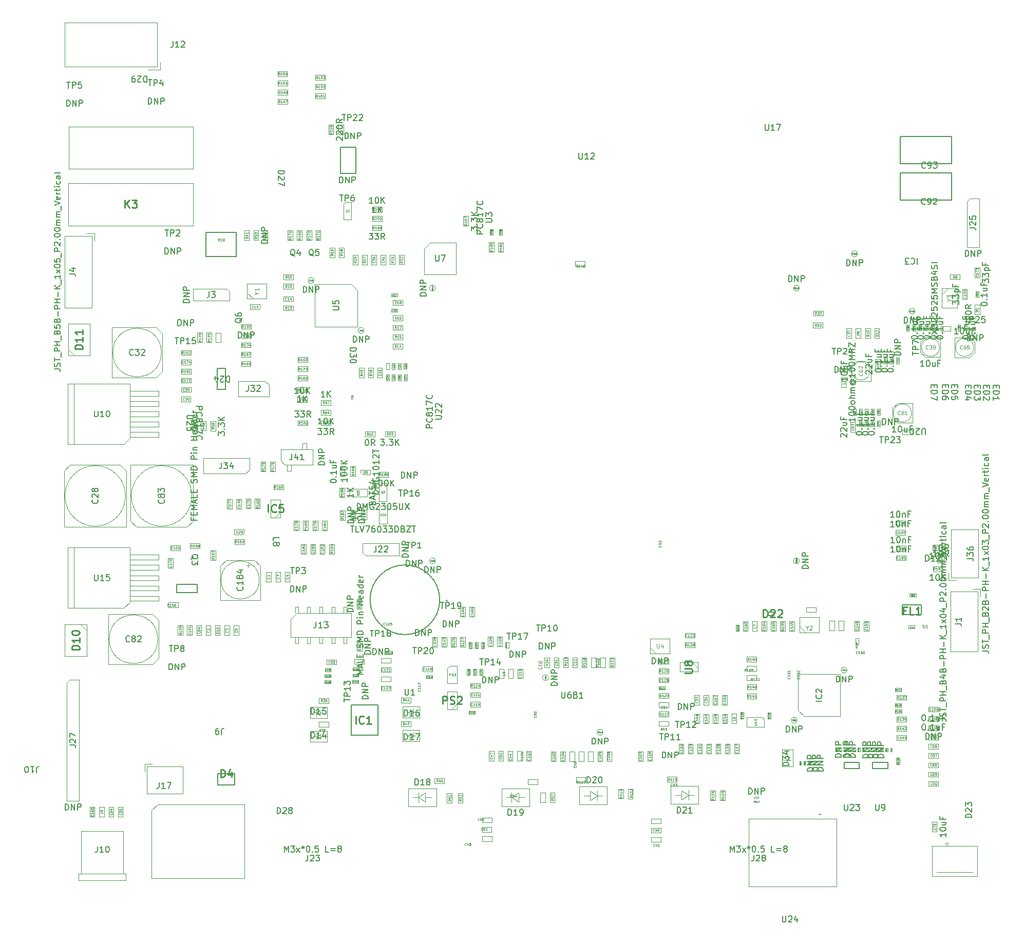
<source format=gbr>
G04 #@! TF.GenerationSoftware,KiCad,Pcbnew,8.0.0-rc1*
G04 #@! TF.CreationDate,2024-04-25T15:33:08+03:00*
G04 #@! TF.ProjectId,MXVR_3568_V4.0,4d585652-5f33-4353-9638-5f56342e302e,REV1*
G04 #@! TF.SameCoordinates,Original*
G04 #@! TF.FileFunction,AssemblyDrawing,Top*
%FSLAX46Y46*%
G04 Gerber Fmt 4.6, Leading zero omitted, Abs format (unit mm)*
G04 Created by KiCad (PCBNEW 8.0.0-rc1) date 2024-04-25 15:33:08*
%MOMM*%
%LPD*%
G01*
G04 APERTURE LIST*
%ADD10C,0.150000*%
%ADD11C,0.060000*%
%ADD12C,0.040000*%
%ADD13C,0.254000*%
%ADD14C,0.100000*%
%ADD15C,0.105000*%
%ADD16C,0.090000*%
%ADD17C,0.062500*%
%ADD18C,0.050000*%
%ADD19C,0.200000*%
%ADD20C,0.127000*%
%ADD21C,0.120000*%
G04 APERTURE END LIST*
D10*
X192024286Y-144584819D02*
X192024286Y-143584819D01*
X192024286Y-143584819D02*
X192262381Y-143584819D01*
X192262381Y-143584819D02*
X192405238Y-143632438D01*
X192405238Y-143632438D02*
X192500476Y-143727676D01*
X192500476Y-143727676D02*
X192548095Y-143822914D01*
X192548095Y-143822914D02*
X192595714Y-144013390D01*
X192595714Y-144013390D02*
X192595714Y-144156247D01*
X192595714Y-144156247D02*
X192548095Y-144346723D01*
X192548095Y-144346723D02*
X192500476Y-144441961D01*
X192500476Y-144441961D02*
X192405238Y-144537200D01*
X192405238Y-144537200D02*
X192262381Y-144584819D01*
X192262381Y-144584819D02*
X192024286Y-144584819D01*
X193024286Y-144584819D02*
X193024286Y-143584819D01*
X193024286Y-143584819D02*
X193595714Y-144584819D01*
X193595714Y-144584819D02*
X193595714Y-143584819D01*
X194071905Y-144584819D02*
X194071905Y-143584819D01*
X194071905Y-143584819D02*
X194452857Y-143584819D01*
X194452857Y-143584819D02*
X194548095Y-143632438D01*
X194548095Y-143632438D02*
X194595714Y-143680057D01*
X194595714Y-143680057D02*
X194643333Y-143775295D01*
X194643333Y-143775295D02*
X194643333Y-143918152D01*
X194643333Y-143918152D02*
X194595714Y-144013390D01*
X194595714Y-144013390D02*
X194548095Y-144061009D01*
X194548095Y-144061009D02*
X194452857Y-144108628D01*
X194452857Y-144108628D02*
X194071905Y-144108628D01*
D11*
X192862381Y-142881927D02*
X192729048Y-142691451D01*
X192633810Y-142881927D02*
X192633810Y-142481927D01*
X192633810Y-142481927D02*
X192786191Y-142481927D01*
X192786191Y-142481927D02*
X192824286Y-142500975D01*
X192824286Y-142500975D02*
X192843333Y-142520022D01*
X192843333Y-142520022D02*
X192862381Y-142558118D01*
X192862381Y-142558118D02*
X192862381Y-142615260D01*
X192862381Y-142615260D02*
X192843333Y-142653356D01*
X192843333Y-142653356D02*
X192824286Y-142672403D01*
X192824286Y-142672403D02*
X192786191Y-142691451D01*
X192786191Y-142691451D02*
X192633810Y-142691451D01*
X193243333Y-142881927D02*
X193014762Y-142881927D01*
X193129048Y-142881927D02*
X193129048Y-142481927D01*
X193129048Y-142481927D02*
X193090952Y-142539070D01*
X193090952Y-142539070D02*
X193052857Y-142577165D01*
X193052857Y-142577165D02*
X193014762Y-142596213D01*
X193490952Y-142481927D02*
X193529047Y-142481927D01*
X193529047Y-142481927D02*
X193567143Y-142500975D01*
X193567143Y-142500975D02*
X193586190Y-142520022D01*
X193586190Y-142520022D02*
X193605238Y-142558118D01*
X193605238Y-142558118D02*
X193624285Y-142634308D01*
X193624285Y-142634308D02*
X193624285Y-142729546D01*
X193624285Y-142729546D02*
X193605238Y-142805737D01*
X193605238Y-142805737D02*
X193586190Y-142843832D01*
X193586190Y-142843832D02*
X193567143Y-142862880D01*
X193567143Y-142862880D02*
X193529047Y-142881927D01*
X193529047Y-142881927D02*
X193490952Y-142881927D01*
X193490952Y-142881927D02*
X193452857Y-142862880D01*
X193452857Y-142862880D02*
X193433809Y-142843832D01*
X193433809Y-142843832D02*
X193414762Y-142805737D01*
X193414762Y-142805737D02*
X193395714Y-142729546D01*
X193395714Y-142729546D02*
X193395714Y-142634308D01*
X193395714Y-142634308D02*
X193414762Y-142558118D01*
X193414762Y-142558118D02*
X193433809Y-142520022D01*
X193433809Y-142520022D02*
X193452857Y-142500975D01*
X193452857Y-142500975D02*
X193490952Y-142481927D01*
X193852856Y-142653356D02*
X193814761Y-142634308D01*
X193814761Y-142634308D02*
X193795714Y-142615260D01*
X193795714Y-142615260D02*
X193776666Y-142577165D01*
X193776666Y-142577165D02*
X193776666Y-142558118D01*
X193776666Y-142558118D02*
X193795714Y-142520022D01*
X193795714Y-142520022D02*
X193814761Y-142500975D01*
X193814761Y-142500975D02*
X193852856Y-142481927D01*
X193852856Y-142481927D02*
X193929047Y-142481927D01*
X193929047Y-142481927D02*
X193967142Y-142500975D01*
X193967142Y-142500975D02*
X193986190Y-142520022D01*
X193986190Y-142520022D02*
X194005237Y-142558118D01*
X194005237Y-142558118D02*
X194005237Y-142577165D01*
X194005237Y-142577165D02*
X193986190Y-142615260D01*
X193986190Y-142615260D02*
X193967142Y-142634308D01*
X193967142Y-142634308D02*
X193929047Y-142653356D01*
X193929047Y-142653356D02*
X193852856Y-142653356D01*
X193852856Y-142653356D02*
X193814761Y-142672403D01*
X193814761Y-142672403D02*
X193795714Y-142691451D01*
X193795714Y-142691451D02*
X193776666Y-142729546D01*
X193776666Y-142729546D02*
X193776666Y-142805737D01*
X193776666Y-142805737D02*
X193795714Y-142843832D01*
X193795714Y-142843832D02*
X193814761Y-142862880D01*
X193814761Y-142862880D02*
X193852856Y-142881927D01*
X193852856Y-142881927D02*
X193929047Y-142881927D01*
X193929047Y-142881927D02*
X193967142Y-142862880D01*
X193967142Y-142862880D02*
X193986190Y-142843832D01*
X193986190Y-142843832D02*
X194005237Y-142805737D01*
X194005237Y-142805737D02*
X194005237Y-142729546D01*
X194005237Y-142729546D02*
X193986190Y-142691451D01*
X193986190Y-142691451D02*
X193967142Y-142672403D01*
X193967142Y-142672403D02*
X193929047Y-142653356D01*
D10*
X195354819Y-160071428D02*
X195354819Y-160642856D01*
X195354819Y-160357142D02*
X194354819Y-160357142D01*
X194354819Y-160357142D02*
X194497676Y-160452380D01*
X194497676Y-160452380D02*
X194592914Y-160547618D01*
X194592914Y-160547618D02*
X194640533Y-160642856D01*
X194354819Y-159452380D02*
X194354819Y-159357142D01*
X194354819Y-159357142D02*
X194402438Y-159261904D01*
X194402438Y-159261904D02*
X194450057Y-159214285D01*
X194450057Y-159214285D02*
X194545295Y-159166666D01*
X194545295Y-159166666D02*
X194735771Y-159119047D01*
X194735771Y-159119047D02*
X194973866Y-159119047D01*
X194973866Y-159119047D02*
X195164342Y-159166666D01*
X195164342Y-159166666D02*
X195259580Y-159214285D01*
X195259580Y-159214285D02*
X195307200Y-159261904D01*
X195307200Y-159261904D02*
X195354819Y-159357142D01*
X195354819Y-159357142D02*
X195354819Y-159452380D01*
X195354819Y-159452380D02*
X195307200Y-159547618D01*
X195307200Y-159547618D02*
X195259580Y-159595237D01*
X195259580Y-159595237D02*
X195164342Y-159642856D01*
X195164342Y-159642856D02*
X194973866Y-159690475D01*
X194973866Y-159690475D02*
X194735771Y-159690475D01*
X194735771Y-159690475D02*
X194545295Y-159642856D01*
X194545295Y-159642856D02*
X194450057Y-159595237D01*
X194450057Y-159595237D02*
X194402438Y-159547618D01*
X194402438Y-159547618D02*
X194354819Y-159452380D01*
X194688152Y-158261904D02*
X195354819Y-158261904D01*
X194688152Y-158690475D02*
X195211961Y-158690475D01*
X195211961Y-158690475D02*
X195307200Y-158642856D01*
X195307200Y-158642856D02*
X195354819Y-158547618D01*
X195354819Y-158547618D02*
X195354819Y-158404761D01*
X195354819Y-158404761D02*
X195307200Y-158309523D01*
X195307200Y-158309523D02*
X195259580Y-158261904D01*
X194831009Y-157452380D02*
X194831009Y-157785713D01*
X195354819Y-157785713D02*
X194354819Y-157785713D01*
X194354819Y-157785713D02*
X194354819Y-157309523D01*
D11*
X193613832Y-159257142D02*
X193632880Y-159276190D01*
X193632880Y-159276190D02*
X193651927Y-159333332D01*
X193651927Y-159333332D02*
X193651927Y-159371428D01*
X193651927Y-159371428D02*
X193632880Y-159428571D01*
X193632880Y-159428571D02*
X193594784Y-159466666D01*
X193594784Y-159466666D02*
X193556689Y-159485713D01*
X193556689Y-159485713D02*
X193480499Y-159504761D01*
X193480499Y-159504761D02*
X193423356Y-159504761D01*
X193423356Y-159504761D02*
X193347165Y-159485713D01*
X193347165Y-159485713D02*
X193309070Y-159466666D01*
X193309070Y-159466666D02*
X193270975Y-159428571D01*
X193270975Y-159428571D02*
X193251927Y-159371428D01*
X193251927Y-159371428D02*
X193251927Y-159333332D01*
X193251927Y-159333332D02*
X193270975Y-159276190D01*
X193270975Y-159276190D02*
X193290022Y-159257142D01*
X193251927Y-159123809D02*
X193251927Y-158857142D01*
X193251927Y-158857142D02*
X193651927Y-159028571D01*
X193251927Y-158628571D02*
X193251927Y-158590476D01*
X193251927Y-158590476D02*
X193270975Y-158552380D01*
X193270975Y-158552380D02*
X193290022Y-158533333D01*
X193290022Y-158533333D02*
X193328118Y-158514285D01*
X193328118Y-158514285D02*
X193404308Y-158495238D01*
X193404308Y-158495238D02*
X193499546Y-158495238D01*
X193499546Y-158495238D02*
X193575737Y-158514285D01*
X193575737Y-158514285D02*
X193613832Y-158533333D01*
X193613832Y-158533333D02*
X193632880Y-158552380D01*
X193632880Y-158552380D02*
X193651927Y-158590476D01*
X193651927Y-158590476D02*
X193651927Y-158628571D01*
X193651927Y-158628571D02*
X193632880Y-158666666D01*
X193632880Y-158666666D02*
X193613832Y-158685714D01*
X193613832Y-158685714D02*
X193575737Y-158704761D01*
X193575737Y-158704761D02*
X193499546Y-158723809D01*
X193499546Y-158723809D02*
X193404308Y-158723809D01*
X193404308Y-158723809D02*
X193328118Y-158704761D01*
X193328118Y-158704761D02*
X193290022Y-158685714D01*
X193290022Y-158685714D02*
X193270975Y-158666666D01*
X193270975Y-158666666D02*
X193251927Y-158628571D01*
D10*
X192784819Y-78272856D02*
X192784819Y-78177618D01*
X192784819Y-78177618D02*
X192832438Y-78082380D01*
X192832438Y-78082380D02*
X192880057Y-78034761D01*
X192880057Y-78034761D02*
X192975295Y-77987142D01*
X192975295Y-77987142D02*
X193165771Y-77939523D01*
X193165771Y-77939523D02*
X193403866Y-77939523D01*
X193403866Y-77939523D02*
X193594342Y-77987142D01*
X193594342Y-77987142D02*
X193689580Y-78034761D01*
X193689580Y-78034761D02*
X193737200Y-78082380D01*
X193737200Y-78082380D02*
X193784819Y-78177618D01*
X193784819Y-78177618D02*
X193784819Y-78272856D01*
X193784819Y-78272856D02*
X193737200Y-78368094D01*
X193737200Y-78368094D02*
X193689580Y-78415713D01*
X193689580Y-78415713D02*
X193594342Y-78463332D01*
X193594342Y-78463332D02*
X193403866Y-78510951D01*
X193403866Y-78510951D02*
X193165771Y-78510951D01*
X193165771Y-78510951D02*
X192975295Y-78463332D01*
X192975295Y-78463332D02*
X192880057Y-78415713D01*
X192880057Y-78415713D02*
X192832438Y-78368094D01*
X192832438Y-78368094D02*
X192784819Y-78272856D01*
X193689580Y-77510951D02*
X193737200Y-77463332D01*
X193737200Y-77463332D02*
X193784819Y-77510951D01*
X193784819Y-77510951D02*
X193737200Y-77558570D01*
X193737200Y-77558570D02*
X193689580Y-77510951D01*
X193689580Y-77510951D02*
X193784819Y-77510951D01*
X193784819Y-76510952D02*
X193784819Y-77082380D01*
X193784819Y-76796666D02*
X192784819Y-76796666D01*
X192784819Y-76796666D02*
X192927676Y-76891904D01*
X192927676Y-76891904D02*
X193022914Y-76987142D01*
X193022914Y-76987142D02*
X193070533Y-77082380D01*
X193118152Y-75653809D02*
X193784819Y-75653809D01*
X193118152Y-76082380D02*
X193641961Y-76082380D01*
X193641961Y-76082380D02*
X193737200Y-76034761D01*
X193737200Y-76034761D02*
X193784819Y-75939523D01*
X193784819Y-75939523D02*
X193784819Y-75796666D01*
X193784819Y-75796666D02*
X193737200Y-75701428D01*
X193737200Y-75701428D02*
X193689580Y-75653809D01*
X193261009Y-74844285D02*
X193261009Y-75177618D01*
X193784819Y-75177618D02*
X192784819Y-75177618D01*
X192784819Y-75177618D02*
X192784819Y-74701428D01*
D12*
X192259765Y-76790714D02*
X192271670Y-76802618D01*
X192271670Y-76802618D02*
X192283574Y-76838333D01*
X192283574Y-76838333D02*
X192283574Y-76862142D01*
X192283574Y-76862142D02*
X192271670Y-76897856D01*
X192271670Y-76897856D02*
X192247860Y-76921666D01*
X192247860Y-76921666D02*
X192224050Y-76933571D01*
X192224050Y-76933571D02*
X192176431Y-76945475D01*
X192176431Y-76945475D02*
X192140717Y-76945475D01*
X192140717Y-76945475D02*
X192093098Y-76933571D01*
X192093098Y-76933571D02*
X192069289Y-76921666D01*
X192069289Y-76921666D02*
X192045479Y-76897856D01*
X192045479Y-76897856D02*
X192033574Y-76862142D01*
X192033574Y-76862142D02*
X192033574Y-76838333D01*
X192033574Y-76838333D02*
X192045479Y-76802618D01*
X192045479Y-76802618D02*
X192057384Y-76790714D01*
X192033574Y-76707380D02*
X192033574Y-76540714D01*
X192033574Y-76540714D02*
X192283574Y-76647856D01*
X192033574Y-76326428D02*
X192033574Y-76445476D01*
X192033574Y-76445476D02*
X192152622Y-76457380D01*
X192152622Y-76457380D02*
X192140717Y-76445476D01*
X192140717Y-76445476D02*
X192128812Y-76421666D01*
X192128812Y-76421666D02*
X192128812Y-76362142D01*
X192128812Y-76362142D02*
X192140717Y-76338333D01*
X192140717Y-76338333D02*
X192152622Y-76326428D01*
X192152622Y-76326428D02*
X192176431Y-76314523D01*
X192176431Y-76314523D02*
X192235955Y-76314523D01*
X192235955Y-76314523D02*
X192259765Y-76326428D01*
X192259765Y-76326428D02*
X192271670Y-76338333D01*
X192271670Y-76338333D02*
X192283574Y-76362142D01*
X192283574Y-76362142D02*
X192283574Y-76421666D01*
X192283574Y-76421666D02*
X192271670Y-76445476D01*
X192271670Y-76445476D02*
X192259765Y-76457380D01*
X117779765Y-133729761D02*
X117791670Y-133741665D01*
X117791670Y-133741665D02*
X117803574Y-133777380D01*
X117803574Y-133777380D02*
X117803574Y-133801189D01*
X117803574Y-133801189D02*
X117791670Y-133836903D01*
X117791670Y-133836903D02*
X117767860Y-133860713D01*
X117767860Y-133860713D02*
X117744050Y-133872618D01*
X117744050Y-133872618D02*
X117696431Y-133884522D01*
X117696431Y-133884522D02*
X117660717Y-133884522D01*
X117660717Y-133884522D02*
X117613098Y-133872618D01*
X117613098Y-133872618D02*
X117589289Y-133860713D01*
X117589289Y-133860713D02*
X117565479Y-133836903D01*
X117565479Y-133836903D02*
X117553574Y-133801189D01*
X117553574Y-133801189D02*
X117553574Y-133777380D01*
X117553574Y-133777380D02*
X117565479Y-133741665D01*
X117565479Y-133741665D02*
X117577384Y-133729761D01*
X117803574Y-133491665D02*
X117803574Y-133634522D01*
X117803574Y-133563094D02*
X117553574Y-133563094D01*
X117553574Y-133563094D02*
X117589289Y-133586903D01*
X117589289Y-133586903D02*
X117613098Y-133610713D01*
X117613098Y-133610713D02*
X117625003Y-133634522D01*
X117553574Y-133408332D02*
X117553574Y-133253570D01*
X117553574Y-133253570D02*
X117648812Y-133336904D01*
X117648812Y-133336904D02*
X117648812Y-133301189D01*
X117648812Y-133301189D02*
X117660717Y-133277380D01*
X117660717Y-133277380D02*
X117672622Y-133265475D01*
X117672622Y-133265475D02*
X117696431Y-133253570D01*
X117696431Y-133253570D02*
X117755955Y-133253570D01*
X117755955Y-133253570D02*
X117779765Y-133265475D01*
X117779765Y-133265475D02*
X117791670Y-133277380D01*
X117791670Y-133277380D02*
X117803574Y-133301189D01*
X117803574Y-133301189D02*
X117803574Y-133372618D01*
X117803574Y-133372618D02*
X117791670Y-133396427D01*
X117791670Y-133396427D02*
X117779765Y-133408332D01*
X117553574Y-133027380D02*
X117553574Y-133146428D01*
X117553574Y-133146428D02*
X117672622Y-133158332D01*
X117672622Y-133158332D02*
X117660717Y-133146428D01*
X117660717Y-133146428D02*
X117648812Y-133122618D01*
X117648812Y-133122618D02*
X117648812Y-133063094D01*
X117648812Y-133063094D02*
X117660717Y-133039285D01*
X117660717Y-133039285D02*
X117672622Y-133027380D01*
X117672622Y-133027380D02*
X117696431Y-133015475D01*
X117696431Y-133015475D02*
X117755955Y-133015475D01*
X117755955Y-133015475D02*
X117779765Y-133027380D01*
X117779765Y-133027380D02*
X117791670Y-133039285D01*
X117791670Y-133039285D02*
X117803574Y-133063094D01*
X117803574Y-133063094D02*
X117803574Y-133122618D01*
X117803574Y-133122618D02*
X117791670Y-133146428D01*
X117791670Y-133146428D02*
X117779765Y-133158332D01*
X182359765Y-90601666D02*
X182371670Y-90613570D01*
X182371670Y-90613570D02*
X182383574Y-90649285D01*
X182383574Y-90649285D02*
X182383574Y-90673094D01*
X182383574Y-90673094D02*
X182371670Y-90708808D01*
X182371670Y-90708808D02*
X182347860Y-90732618D01*
X182347860Y-90732618D02*
X182324050Y-90744523D01*
X182324050Y-90744523D02*
X182276431Y-90756427D01*
X182276431Y-90756427D02*
X182240717Y-90756427D01*
X182240717Y-90756427D02*
X182193098Y-90744523D01*
X182193098Y-90744523D02*
X182169289Y-90732618D01*
X182169289Y-90732618D02*
X182145479Y-90708808D01*
X182145479Y-90708808D02*
X182133574Y-90673094D01*
X182133574Y-90673094D02*
X182133574Y-90649285D01*
X182133574Y-90649285D02*
X182145479Y-90613570D01*
X182145479Y-90613570D02*
X182157384Y-90601666D01*
X182240717Y-90458808D02*
X182228812Y-90482618D01*
X182228812Y-90482618D02*
X182216908Y-90494523D01*
X182216908Y-90494523D02*
X182193098Y-90506427D01*
X182193098Y-90506427D02*
X182181193Y-90506427D01*
X182181193Y-90506427D02*
X182157384Y-90494523D01*
X182157384Y-90494523D02*
X182145479Y-90482618D01*
X182145479Y-90482618D02*
X182133574Y-90458808D01*
X182133574Y-90458808D02*
X182133574Y-90411189D01*
X182133574Y-90411189D02*
X182145479Y-90387380D01*
X182145479Y-90387380D02*
X182157384Y-90375475D01*
X182157384Y-90375475D02*
X182181193Y-90363570D01*
X182181193Y-90363570D02*
X182193098Y-90363570D01*
X182193098Y-90363570D02*
X182216908Y-90375475D01*
X182216908Y-90375475D02*
X182228812Y-90387380D01*
X182228812Y-90387380D02*
X182240717Y-90411189D01*
X182240717Y-90411189D02*
X182240717Y-90458808D01*
X182240717Y-90458808D02*
X182252622Y-90482618D01*
X182252622Y-90482618D02*
X182264527Y-90494523D01*
X182264527Y-90494523D02*
X182288336Y-90506427D01*
X182288336Y-90506427D02*
X182335955Y-90506427D01*
X182335955Y-90506427D02*
X182359765Y-90494523D01*
X182359765Y-90494523D02*
X182371670Y-90482618D01*
X182371670Y-90482618D02*
X182383574Y-90458808D01*
X182383574Y-90458808D02*
X182383574Y-90411189D01*
X182383574Y-90411189D02*
X182371670Y-90387380D01*
X182371670Y-90387380D02*
X182359765Y-90375475D01*
X182359765Y-90375475D02*
X182335955Y-90363570D01*
X182335955Y-90363570D02*
X182288336Y-90363570D01*
X182288336Y-90363570D02*
X182264527Y-90375475D01*
X182264527Y-90375475D02*
X182252622Y-90387380D01*
X182252622Y-90387380D02*
X182240717Y-90411189D01*
D11*
X104732857Y-78346927D02*
X104599524Y-78156451D01*
X104504286Y-78346927D02*
X104504286Y-77946927D01*
X104504286Y-77946927D02*
X104656667Y-77946927D01*
X104656667Y-77946927D02*
X104694762Y-77965975D01*
X104694762Y-77965975D02*
X104713809Y-77985022D01*
X104713809Y-77985022D02*
X104732857Y-78023118D01*
X104732857Y-78023118D02*
X104732857Y-78080260D01*
X104732857Y-78080260D02*
X104713809Y-78118356D01*
X104713809Y-78118356D02*
X104694762Y-78137403D01*
X104694762Y-78137403D02*
X104656667Y-78156451D01*
X104656667Y-78156451D02*
X104504286Y-78156451D01*
X105113809Y-78346927D02*
X104885238Y-78346927D01*
X104999524Y-78346927D02*
X104999524Y-77946927D01*
X104999524Y-77946927D02*
X104961428Y-78004070D01*
X104961428Y-78004070D02*
X104923333Y-78042165D01*
X104923333Y-78042165D02*
X104885238Y-78061213D01*
X105475714Y-77946927D02*
X105285238Y-77946927D01*
X105285238Y-77946927D02*
X105266190Y-78137403D01*
X105266190Y-78137403D02*
X105285238Y-78118356D01*
X105285238Y-78118356D02*
X105323333Y-78099308D01*
X105323333Y-78099308D02*
X105418571Y-78099308D01*
X105418571Y-78099308D02*
X105456666Y-78118356D01*
X105456666Y-78118356D02*
X105475714Y-78137403D01*
X105475714Y-78137403D02*
X105494761Y-78175499D01*
X105494761Y-78175499D02*
X105494761Y-78270737D01*
X105494761Y-78270737D02*
X105475714Y-78308832D01*
X105475714Y-78308832D02*
X105456666Y-78327880D01*
X105456666Y-78327880D02*
X105418571Y-78346927D01*
X105418571Y-78346927D02*
X105323333Y-78346927D01*
X105323333Y-78346927D02*
X105285238Y-78327880D01*
X105285238Y-78327880D02*
X105266190Y-78308832D01*
D12*
X104249285Y-71359765D02*
X104237381Y-71371670D01*
X104237381Y-71371670D02*
X104201666Y-71383574D01*
X104201666Y-71383574D02*
X104177857Y-71383574D01*
X104177857Y-71383574D02*
X104142143Y-71371670D01*
X104142143Y-71371670D02*
X104118333Y-71347860D01*
X104118333Y-71347860D02*
X104106428Y-71324050D01*
X104106428Y-71324050D02*
X104094524Y-71276431D01*
X104094524Y-71276431D02*
X104094524Y-71240717D01*
X104094524Y-71240717D02*
X104106428Y-71193098D01*
X104106428Y-71193098D02*
X104118333Y-71169289D01*
X104118333Y-71169289D02*
X104142143Y-71145479D01*
X104142143Y-71145479D02*
X104177857Y-71133574D01*
X104177857Y-71133574D02*
X104201666Y-71133574D01*
X104201666Y-71133574D02*
X104237381Y-71145479D01*
X104237381Y-71145479D02*
X104249285Y-71157384D01*
X104487381Y-71383574D02*
X104344524Y-71383574D01*
X104415952Y-71383574D02*
X104415952Y-71133574D01*
X104415952Y-71133574D02*
X104392143Y-71169289D01*
X104392143Y-71169289D02*
X104368333Y-71193098D01*
X104368333Y-71193098D02*
X104344524Y-71205003D01*
X104570714Y-71133574D02*
X104737380Y-71133574D01*
X104737380Y-71133574D02*
X104630238Y-71383574D01*
X166348200Y-140940951D02*
X166224391Y-141027618D01*
X166348200Y-141089523D02*
X166088200Y-141089523D01*
X166088200Y-141089523D02*
X166088200Y-140990475D01*
X166088200Y-140990475D02*
X166100581Y-140965713D01*
X166100581Y-140965713D02*
X166112962Y-140953332D01*
X166112962Y-140953332D02*
X166137724Y-140940951D01*
X166137724Y-140940951D02*
X166174867Y-140940951D01*
X166174867Y-140940951D02*
X166199629Y-140953332D01*
X166199629Y-140953332D02*
X166212010Y-140965713D01*
X166212010Y-140965713D02*
X166224391Y-140990475D01*
X166224391Y-140990475D02*
X166224391Y-141089523D01*
X166348200Y-140693332D02*
X166348200Y-140841904D01*
X166348200Y-140767618D02*
X166088200Y-140767618D01*
X166088200Y-140767618D02*
X166125343Y-140792380D01*
X166125343Y-140792380D02*
X166150105Y-140817142D01*
X166150105Y-140817142D02*
X166162486Y-140841904D01*
X166088200Y-140606666D02*
X166088200Y-140445713D01*
X166088200Y-140445713D02*
X166187248Y-140532380D01*
X166187248Y-140532380D02*
X166187248Y-140495237D01*
X166187248Y-140495237D02*
X166199629Y-140470475D01*
X166199629Y-140470475D02*
X166212010Y-140458094D01*
X166212010Y-140458094D02*
X166236772Y-140445713D01*
X166236772Y-140445713D02*
X166298677Y-140445713D01*
X166298677Y-140445713D02*
X166323439Y-140458094D01*
X166323439Y-140458094D02*
X166335820Y-140470475D01*
X166335820Y-140470475D02*
X166348200Y-140495237D01*
X166348200Y-140495237D02*
X166348200Y-140569523D01*
X166348200Y-140569523D02*
X166335820Y-140594285D01*
X166335820Y-140594285D02*
X166323439Y-140606666D01*
X166088200Y-140284761D02*
X166088200Y-140259999D01*
X166088200Y-140259999D02*
X166100581Y-140235237D01*
X166100581Y-140235237D02*
X166112962Y-140222856D01*
X166112962Y-140222856D02*
X166137724Y-140210475D01*
X166137724Y-140210475D02*
X166187248Y-140198094D01*
X166187248Y-140198094D02*
X166249153Y-140198094D01*
X166249153Y-140198094D02*
X166298677Y-140210475D01*
X166298677Y-140210475D02*
X166323439Y-140222856D01*
X166323439Y-140222856D02*
X166335820Y-140235237D01*
X166335820Y-140235237D02*
X166348200Y-140259999D01*
X166348200Y-140259999D02*
X166348200Y-140284761D01*
X166348200Y-140284761D02*
X166335820Y-140309523D01*
X166335820Y-140309523D02*
X166323439Y-140321904D01*
X166323439Y-140321904D02*
X166298677Y-140334285D01*
X166298677Y-140334285D02*
X166249153Y-140346666D01*
X166249153Y-140346666D02*
X166187248Y-140346666D01*
X166187248Y-140346666D02*
X166137724Y-140334285D01*
X166137724Y-140334285D02*
X166112962Y-140321904D01*
X166112962Y-140321904D02*
X166100581Y-140309523D01*
X166100581Y-140309523D02*
X166088200Y-140284761D01*
X104259285Y-73859765D02*
X104247381Y-73871670D01*
X104247381Y-73871670D02*
X104211666Y-73883574D01*
X104211666Y-73883574D02*
X104187857Y-73883574D01*
X104187857Y-73883574D02*
X104152143Y-73871670D01*
X104152143Y-73871670D02*
X104128333Y-73847860D01*
X104128333Y-73847860D02*
X104116428Y-73824050D01*
X104116428Y-73824050D02*
X104104524Y-73776431D01*
X104104524Y-73776431D02*
X104104524Y-73740717D01*
X104104524Y-73740717D02*
X104116428Y-73693098D01*
X104116428Y-73693098D02*
X104128333Y-73669289D01*
X104128333Y-73669289D02*
X104152143Y-73645479D01*
X104152143Y-73645479D02*
X104187857Y-73633574D01*
X104187857Y-73633574D02*
X104211666Y-73633574D01*
X104211666Y-73633574D02*
X104247381Y-73645479D01*
X104247381Y-73645479D02*
X104259285Y-73657384D01*
X104497381Y-73883574D02*
X104354524Y-73883574D01*
X104425952Y-73883574D02*
X104425952Y-73633574D01*
X104425952Y-73633574D02*
X104402143Y-73669289D01*
X104402143Y-73669289D02*
X104378333Y-73693098D01*
X104378333Y-73693098D02*
X104354524Y-73705003D01*
X104711666Y-73633574D02*
X104664047Y-73633574D01*
X104664047Y-73633574D02*
X104640238Y-73645479D01*
X104640238Y-73645479D02*
X104628333Y-73657384D01*
X104628333Y-73657384D02*
X104604523Y-73693098D01*
X104604523Y-73693098D02*
X104592619Y-73740717D01*
X104592619Y-73740717D02*
X104592619Y-73835955D01*
X104592619Y-73835955D02*
X104604523Y-73859765D01*
X104604523Y-73859765D02*
X104616428Y-73871670D01*
X104616428Y-73871670D02*
X104640238Y-73883574D01*
X104640238Y-73883574D02*
X104687857Y-73883574D01*
X104687857Y-73883574D02*
X104711666Y-73871670D01*
X104711666Y-73871670D02*
X104723571Y-73859765D01*
X104723571Y-73859765D02*
X104735476Y-73835955D01*
X104735476Y-73835955D02*
X104735476Y-73776431D01*
X104735476Y-73776431D02*
X104723571Y-73752622D01*
X104723571Y-73752622D02*
X104711666Y-73740717D01*
X104711666Y-73740717D02*
X104687857Y-73728812D01*
X104687857Y-73728812D02*
X104640238Y-73728812D01*
X104640238Y-73728812D02*
X104616428Y-73740717D01*
X104616428Y-73740717D02*
X104604523Y-73752622D01*
X104604523Y-73752622D02*
X104592619Y-73776431D01*
D11*
X88971927Y-61848329D02*
X88781451Y-61981662D01*
X88971927Y-62076900D02*
X88571927Y-62076900D01*
X88571927Y-62076900D02*
X88571927Y-61924519D01*
X88571927Y-61924519D02*
X88590975Y-61886424D01*
X88590975Y-61886424D02*
X88610022Y-61867377D01*
X88610022Y-61867377D02*
X88648118Y-61848329D01*
X88648118Y-61848329D02*
X88705260Y-61848329D01*
X88705260Y-61848329D02*
X88743356Y-61867377D01*
X88743356Y-61867377D02*
X88762403Y-61886424D01*
X88762403Y-61886424D02*
X88781451Y-61924519D01*
X88781451Y-61924519D02*
X88781451Y-62076900D01*
X88971927Y-61467377D02*
X88971927Y-61695948D01*
X88971927Y-61581662D02*
X88571927Y-61581662D01*
X88571927Y-61581662D02*
X88629070Y-61619758D01*
X88629070Y-61619758D02*
X88667165Y-61657853D01*
X88667165Y-61657853D02*
X88686213Y-61695948D01*
X88571927Y-61124520D02*
X88571927Y-61200710D01*
X88571927Y-61200710D02*
X88590975Y-61238806D01*
X88590975Y-61238806D02*
X88610022Y-61257853D01*
X88610022Y-61257853D02*
X88667165Y-61295948D01*
X88667165Y-61295948D02*
X88743356Y-61314996D01*
X88743356Y-61314996D02*
X88895737Y-61314996D01*
X88895737Y-61314996D02*
X88933832Y-61295948D01*
X88933832Y-61295948D02*
X88952880Y-61276901D01*
X88952880Y-61276901D02*
X88971927Y-61238806D01*
X88971927Y-61238806D02*
X88971927Y-61162615D01*
X88971927Y-61162615D02*
X88952880Y-61124520D01*
X88952880Y-61124520D02*
X88933832Y-61105472D01*
X88933832Y-61105472D02*
X88895737Y-61086425D01*
X88895737Y-61086425D02*
X88800499Y-61086425D01*
X88800499Y-61086425D02*
X88762403Y-61105472D01*
X88762403Y-61105472D02*
X88743356Y-61124520D01*
X88743356Y-61124520D02*
X88724308Y-61162615D01*
X88724308Y-61162615D02*
X88724308Y-61238806D01*
X88724308Y-61238806D02*
X88743356Y-61276901D01*
X88743356Y-61276901D02*
X88762403Y-61295948D01*
X88762403Y-61295948D02*
X88800499Y-61314996D01*
X88971927Y-60895949D02*
X88971927Y-60819758D01*
X88971927Y-60819758D02*
X88952880Y-60781663D01*
X88952880Y-60781663D02*
X88933832Y-60762615D01*
X88933832Y-60762615D02*
X88876689Y-60724520D01*
X88876689Y-60724520D02*
X88800499Y-60705473D01*
X88800499Y-60705473D02*
X88648118Y-60705473D01*
X88648118Y-60705473D02*
X88610022Y-60724520D01*
X88610022Y-60724520D02*
X88590975Y-60743568D01*
X88590975Y-60743568D02*
X88571927Y-60781663D01*
X88571927Y-60781663D02*
X88571927Y-60857854D01*
X88571927Y-60857854D02*
X88590975Y-60895949D01*
X88590975Y-60895949D02*
X88610022Y-60914996D01*
X88610022Y-60914996D02*
X88648118Y-60934044D01*
X88648118Y-60934044D02*
X88743356Y-60934044D01*
X88743356Y-60934044D02*
X88781451Y-60914996D01*
X88781451Y-60914996D02*
X88800499Y-60895949D01*
X88800499Y-60895949D02*
X88819546Y-60857854D01*
X88819546Y-60857854D02*
X88819546Y-60781663D01*
X88819546Y-60781663D02*
X88800499Y-60743568D01*
X88800499Y-60743568D02*
X88781451Y-60724520D01*
X88781451Y-60724520D02*
X88743356Y-60705473D01*
X134722381Y-151836927D02*
X134589048Y-151646451D01*
X134493810Y-151836927D02*
X134493810Y-151436927D01*
X134493810Y-151436927D02*
X134646191Y-151436927D01*
X134646191Y-151436927D02*
X134684286Y-151455975D01*
X134684286Y-151455975D02*
X134703333Y-151475022D01*
X134703333Y-151475022D02*
X134722381Y-151513118D01*
X134722381Y-151513118D02*
X134722381Y-151570260D01*
X134722381Y-151570260D02*
X134703333Y-151608356D01*
X134703333Y-151608356D02*
X134684286Y-151627403D01*
X134684286Y-151627403D02*
X134646191Y-151646451D01*
X134646191Y-151646451D02*
X134493810Y-151646451D01*
X135103333Y-151836927D02*
X134874762Y-151836927D01*
X134989048Y-151836927D02*
X134989048Y-151436927D01*
X134989048Y-151436927D02*
X134950952Y-151494070D01*
X134950952Y-151494070D02*
X134912857Y-151532165D01*
X134912857Y-151532165D02*
X134874762Y-151551213D01*
X135350952Y-151436927D02*
X135389047Y-151436927D01*
X135389047Y-151436927D02*
X135427143Y-151455975D01*
X135427143Y-151455975D02*
X135446190Y-151475022D01*
X135446190Y-151475022D02*
X135465238Y-151513118D01*
X135465238Y-151513118D02*
X135484285Y-151589308D01*
X135484285Y-151589308D02*
X135484285Y-151684546D01*
X135484285Y-151684546D02*
X135465238Y-151760737D01*
X135465238Y-151760737D02*
X135446190Y-151798832D01*
X135446190Y-151798832D02*
X135427143Y-151817880D01*
X135427143Y-151817880D02*
X135389047Y-151836927D01*
X135389047Y-151836927D02*
X135350952Y-151836927D01*
X135350952Y-151836927D02*
X135312857Y-151817880D01*
X135312857Y-151817880D02*
X135293809Y-151798832D01*
X135293809Y-151798832D02*
X135274762Y-151760737D01*
X135274762Y-151760737D02*
X135255714Y-151684546D01*
X135255714Y-151684546D02*
X135255714Y-151589308D01*
X135255714Y-151589308D02*
X135274762Y-151513118D01*
X135274762Y-151513118D02*
X135293809Y-151475022D01*
X135293809Y-151475022D02*
X135312857Y-151455975D01*
X135312857Y-151455975D02*
X135350952Y-151436927D01*
X135674761Y-151836927D02*
X135750952Y-151836927D01*
X135750952Y-151836927D02*
X135789047Y-151817880D01*
X135789047Y-151817880D02*
X135808095Y-151798832D01*
X135808095Y-151798832D02*
X135846190Y-151741689D01*
X135846190Y-151741689D02*
X135865237Y-151665499D01*
X135865237Y-151665499D02*
X135865237Y-151513118D01*
X135865237Y-151513118D02*
X135846190Y-151475022D01*
X135846190Y-151475022D02*
X135827142Y-151455975D01*
X135827142Y-151455975D02*
X135789047Y-151436927D01*
X135789047Y-151436927D02*
X135712856Y-151436927D01*
X135712856Y-151436927D02*
X135674761Y-151455975D01*
X135674761Y-151455975D02*
X135655714Y-151475022D01*
X135655714Y-151475022D02*
X135636666Y-151513118D01*
X135636666Y-151513118D02*
X135636666Y-151608356D01*
X135636666Y-151608356D02*
X135655714Y-151646451D01*
X135655714Y-151646451D02*
X135674761Y-151665499D01*
X135674761Y-151665499D02*
X135712856Y-151684546D01*
X135712856Y-151684546D02*
X135789047Y-151684546D01*
X135789047Y-151684546D02*
X135827142Y-151665499D01*
X135827142Y-151665499D02*
X135846190Y-151646451D01*
X135846190Y-151646451D02*
X135865237Y-151608356D01*
D10*
X179004286Y-66394819D02*
X179004286Y-65394819D01*
X179004286Y-65394819D02*
X179242381Y-65394819D01*
X179242381Y-65394819D02*
X179385238Y-65442438D01*
X179385238Y-65442438D02*
X179480476Y-65537676D01*
X179480476Y-65537676D02*
X179528095Y-65632914D01*
X179528095Y-65632914D02*
X179575714Y-65823390D01*
X179575714Y-65823390D02*
X179575714Y-65966247D01*
X179575714Y-65966247D02*
X179528095Y-66156723D01*
X179528095Y-66156723D02*
X179480476Y-66251961D01*
X179480476Y-66251961D02*
X179385238Y-66347200D01*
X179385238Y-66347200D02*
X179242381Y-66394819D01*
X179242381Y-66394819D02*
X179004286Y-66394819D01*
X180004286Y-66394819D02*
X180004286Y-65394819D01*
X180004286Y-65394819D02*
X180575714Y-66394819D01*
X180575714Y-66394819D02*
X180575714Y-65394819D01*
X181051905Y-66394819D02*
X181051905Y-65394819D01*
X181051905Y-65394819D02*
X181432857Y-65394819D01*
X181432857Y-65394819D02*
X181528095Y-65442438D01*
X181528095Y-65442438D02*
X181575714Y-65490057D01*
X181575714Y-65490057D02*
X181623333Y-65585295D01*
X181623333Y-65585295D02*
X181623333Y-65728152D01*
X181623333Y-65728152D02*
X181575714Y-65823390D01*
X181575714Y-65823390D02*
X181528095Y-65871009D01*
X181528095Y-65871009D02*
X181432857Y-65918628D01*
X181432857Y-65918628D02*
X181051905Y-65918628D01*
D12*
X179980476Y-64425681D02*
X179913810Y-64425681D01*
X179913810Y-64530443D02*
X179913810Y-64330443D01*
X179913810Y-64330443D02*
X180009048Y-64330443D01*
X180085239Y-64530443D02*
X180085239Y-64330443D01*
X180180477Y-64530443D02*
X180180477Y-64330443D01*
X180180477Y-64330443D02*
X180228096Y-64330443D01*
X180228096Y-64330443D02*
X180256667Y-64339967D01*
X180256667Y-64339967D02*
X180275715Y-64359015D01*
X180275715Y-64359015D02*
X180285238Y-64378062D01*
X180285238Y-64378062D02*
X180294762Y-64416158D01*
X180294762Y-64416158D02*
X180294762Y-64444729D01*
X180294762Y-64444729D02*
X180285238Y-64482824D01*
X180285238Y-64482824D02*
X180275715Y-64501872D01*
X180275715Y-64501872D02*
X180256667Y-64520920D01*
X180256667Y-64520920D02*
X180228096Y-64530443D01*
X180228096Y-64530443D02*
X180180477Y-64530443D01*
X180485238Y-64530443D02*
X180370953Y-64530443D01*
X180428096Y-64530443D02*
X180428096Y-64330443D01*
X180428096Y-64330443D02*
X180409048Y-64359015D01*
X180409048Y-64359015D02*
X180390000Y-64378062D01*
X180390000Y-64378062D02*
X180370953Y-64387586D01*
X180656667Y-64397110D02*
X180656667Y-64530443D01*
X180609048Y-64320920D02*
X180561429Y-64463777D01*
X180561429Y-64463777D02*
X180685238Y-64463777D01*
D10*
X63854286Y-39724819D02*
X63854286Y-38724819D01*
X63854286Y-38724819D02*
X64092381Y-38724819D01*
X64092381Y-38724819D02*
X64235238Y-38772438D01*
X64235238Y-38772438D02*
X64330476Y-38867676D01*
X64330476Y-38867676D02*
X64378095Y-38962914D01*
X64378095Y-38962914D02*
X64425714Y-39153390D01*
X64425714Y-39153390D02*
X64425714Y-39296247D01*
X64425714Y-39296247D02*
X64378095Y-39486723D01*
X64378095Y-39486723D02*
X64330476Y-39581961D01*
X64330476Y-39581961D02*
X64235238Y-39677200D01*
X64235238Y-39677200D02*
X64092381Y-39724819D01*
X64092381Y-39724819D02*
X63854286Y-39724819D01*
X64854286Y-39724819D02*
X64854286Y-38724819D01*
X64854286Y-38724819D02*
X65425714Y-39724819D01*
X65425714Y-39724819D02*
X65425714Y-38724819D01*
X65901905Y-39724819D02*
X65901905Y-38724819D01*
X65901905Y-38724819D02*
X66282857Y-38724819D01*
X66282857Y-38724819D02*
X66378095Y-38772438D01*
X66378095Y-38772438D02*
X66425714Y-38820057D01*
X66425714Y-38820057D02*
X66473333Y-38915295D01*
X66473333Y-38915295D02*
X66473333Y-39058152D01*
X66473333Y-39058152D02*
X66425714Y-39153390D01*
X66425714Y-39153390D02*
X66378095Y-39201009D01*
X66378095Y-39201009D02*
X66282857Y-39248628D01*
X66282857Y-39248628D02*
X65901905Y-39248628D01*
X63878095Y-35724819D02*
X64449523Y-35724819D01*
X64163809Y-36724819D02*
X64163809Y-35724819D01*
X64782857Y-36724819D02*
X64782857Y-35724819D01*
X64782857Y-35724819D02*
X65163809Y-35724819D01*
X65163809Y-35724819D02*
X65259047Y-35772438D01*
X65259047Y-35772438D02*
X65306666Y-35820057D01*
X65306666Y-35820057D02*
X65354285Y-35915295D01*
X65354285Y-35915295D02*
X65354285Y-36058152D01*
X65354285Y-36058152D02*
X65306666Y-36153390D01*
X65306666Y-36153390D02*
X65259047Y-36201009D01*
X65259047Y-36201009D02*
X65163809Y-36248628D01*
X65163809Y-36248628D02*
X64782857Y-36248628D01*
X66211428Y-36058152D02*
X66211428Y-36724819D01*
X65973333Y-35677200D02*
X65735238Y-36391485D01*
X65735238Y-36391485D02*
X66354285Y-36391485D01*
D11*
X86913832Y-117816666D02*
X86932880Y-117835714D01*
X86932880Y-117835714D02*
X86951927Y-117892856D01*
X86951927Y-117892856D02*
X86951927Y-117930952D01*
X86951927Y-117930952D02*
X86932880Y-117988095D01*
X86932880Y-117988095D02*
X86894784Y-118026190D01*
X86894784Y-118026190D02*
X86856689Y-118045237D01*
X86856689Y-118045237D02*
X86780499Y-118064285D01*
X86780499Y-118064285D02*
X86723356Y-118064285D01*
X86723356Y-118064285D02*
X86647165Y-118045237D01*
X86647165Y-118045237D02*
X86609070Y-118026190D01*
X86609070Y-118026190D02*
X86570975Y-117988095D01*
X86570975Y-117988095D02*
X86551927Y-117930952D01*
X86551927Y-117930952D02*
X86551927Y-117892856D01*
X86551927Y-117892856D02*
X86570975Y-117835714D01*
X86570975Y-117835714D02*
X86590022Y-117816666D01*
X86685260Y-117473809D02*
X86951927Y-117473809D01*
X86532880Y-117569047D02*
X86818594Y-117664285D01*
X86818594Y-117664285D02*
X86818594Y-117416666D01*
D12*
X187219048Y-136518200D02*
X187132381Y-136394391D01*
X187070476Y-136518200D02*
X187070476Y-136258200D01*
X187070476Y-136258200D02*
X187169524Y-136258200D01*
X187169524Y-136258200D02*
X187194286Y-136270581D01*
X187194286Y-136270581D02*
X187206667Y-136282962D01*
X187206667Y-136282962D02*
X187219048Y-136307724D01*
X187219048Y-136307724D02*
X187219048Y-136344867D01*
X187219048Y-136344867D02*
X187206667Y-136369629D01*
X187206667Y-136369629D02*
X187194286Y-136382010D01*
X187194286Y-136382010D02*
X187169524Y-136394391D01*
X187169524Y-136394391D02*
X187070476Y-136394391D01*
X187466667Y-136518200D02*
X187318095Y-136518200D01*
X187392381Y-136518200D02*
X187392381Y-136258200D01*
X187392381Y-136258200D02*
X187367619Y-136295343D01*
X187367619Y-136295343D02*
X187342857Y-136320105D01*
X187342857Y-136320105D02*
X187318095Y-136332486D01*
X187553333Y-136258200D02*
X187714286Y-136258200D01*
X187714286Y-136258200D02*
X187627619Y-136357248D01*
X187627619Y-136357248D02*
X187664762Y-136357248D01*
X187664762Y-136357248D02*
X187689524Y-136369629D01*
X187689524Y-136369629D02*
X187701905Y-136382010D01*
X187701905Y-136382010D02*
X187714286Y-136406772D01*
X187714286Y-136406772D02*
X187714286Y-136468677D01*
X187714286Y-136468677D02*
X187701905Y-136493439D01*
X187701905Y-136493439D02*
X187689524Y-136505820D01*
X187689524Y-136505820D02*
X187664762Y-136518200D01*
X187664762Y-136518200D02*
X187590476Y-136518200D01*
X187590476Y-136518200D02*
X187565714Y-136505820D01*
X187565714Y-136505820D02*
X187553333Y-136493439D01*
X187800952Y-136258200D02*
X187961905Y-136258200D01*
X187961905Y-136258200D02*
X187875238Y-136357248D01*
X187875238Y-136357248D02*
X187912381Y-136357248D01*
X187912381Y-136357248D02*
X187937143Y-136369629D01*
X187937143Y-136369629D02*
X187949524Y-136382010D01*
X187949524Y-136382010D02*
X187961905Y-136406772D01*
X187961905Y-136406772D02*
X187961905Y-136468677D01*
X187961905Y-136468677D02*
X187949524Y-136493439D01*
X187949524Y-136493439D02*
X187937143Y-136505820D01*
X187937143Y-136505820D02*
X187912381Y-136518200D01*
X187912381Y-136518200D02*
X187838095Y-136518200D01*
X187838095Y-136518200D02*
X187813333Y-136505820D01*
X187813333Y-136505820D02*
X187800952Y-136493439D01*
D10*
X182564819Y-94092856D02*
X182564819Y-93997618D01*
X182564819Y-93997618D02*
X182612438Y-93902380D01*
X182612438Y-93902380D02*
X182660057Y-93854761D01*
X182660057Y-93854761D02*
X182755295Y-93807142D01*
X182755295Y-93807142D02*
X182945771Y-93759523D01*
X182945771Y-93759523D02*
X183183866Y-93759523D01*
X183183866Y-93759523D02*
X183374342Y-93807142D01*
X183374342Y-93807142D02*
X183469580Y-93854761D01*
X183469580Y-93854761D02*
X183517200Y-93902380D01*
X183517200Y-93902380D02*
X183564819Y-93997618D01*
X183564819Y-93997618D02*
X183564819Y-94092856D01*
X183564819Y-94092856D02*
X183517200Y-94188094D01*
X183517200Y-94188094D02*
X183469580Y-94235713D01*
X183469580Y-94235713D02*
X183374342Y-94283332D01*
X183374342Y-94283332D02*
X183183866Y-94330951D01*
X183183866Y-94330951D02*
X182945771Y-94330951D01*
X182945771Y-94330951D02*
X182755295Y-94283332D01*
X182755295Y-94283332D02*
X182660057Y-94235713D01*
X182660057Y-94235713D02*
X182612438Y-94188094D01*
X182612438Y-94188094D02*
X182564819Y-94092856D01*
X183469580Y-93330951D02*
X183517200Y-93283332D01*
X183517200Y-93283332D02*
X183564819Y-93330951D01*
X183564819Y-93330951D02*
X183517200Y-93378570D01*
X183517200Y-93378570D02*
X183469580Y-93330951D01*
X183469580Y-93330951D02*
X183564819Y-93330951D01*
X183564819Y-92330952D02*
X183564819Y-92902380D01*
X183564819Y-92616666D02*
X182564819Y-92616666D01*
X182564819Y-92616666D02*
X182707676Y-92711904D01*
X182707676Y-92711904D02*
X182802914Y-92807142D01*
X182802914Y-92807142D02*
X182850533Y-92902380D01*
X182898152Y-91473809D02*
X183564819Y-91473809D01*
X182898152Y-91902380D02*
X183421961Y-91902380D01*
X183421961Y-91902380D02*
X183517200Y-91854761D01*
X183517200Y-91854761D02*
X183564819Y-91759523D01*
X183564819Y-91759523D02*
X183564819Y-91616666D01*
X183564819Y-91616666D02*
X183517200Y-91521428D01*
X183517200Y-91521428D02*
X183469580Y-91473809D01*
X183041009Y-90664285D02*
X183041009Y-90997618D01*
X183564819Y-90997618D02*
X182564819Y-90997618D01*
X182564819Y-90997618D02*
X182564819Y-90521428D01*
D12*
X184359765Y-92610714D02*
X184371670Y-92622618D01*
X184371670Y-92622618D02*
X184383574Y-92658333D01*
X184383574Y-92658333D02*
X184383574Y-92682142D01*
X184383574Y-92682142D02*
X184371670Y-92717856D01*
X184371670Y-92717856D02*
X184347860Y-92741666D01*
X184347860Y-92741666D02*
X184324050Y-92753571D01*
X184324050Y-92753571D02*
X184276431Y-92765475D01*
X184276431Y-92765475D02*
X184240717Y-92765475D01*
X184240717Y-92765475D02*
X184193098Y-92753571D01*
X184193098Y-92753571D02*
X184169289Y-92741666D01*
X184169289Y-92741666D02*
X184145479Y-92717856D01*
X184145479Y-92717856D02*
X184133574Y-92682142D01*
X184133574Y-92682142D02*
X184133574Y-92658333D01*
X184133574Y-92658333D02*
X184145479Y-92622618D01*
X184145479Y-92622618D02*
X184157384Y-92610714D01*
X184133574Y-92527380D02*
X184133574Y-92360714D01*
X184133574Y-92360714D02*
X184383574Y-92467856D01*
X184216908Y-92158333D02*
X184383574Y-92158333D01*
X184121670Y-92217857D02*
X184300241Y-92277380D01*
X184300241Y-92277380D02*
X184300241Y-92122619D01*
D10*
X89020714Y-88824819D02*
X88449286Y-88824819D01*
X88735000Y-88824819D02*
X88735000Y-87824819D01*
X88735000Y-87824819D02*
X88639762Y-87967676D01*
X88639762Y-87967676D02*
X88544524Y-88062914D01*
X88544524Y-88062914D02*
X88449286Y-88110533D01*
X89449286Y-88824819D02*
X89449286Y-87824819D01*
X90020714Y-88824819D02*
X89592143Y-88253390D01*
X90020714Y-87824819D02*
X89449286Y-88396247D01*
D11*
X88787381Y-87121927D02*
X88654048Y-86931451D01*
X88558810Y-87121927D02*
X88558810Y-86721927D01*
X88558810Y-86721927D02*
X88711191Y-86721927D01*
X88711191Y-86721927D02*
X88749286Y-86740975D01*
X88749286Y-86740975D02*
X88768333Y-86760022D01*
X88768333Y-86760022D02*
X88787381Y-86798118D01*
X88787381Y-86798118D02*
X88787381Y-86855260D01*
X88787381Y-86855260D02*
X88768333Y-86893356D01*
X88768333Y-86893356D02*
X88749286Y-86912403D01*
X88749286Y-86912403D02*
X88711191Y-86931451D01*
X88711191Y-86931451D02*
X88558810Y-86931451D01*
X89168333Y-87121927D02*
X88939762Y-87121927D01*
X89054048Y-87121927D02*
X89054048Y-86721927D01*
X89054048Y-86721927D02*
X89015952Y-86779070D01*
X89015952Y-86779070D02*
X88977857Y-86817165D01*
X88977857Y-86817165D02*
X88939762Y-86836213D01*
X89415952Y-86721927D02*
X89454047Y-86721927D01*
X89454047Y-86721927D02*
X89492143Y-86740975D01*
X89492143Y-86740975D02*
X89511190Y-86760022D01*
X89511190Y-86760022D02*
X89530238Y-86798118D01*
X89530238Y-86798118D02*
X89549285Y-86874308D01*
X89549285Y-86874308D02*
X89549285Y-86969546D01*
X89549285Y-86969546D02*
X89530238Y-87045737D01*
X89530238Y-87045737D02*
X89511190Y-87083832D01*
X89511190Y-87083832D02*
X89492143Y-87102880D01*
X89492143Y-87102880D02*
X89454047Y-87121927D01*
X89454047Y-87121927D02*
X89415952Y-87121927D01*
X89415952Y-87121927D02*
X89377857Y-87102880D01*
X89377857Y-87102880D02*
X89358809Y-87083832D01*
X89358809Y-87083832D02*
X89339762Y-87045737D01*
X89339762Y-87045737D02*
X89320714Y-86969546D01*
X89320714Y-86969546D02*
X89320714Y-86874308D01*
X89320714Y-86874308D02*
X89339762Y-86798118D01*
X89339762Y-86798118D02*
X89358809Y-86760022D01*
X89358809Y-86760022D02*
X89377857Y-86740975D01*
X89377857Y-86740975D02*
X89415952Y-86721927D01*
X89930237Y-87121927D02*
X89701666Y-87121927D01*
X89815952Y-87121927D02*
X89815952Y-86721927D01*
X89815952Y-86721927D02*
X89777856Y-86779070D01*
X89777856Y-86779070D02*
X89739761Y-86817165D01*
X89739761Y-86817165D02*
X89701666Y-86836213D01*
X92051927Y-61847618D02*
X91861451Y-61980951D01*
X92051927Y-62076189D02*
X91651927Y-62076189D01*
X91651927Y-62076189D02*
X91651927Y-61923808D01*
X91651927Y-61923808D02*
X91670975Y-61885713D01*
X91670975Y-61885713D02*
X91690022Y-61866666D01*
X91690022Y-61866666D02*
X91728118Y-61847618D01*
X91728118Y-61847618D02*
X91785260Y-61847618D01*
X91785260Y-61847618D02*
X91823356Y-61866666D01*
X91823356Y-61866666D02*
X91842403Y-61885713D01*
X91842403Y-61885713D02*
X91861451Y-61923808D01*
X91861451Y-61923808D02*
X91861451Y-62076189D01*
X92051927Y-61466666D02*
X92051927Y-61695237D01*
X92051927Y-61580951D02*
X91651927Y-61580951D01*
X91651927Y-61580951D02*
X91709070Y-61619047D01*
X91709070Y-61619047D02*
X91747165Y-61657142D01*
X91747165Y-61657142D02*
X91766213Y-61695237D01*
X91651927Y-61333333D02*
X91651927Y-61066666D01*
X91651927Y-61066666D02*
X92051927Y-61238095D01*
X92051927Y-60704762D02*
X92051927Y-60933333D01*
X92051927Y-60819047D02*
X91651927Y-60819047D01*
X91651927Y-60819047D02*
X91709070Y-60857143D01*
X91709070Y-60857143D02*
X91747165Y-60895238D01*
X91747165Y-60895238D02*
X91766213Y-60933333D01*
X84521927Y-100032618D02*
X84331451Y-100165951D01*
X84521927Y-100261189D02*
X84121927Y-100261189D01*
X84121927Y-100261189D02*
X84121927Y-100108808D01*
X84121927Y-100108808D02*
X84140975Y-100070713D01*
X84140975Y-100070713D02*
X84160022Y-100051666D01*
X84160022Y-100051666D02*
X84198118Y-100032618D01*
X84198118Y-100032618D02*
X84255260Y-100032618D01*
X84255260Y-100032618D02*
X84293356Y-100051666D01*
X84293356Y-100051666D02*
X84312403Y-100070713D01*
X84312403Y-100070713D02*
X84331451Y-100108808D01*
X84331451Y-100108808D02*
X84331451Y-100261189D01*
X84521927Y-99651666D02*
X84521927Y-99880237D01*
X84521927Y-99765951D02*
X84121927Y-99765951D01*
X84121927Y-99765951D02*
X84179070Y-99804047D01*
X84179070Y-99804047D02*
X84217165Y-99842142D01*
X84217165Y-99842142D02*
X84236213Y-99880237D01*
X84121927Y-99518333D02*
X84121927Y-99251666D01*
X84121927Y-99251666D02*
X84521927Y-99423095D01*
X84521927Y-99080238D02*
X84521927Y-99004047D01*
X84521927Y-99004047D02*
X84502880Y-98965952D01*
X84502880Y-98965952D02*
X84483832Y-98946904D01*
X84483832Y-98946904D02*
X84426689Y-98908809D01*
X84426689Y-98908809D02*
X84350499Y-98889762D01*
X84350499Y-98889762D02*
X84198118Y-98889762D01*
X84198118Y-98889762D02*
X84160022Y-98908809D01*
X84160022Y-98908809D02*
X84140975Y-98927857D01*
X84140975Y-98927857D02*
X84121927Y-98965952D01*
X84121927Y-98965952D02*
X84121927Y-99042143D01*
X84121927Y-99042143D02*
X84140975Y-99080238D01*
X84140975Y-99080238D02*
X84160022Y-99099285D01*
X84160022Y-99099285D02*
X84198118Y-99118333D01*
X84198118Y-99118333D02*
X84293356Y-99118333D01*
X84293356Y-99118333D02*
X84331451Y-99099285D01*
X84331451Y-99099285D02*
X84350499Y-99080238D01*
X84350499Y-99080238D02*
X84369546Y-99042143D01*
X84369546Y-99042143D02*
X84369546Y-98965952D01*
X84369546Y-98965952D02*
X84350499Y-98927857D01*
X84350499Y-98927857D02*
X84331451Y-98908809D01*
X84331451Y-98908809D02*
X84293356Y-98889762D01*
D10*
X191957142Y-56199580D02*
X191909523Y-56247200D01*
X191909523Y-56247200D02*
X191766666Y-56294819D01*
X191766666Y-56294819D02*
X191671428Y-56294819D01*
X191671428Y-56294819D02*
X191528571Y-56247200D01*
X191528571Y-56247200D02*
X191433333Y-56151961D01*
X191433333Y-56151961D02*
X191385714Y-56056723D01*
X191385714Y-56056723D02*
X191338095Y-55866247D01*
X191338095Y-55866247D02*
X191338095Y-55723390D01*
X191338095Y-55723390D02*
X191385714Y-55532914D01*
X191385714Y-55532914D02*
X191433333Y-55437676D01*
X191433333Y-55437676D02*
X191528571Y-55342438D01*
X191528571Y-55342438D02*
X191671428Y-55294819D01*
X191671428Y-55294819D02*
X191766666Y-55294819D01*
X191766666Y-55294819D02*
X191909523Y-55342438D01*
X191909523Y-55342438D02*
X191957142Y-55390057D01*
X192433333Y-56294819D02*
X192623809Y-56294819D01*
X192623809Y-56294819D02*
X192719047Y-56247200D01*
X192719047Y-56247200D02*
X192766666Y-56199580D01*
X192766666Y-56199580D02*
X192861904Y-56056723D01*
X192861904Y-56056723D02*
X192909523Y-55866247D01*
X192909523Y-55866247D02*
X192909523Y-55485295D01*
X192909523Y-55485295D02*
X192861904Y-55390057D01*
X192861904Y-55390057D02*
X192814285Y-55342438D01*
X192814285Y-55342438D02*
X192719047Y-55294819D01*
X192719047Y-55294819D02*
X192528571Y-55294819D01*
X192528571Y-55294819D02*
X192433333Y-55342438D01*
X192433333Y-55342438D02*
X192385714Y-55390057D01*
X192385714Y-55390057D02*
X192338095Y-55485295D01*
X192338095Y-55485295D02*
X192338095Y-55723390D01*
X192338095Y-55723390D02*
X192385714Y-55818628D01*
X192385714Y-55818628D02*
X192433333Y-55866247D01*
X192433333Y-55866247D02*
X192528571Y-55913866D01*
X192528571Y-55913866D02*
X192719047Y-55913866D01*
X192719047Y-55913866D02*
X192814285Y-55866247D01*
X192814285Y-55866247D02*
X192861904Y-55818628D01*
X192861904Y-55818628D02*
X192909523Y-55723390D01*
X193290476Y-55390057D02*
X193338095Y-55342438D01*
X193338095Y-55342438D02*
X193433333Y-55294819D01*
X193433333Y-55294819D02*
X193671428Y-55294819D01*
X193671428Y-55294819D02*
X193766666Y-55342438D01*
X193766666Y-55342438D02*
X193814285Y-55390057D01*
X193814285Y-55390057D02*
X193861904Y-55485295D01*
X193861904Y-55485295D02*
X193861904Y-55580533D01*
X193861904Y-55580533D02*
X193814285Y-55723390D01*
X193814285Y-55723390D02*
X193242857Y-56294819D01*
X193242857Y-56294819D02*
X193861904Y-56294819D01*
D11*
X71122381Y-112851927D02*
X70989048Y-112661451D01*
X70893810Y-112851927D02*
X70893810Y-112451927D01*
X70893810Y-112451927D02*
X71046191Y-112451927D01*
X71046191Y-112451927D02*
X71084286Y-112470975D01*
X71084286Y-112470975D02*
X71103333Y-112490022D01*
X71103333Y-112490022D02*
X71122381Y-112528118D01*
X71122381Y-112528118D02*
X71122381Y-112585260D01*
X71122381Y-112585260D02*
X71103333Y-112623356D01*
X71103333Y-112623356D02*
X71084286Y-112642403D01*
X71084286Y-112642403D02*
X71046191Y-112661451D01*
X71046191Y-112661451D02*
X70893810Y-112661451D01*
X71503333Y-112851927D02*
X71274762Y-112851927D01*
X71389048Y-112851927D02*
X71389048Y-112451927D01*
X71389048Y-112451927D02*
X71350952Y-112509070D01*
X71350952Y-112509070D02*
X71312857Y-112547165D01*
X71312857Y-112547165D02*
X71274762Y-112566213D01*
X71865238Y-112451927D02*
X71674762Y-112451927D01*
X71674762Y-112451927D02*
X71655714Y-112642403D01*
X71655714Y-112642403D02*
X71674762Y-112623356D01*
X71674762Y-112623356D02*
X71712857Y-112604308D01*
X71712857Y-112604308D02*
X71808095Y-112604308D01*
X71808095Y-112604308D02*
X71846190Y-112623356D01*
X71846190Y-112623356D02*
X71865238Y-112642403D01*
X71865238Y-112642403D02*
X71884285Y-112680499D01*
X71884285Y-112680499D02*
X71884285Y-112775737D01*
X71884285Y-112775737D02*
X71865238Y-112813832D01*
X71865238Y-112813832D02*
X71846190Y-112832880D01*
X71846190Y-112832880D02*
X71808095Y-112851927D01*
X71808095Y-112851927D02*
X71712857Y-112851927D01*
X71712857Y-112851927D02*
X71674762Y-112832880D01*
X71674762Y-112832880D02*
X71655714Y-112813832D01*
X72112856Y-112623356D02*
X72074761Y-112604308D01*
X72074761Y-112604308D02*
X72055714Y-112585260D01*
X72055714Y-112585260D02*
X72036666Y-112547165D01*
X72036666Y-112547165D02*
X72036666Y-112528118D01*
X72036666Y-112528118D02*
X72055714Y-112490022D01*
X72055714Y-112490022D02*
X72074761Y-112470975D01*
X72074761Y-112470975D02*
X72112856Y-112451927D01*
X72112856Y-112451927D02*
X72189047Y-112451927D01*
X72189047Y-112451927D02*
X72227142Y-112470975D01*
X72227142Y-112470975D02*
X72246190Y-112490022D01*
X72246190Y-112490022D02*
X72265237Y-112528118D01*
X72265237Y-112528118D02*
X72265237Y-112547165D01*
X72265237Y-112547165D02*
X72246190Y-112585260D01*
X72246190Y-112585260D02*
X72227142Y-112604308D01*
X72227142Y-112604308D02*
X72189047Y-112623356D01*
X72189047Y-112623356D02*
X72112856Y-112623356D01*
X72112856Y-112623356D02*
X72074761Y-112642403D01*
X72074761Y-112642403D02*
X72055714Y-112661451D01*
X72055714Y-112661451D02*
X72036666Y-112699546D01*
X72036666Y-112699546D02*
X72036666Y-112775737D01*
X72036666Y-112775737D02*
X72055714Y-112813832D01*
X72055714Y-112813832D02*
X72074761Y-112832880D01*
X72074761Y-112832880D02*
X72112856Y-112851927D01*
X72112856Y-112851927D02*
X72189047Y-112851927D01*
X72189047Y-112851927D02*
X72227142Y-112832880D01*
X72227142Y-112832880D02*
X72246190Y-112813832D01*
X72246190Y-112813832D02*
X72265237Y-112775737D01*
X72265237Y-112775737D02*
X72265237Y-112699546D01*
X72265237Y-112699546D02*
X72246190Y-112661451D01*
X72246190Y-112661451D02*
X72227142Y-112642403D01*
X72227142Y-112642403D02*
X72189047Y-112623356D01*
X70813832Y-127022618D02*
X70832880Y-127041666D01*
X70832880Y-127041666D02*
X70851927Y-127098808D01*
X70851927Y-127098808D02*
X70851927Y-127136904D01*
X70851927Y-127136904D02*
X70832880Y-127194047D01*
X70832880Y-127194047D02*
X70794784Y-127232142D01*
X70794784Y-127232142D02*
X70756689Y-127251189D01*
X70756689Y-127251189D02*
X70680499Y-127270237D01*
X70680499Y-127270237D02*
X70623356Y-127270237D01*
X70623356Y-127270237D02*
X70547165Y-127251189D01*
X70547165Y-127251189D02*
X70509070Y-127232142D01*
X70509070Y-127232142D02*
X70470975Y-127194047D01*
X70470975Y-127194047D02*
X70451927Y-127136904D01*
X70451927Y-127136904D02*
X70451927Y-127098808D01*
X70451927Y-127098808D02*
X70470975Y-127041666D01*
X70470975Y-127041666D02*
X70490022Y-127022618D01*
X70851927Y-126641666D02*
X70851927Y-126870237D01*
X70851927Y-126755951D02*
X70451927Y-126755951D01*
X70451927Y-126755951D02*
X70509070Y-126794047D01*
X70509070Y-126794047D02*
X70547165Y-126832142D01*
X70547165Y-126832142D02*
X70566213Y-126870237D01*
X70451927Y-126508333D02*
X70451927Y-126241666D01*
X70451927Y-126241666D02*
X70851927Y-126413095D01*
X70851927Y-125879762D02*
X70851927Y-126108333D01*
X70851927Y-125994047D02*
X70451927Y-125994047D01*
X70451927Y-125994047D02*
X70509070Y-126032143D01*
X70509070Y-126032143D02*
X70547165Y-126070238D01*
X70547165Y-126070238D02*
X70566213Y-126108333D01*
D10*
X178601905Y-155299819D02*
X178601905Y-156109342D01*
X178601905Y-156109342D02*
X178649524Y-156204580D01*
X178649524Y-156204580D02*
X178697143Y-156252200D01*
X178697143Y-156252200D02*
X178792381Y-156299819D01*
X178792381Y-156299819D02*
X178982857Y-156299819D01*
X178982857Y-156299819D02*
X179078095Y-156252200D01*
X179078095Y-156252200D02*
X179125714Y-156204580D01*
X179125714Y-156204580D02*
X179173333Y-156109342D01*
X179173333Y-156109342D02*
X179173333Y-155299819D01*
X179601905Y-155395057D02*
X179649524Y-155347438D01*
X179649524Y-155347438D02*
X179744762Y-155299819D01*
X179744762Y-155299819D02*
X179982857Y-155299819D01*
X179982857Y-155299819D02*
X180078095Y-155347438D01*
X180078095Y-155347438D02*
X180125714Y-155395057D01*
X180125714Y-155395057D02*
X180173333Y-155490295D01*
X180173333Y-155490295D02*
X180173333Y-155585533D01*
X180173333Y-155585533D02*
X180125714Y-155728390D01*
X180125714Y-155728390D02*
X179554286Y-156299819D01*
X179554286Y-156299819D02*
X180173333Y-156299819D01*
X180506667Y-155299819D02*
X181125714Y-155299819D01*
X181125714Y-155299819D02*
X180792381Y-155680771D01*
X180792381Y-155680771D02*
X180935238Y-155680771D01*
X180935238Y-155680771D02*
X181030476Y-155728390D01*
X181030476Y-155728390D02*
X181078095Y-155776009D01*
X181078095Y-155776009D02*
X181125714Y-155871247D01*
X181125714Y-155871247D02*
X181125714Y-156109342D01*
X181125714Y-156109342D02*
X181078095Y-156204580D01*
X181078095Y-156204580D02*
X181030476Y-156252200D01*
X181030476Y-156252200D02*
X180935238Y-156299819D01*
X180935238Y-156299819D02*
X180649524Y-156299819D01*
X180649524Y-156299819D02*
X180554286Y-156252200D01*
X180554286Y-156252200D02*
X180506667Y-156204580D01*
X199607319Y-157459285D02*
X198607319Y-157459285D01*
X198607319Y-157459285D02*
X198607319Y-157221190D01*
X198607319Y-157221190D02*
X198654938Y-157078333D01*
X198654938Y-157078333D02*
X198750176Y-156983095D01*
X198750176Y-156983095D02*
X198845414Y-156935476D01*
X198845414Y-156935476D02*
X199035890Y-156887857D01*
X199035890Y-156887857D02*
X199178747Y-156887857D01*
X199178747Y-156887857D02*
X199369223Y-156935476D01*
X199369223Y-156935476D02*
X199464461Y-156983095D01*
X199464461Y-156983095D02*
X199559700Y-157078333D01*
X199559700Y-157078333D02*
X199607319Y-157221190D01*
X199607319Y-157221190D02*
X199607319Y-157459285D01*
X198702557Y-156506904D02*
X198654938Y-156459285D01*
X198654938Y-156459285D02*
X198607319Y-156364047D01*
X198607319Y-156364047D02*
X198607319Y-156125952D01*
X198607319Y-156125952D02*
X198654938Y-156030714D01*
X198654938Y-156030714D02*
X198702557Y-155983095D01*
X198702557Y-155983095D02*
X198797795Y-155935476D01*
X198797795Y-155935476D02*
X198893033Y-155935476D01*
X198893033Y-155935476D02*
X199035890Y-155983095D01*
X199035890Y-155983095D02*
X199607319Y-156554523D01*
X199607319Y-156554523D02*
X199607319Y-155935476D01*
X198607319Y-155602142D02*
X198607319Y-154983095D01*
X198607319Y-154983095D02*
X198988271Y-155316428D01*
X198988271Y-155316428D02*
X198988271Y-155173571D01*
X198988271Y-155173571D02*
X199035890Y-155078333D01*
X199035890Y-155078333D02*
X199083509Y-155030714D01*
X199083509Y-155030714D02*
X199178747Y-154983095D01*
X199178747Y-154983095D02*
X199416842Y-154983095D01*
X199416842Y-154983095D02*
X199512080Y-155030714D01*
X199512080Y-155030714D02*
X199559700Y-155078333D01*
X199559700Y-155078333D02*
X199607319Y-155173571D01*
X199607319Y-155173571D02*
X199607319Y-155459285D01*
X199607319Y-155459285D02*
X199559700Y-155554523D01*
X199559700Y-155554523D02*
X199512080Y-155602142D01*
X188484286Y-75864819D02*
X188484286Y-74864819D01*
X188484286Y-74864819D02*
X188722381Y-74864819D01*
X188722381Y-74864819D02*
X188865238Y-74912438D01*
X188865238Y-74912438D02*
X188960476Y-75007676D01*
X188960476Y-75007676D02*
X189008095Y-75102914D01*
X189008095Y-75102914D02*
X189055714Y-75293390D01*
X189055714Y-75293390D02*
X189055714Y-75436247D01*
X189055714Y-75436247D02*
X189008095Y-75626723D01*
X189008095Y-75626723D02*
X188960476Y-75721961D01*
X188960476Y-75721961D02*
X188865238Y-75817200D01*
X188865238Y-75817200D02*
X188722381Y-75864819D01*
X188722381Y-75864819D02*
X188484286Y-75864819D01*
X189484286Y-75864819D02*
X189484286Y-74864819D01*
X189484286Y-74864819D02*
X190055714Y-75864819D01*
X190055714Y-75864819D02*
X190055714Y-74864819D01*
X190531905Y-75864819D02*
X190531905Y-74864819D01*
X190531905Y-74864819D02*
X190912857Y-74864819D01*
X190912857Y-74864819D02*
X191008095Y-74912438D01*
X191008095Y-74912438D02*
X191055714Y-74960057D01*
X191055714Y-74960057D02*
X191103333Y-75055295D01*
X191103333Y-75055295D02*
X191103333Y-75198152D01*
X191103333Y-75198152D02*
X191055714Y-75293390D01*
X191055714Y-75293390D02*
X191008095Y-75341009D01*
X191008095Y-75341009D02*
X190912857Y-75388628D01*
X190912857Y-75388628D02*
X190531905Y-75388628D01*
D12*
X189460476Y-73895681D02*
X189393810Y-73895681D01*
X189393810Y-74000443D02*
X189393810Y-73800443D01*
X189393810Y-73800443D02*
X189489048Y-73800443D01*
X189565239Y-74000443D02*
X189565239Y-73800443D01*
X189660477Y-74000443D02*
X189660477Y-73800443D01*
X189660477Y-73800443D02*
X189708096Y-73800443D01*
X189708096Y-73800443D02*
X189736667Y-73809967D01*
X189736667Y-73809967D02*
X189755715Y-73829015D01*
X189755715Y-73829015D02*
X189765238Y-73848062D01*
X189765238Y-73848062D02*
X189774762Y-73886158D01*
X189774762Y-73886158D02*
X189774762Y-73914729D01*
X189774762Y-73914729D02*
X189765238Y-73952824D01*
X189765238Y-73952824D02*
X189755715Y-73971872D01*
X189755715Y-73971872D02*
X189736667Y-73990920D01*
X189736667Y-73990920D02*
X189708096Y-74000443D01*
X189708096Y-74000443D02*
X189660477Y-74000443D01*
X189965238Y-74000443D02*
X189850953Y-74000443D01*
X189908096Y-74000443D02*
X189908096Y-73800443D01*
X189908096Y-73800443D02*
X189889048Y-73829015D01*
X189889048Y-73829015D02*
X189870000Y-73848062D01*
X189870000Y-73848062D02*
X189850953Y-73857586D01*
X190031905Y-73800443D02*
X190155714Y-73800443D01*
X190155714Y-73800443D02*
X190089048Y-73876634D01*
X190089048Y-73876634D02*
X190117619Y-73876634D01*
X190117619Y-73876634D02*
X190136667Y-73886158D01*
X190136667Y-73886158D02*
X190146191Y-73895681D01*
X190146191Y-73895681D02*
X190155714Y-73914729D01*
X190155714Y-73914729D02*
X190155714Y-73962348D01*
X190155714Y-73962348D02*
X190146191Y-73981396D01*
X190146191Y-73981396D02*
X190136667Y-73990920D01*
X190136667Y-73990920D02*
X190117619Y-74000443D01*
X190117619Y-74000443D02*
X190060476Y-74000443D01*
X190060476Y-74000443D02*
X190041429Y-73990920D01*
X190041429Y-73990920D02*
X190031905Y-73981396D01*
X122909765Y-129304761D02*
X122921670Y-129316665D01*
X122921670Y-129316665D02*
X122933574Y-129352380D01*
X122933574Y-129352380D02*
X122933574Y-129376189D01*
X122933574Y-129376189D02*
X122921670Y-129411903D01*
X122921670Y-129411903D02*
X122897860Y-129435713D01*
X122897860Y-129435713D02*
X122874050Y-129447618D01*
X122874050Y-129447618D02*
X122826431Y-129459522D01*
X122826431Y-129459522D02*
X122790717Y-129459522D01*
X122790717Y-129459522D02*
X122743098Y-129447618D01*
X122743098Y-129447618D02*
X122719289Y-129435713D01*
X122719289Y-129435713D02*
X122695479Y-129411903D01*
X122695479Y-129411903D02*
X122683574Y-129376189D01*
X122683574Y-129376189D02*
X122683574Y-129352380D01*
X122683574Y-129352380D02*
X122695479Y-129316665D01*
X122695479Y-129316665D02*
X122707384Y-129304761D01*
X122933574Y-129066665D02*
X122933574Y-129209522D01*
X122933574Y-129138094D02*
X122683574Y-129138094D01*
X122683574Y-129138094D02*
X122719289Y-129161903D01*
X122719289Y-129161903D02*
X122743098Y-129185713D01*
X122743098Y-129185713D02*
X122755003Y-129209522D01*
X122933574Y-128828570D02*
X122933574Y-128971427D01*
X122933574Y-128899999D02*
X122683574Y-128899999D01*
X122683574Y-128899999D02*
X122719289Y-128923808D01*
X122719289Y-128923808D02*
X122743098Y-128947618D01*
X122743098Y-128947618D02*
X122755003Y-128971427D01*
X122707384Y-128733332D02*
X122695479Y-128721428D01*
X122695479Y-128721428D02*
X122683574Y-128697618D01*
X122683574Y-128697618D02*
X122683574Y-128638094D01*
X122683574Y-128638094D02*
X122695479Y-128614285D01*
X122695479Y-128614285D02*
X122707384Y-128602380D01*
X122707384Y-128602380D02*
X122731193Y-128590475D01*
X122731193Y-128590475D02*
X122755003Y-128590475D01*
X122755003Y-128590475D02*
X122790717Y-128602380D01*
X122790717Y-128602380D02*
X122933574Y-128745237D01*
X122933574Y-128745237D02*
X122933574Y-128590475D01*
D10*
X66604286Y-64484819D02*
X66604286Y-63484819D01*
X66604286Y-63484819D02*
X66842381Y-63484819D01*
X66842381Y-63484819D02*
X66985238Y-63532438D01*
X66985238Y-63532438D02*
X67080476Y-63627676D01*
X67080476Y-63627676D02*
X67128095Y-63722914D01*
X67128095Y-63722914D02*
X67175714Y-63913390D01*
X67175714Y-63913390D02*
X67175714Y-64056247D01*
X67175714Y-64056247D02*
X67128095Y-64246723D01*
X67128095Y-64246723D02*
X67080476Y-64341961D01*
X67080476Y-64341961D02*
X66985238Y-64437200D01*
X66985238Y-64437200D02*
X66842381Y-64484819D01*
X66842381Y-64484819D02*
X66604286Y-64484819D01*
X67604286Y-64484819D02*
X67604286Y-63484819D01*
X67604286Y-63484819D02*
X68175714Y-64484819D01*
X68175714Y-64484819D02*
X68175714Y-63484819D01*
X68651905Y-64484819D02*
X68651905Y-63484819D01*
X68651905Y-63484819D02*
X69032857Y-63484819D01*
X69032857Y-63484819D02*
X69128095Y-63532438D01*
X69128095Y-63532438D02*
X69175714Y-63580057D01*
X69175714Y-63580057D02*
X69223333Y-63675295D01*
X69223333Y-63675295D02*
X69223333Y-63818152D01*
X69223333Y-63818152D02*
X69175714Y-63913390D01*
X69175714Y-63913390D02*
X69128095Y-63961009D01*
X69128095Y-63961009D02*
X69032857Y-64008628D01*
X69032857Y-64008628D02*
X68651905Y-64008628D01*
X66628095Y-60484819D02*
X67199523Y-60484819D01*
X66913809Y-61484819D02*
X66913809Y-60484819D01*
X67532857Y-61484819D02*
X67532857Y-60484819D01*
X67532857Y-60484819D02*
X67913809Y-60484819D01*
X67913809Y-60484819D02*
X68009047Y-60532438D01*
X68009047Y-60532438D02*
X68056666Y-60580057D01*
X68056666Y-60580057D02*
X68104285Y-60675295D01*
X68104285Y-60675295D02*
X68104285Y-60818152D01*
X68104285Y-60818152D02*
X68056666Y-60913390D01*
X68056666Y-60913390D02*
X68009047Y-60961009D01*
X68009047Y-60961009D02*
X67913809Y-61008628D01*
X67913809Y-61008628D02*
X67532857Y-61008628D01*
X68485238Y-60580057D02*
X68532857Y-60532438D01*
X68532857Y-60532438D02*
X68628095Y-60484819D01*
X68628095Y-60484819D02*
X68866190Y-60484819D01*
X68866190Y-60484819D02*
X68961428Y-60532438D01*
X68961428Y-60532438D02*
X69009047Y-60580057D01*
X69009047Y-60580057D02*
X69056666Y-60675295D01*
X69056666Y-60675295D02*
X69056666Y-60770533D01*
X69056666Y-60770533D02*
X69009047Y-60913390D01*
X69009047Y-60913390D02*
X68437619Y-61484819D01*
X68437619Y-61484819D02*
X69056666Y-61484819D01*
X193329523Y-118334819D02*
X192758095Y-118334819D01*
X193043809Y-118334819D02*
X193043809Y-117334819D01*
X193043809Y-117334819D02*
X192948571Y-117477676D01*
X192948571Y-117477676D02*
X192853333Y-117572914D01*
X192853333Y-117572914D02*
X192758095Y-117620533D01*
X193948571Y-117334819D02*
X194043809Y-117334819D01*
X194043809Y-117334819D02*
X194139047Y-117382438D01*
X194139047Y-117382438D02*
X194186666Y-117430057D01*
X194186666Y-117430057D02*
X194234285Y-117525295D01*
X194234285Y-117525295D02*
X194281904Y-117715771D01*
X194281904Y-117715771D02*
X194281904Y-117953866D01*
X194281904Y-117953866D02*
X194234285Y-118144342D01*
X194234285Y-118144342D02*
X194186666Y-118239580D01*
X194186666Y-118239580D02*
X194139047Y-118287200D01*
X194139047Y-118287200D02*
X194043809Y-118334819D01*
X194043809Y-118334819D02*
X193948571Y-118334819D01*
X193948571Y-118334819D02*
X193853333Y-118287200D01*
X193853333Y-118287200D02*
X193805714Y-118239580D01*
X193805714Y-118239580D02*
X193758095Y-118144342D01*
X193758095Y-118144342D02*
X193710476Y-117953866D01*
X193710476Y-117953866D02*
X193710476Y-117715771D01*
X193710476Y-117715771D02*
X193758095Y-117525295D01*
X193758095Y-117525295D02*
X193805714Y-117430057D01*
X193805714Y-117430057D02*
X193853333Y-117382438D01*
X193853333Y-117382438D02*
X193948571Y-117334819D01*
X194710476Y-118334819D02*
X194710476Y-117334819D01*
X195281904Y-118334819D02*
X194853333Y-117763390D01*
X195281904Y-117334819D02*
X194710476Y-117906247D01*
D11*
X193572381Y-116631927D02*
X193439048Y-116441451D01*
X193343810Y-116631927D02*
X193343810Y-116231927D01*
X193343810Y-116231927D02*
X193496191Y-116231927D01*
X193496191Y-116231927D02*
X193534286Y-116250975D01*
X193534286Y-116250975D02*
X193553333Y-116270022D01*
X193553333Y-116270022D02*
X193572381Y-116308118D01*
X193572381Y-116308118D02*
X193572381Y-116365260D01*
X193572381Y-116365260D02*
X193553333Y-116403356D01*
X193553333Y-116403356D02*
X193534286Y-116422403D01*
X193534286Y-116422403D02*
X193496191Y-116441451D01*
X193496191Y-116441451D02*
X193343810Y-116441451D01*
X193953333Y-116631927D02*
X193724762Y-116631927D01*
X193839048Y-116631927D02*
X193839048Y-116231927D01*
X193839048Y-116231927D02*
X193800952Y-116289070D01*
X193800952Y-116289070D02*
X193762857Y-116327165D01*
X193762857Y-116327165D02*
X193724762Y-116346213D01*
X194143809Y-116631927D02*
X194220000Y-116631927D01*
X194220000Y-116631927D02*
X194258095Y-116612880D01*
X194258095Y-116612880D02*
X194277143Y-116593832D01*
X194277143Y-116593832D02*
X194315238Y-116536689D01*
X194315238Y-116536689D02*
X194334285Y-116460499D01*
X194334285Y-116460499D02*
X194334285Y-116308118D01*
X194334285Y-116308118D02*
X194315238Y-116270022D01*
X194315238Y-116270022D02*
X194296190Y-116250975D01*
X194296190Y-116250975D02*
X194258095Y-116231927D01*
X194258095Y-116231927D02*
X194181904Y-116231927D01*
X194181904Y-116231927D02*
X194143809Y-116250975D01*
X194143809Y-116250975D02*
X194124762Y-116270022D01*
X194124762Y-116270022D02*
X194105714Y-116308118D01*
X194105714Y-116308118D02*
X194105714Y-116403356D01*
X194105714Y-116403356D02*
X194124762Y-116441451D01*
X194124762Y-116441451D02*
X194143809Y-116460499D01*
X194143809Y-116460499D02*
X194181904Y-116479546D01*
X194181904Y-116479546D02*
X194258095Y-116479546D01*
X194258095Y-116479546D02*
X194296190Y-116460499D01*
X194296190Y-116460499D02*
X194315238Y-116441451D01*
X194315238Y-116441451D02*
X194334285Y-116403356D01*
X194467618Y-116231927D02*
X194715237Y-116231927D01*
X194715237Y-116231927D02*
X194581904Y-116384308D01*
X194581904Y-116384308D02*
X194639047Y-116384308D01*
X194639047Y-116384308D02*
X194677142Y-116403356D01*
X194677142Y-116403356D02*
X194696190Y-116422403D01*
X194696190Y-116422403D02*
X194715237Y-116460499D01*
X194715237Y-116460499D02*
X194715237Y-116555737D01*
X194715237Y-116555737D02*
X194696190Y-116593832D01*
X194696190Y-116593832D02*
X194677142Y-116612880D01*
X194677142Y-116612880D02*
X194639047Y-116631927D01*
X194639047Y-116631927D02*
X194524761Y-116631927D01*
X194524761Y-116631927D02*
X194486666Y-116612880D01*
X194486666Y-116612880D02*
X194467618Y-116593832D01*
D10*
X174917319Y-138266189D02*
X173917319Y-138266189D01*
X174822080Y-137218571D02*
X174869700Y-137266190D01*
X174869700Y-137266190D02*
X174917319Y-137409047D01*
X174917319Y-137409047D02*
X174917319Y-137504285D01*
X174917319Y-137504285D02*
X174869700Y-137647142D01*
X174869700Y-137647142D02*
X174774461Y-137742380D01*
X174774461Y-137742380D02*
X174679223Y-137789999D01*
X174679223Y-137789999D02*
X174488747Y-137837618D01*
X174488747Y-137837618D02*
X174345890Y-137837618D01*
X174345890Y-137837618D02*
X174155414Y-137789999D01*
X174155414Y-137789999D02*
X174060176Y-137742380D01*
X174060176Y-137742380D02*
X173964938Y-137647142D01*
X173964938Y-137647142D02*
X173917319Y-137504285D01*
X173917319Y-137504285D02*
X173917319Y-137409047D01*
X173917319Y-137409047D02*
X173964938Y-137266190D01*
X173964938Y-137266190D02*
X174012557Y-137218571D01*
X174012557Y-136837618D02*
X173964938Y-136789999D01*
X173964938Y-136789999D02*
X173917319Y-136694761D01*
X173917319Y-136694761D02*
X173917319Y-136456666D01*
X173917319Y-136456666D02*
X173964938Y-136361428D01*
X173964938Y-136361428D02*
X174012557Y-136313809D01*
X174012557Y-136313809D02*
X174107795Y-136266190D01*
X174107795Y-136266190D02*
X174203033Y-136266190D01*
X174203033Y-136266190D02*
X174345890Y-136313809D01*
X174345890Y-136313809D02*
X174917319Y-136885237D01*
X174917319Y-136885237D02*
X174917319Y-136266190D01*
D11*
X72353832Y-126832142D02*
X72372880Y-126851190D01*
X72372880Y-126851190D02*
X72391927Y-126908332D01*
X72391927Y-126908332D02*
X72391927Y-126946428D01*
X72391927Y-126946428D02*
X72372880Y-127003571D01*
X72372880Y-127003571D02*
X72334784Y-127041666D01*
X72334784Y-127041666D02*
X72296689Y-127060713D01*
X72296689Y-127060713D02*
X72220499Y-127079761D01*
X72220499Y-127079761D02*
X72163356Y-127079761D01*
X72163356Y-127079761D02*
X72087165Y-127060713D01*
X72087165Y-127060713D02*
X72049070Y-127041666D01*
X72049070Y-127041666D02*
X72010975Y-127003571D01*
X72010975Y-127003571D02*
X71991927Y-126946428D01*
X71991927Y-126946428D02*
X71991927Y-126908332D01*
X71991927Y-126908332D02*
X72010975Y-126851190D01*
X72010975Y-126851190D02*
X72030022Y-126832142D01*
X72163356Y-126603571D02*
X72144308Y-126641666D01*
X72144308Y-126641666D02*
X72125260Y-126660713D01*
X72125260Y-126660713D02*
X72087165Y-126679761D01*
X72087165Y-126679761D02*
X72068118Y-126679761D01*
X72068118Y-126679761D02*
X72030022Y-126660713D01*
X72030022Y-126660713D02*
X72010975Y-126641666D01*
X72010975Y-126641666D02*
X71991927Y-126603571D01*
X71991927Y-126603571D02*
X71991927Y-126527380D01*
X71991927Y-126527380D02*
X72010975Y-126489285D01*
X72010975Y-126489285D02*
X72030022Y-126470237D01*
X72030022Y-126470237D02*
X72068118Y-126451190D01*
X72068118Y-126451190D02*
X72087165Y-126451190D01*
X72087165Y-126451190D02*
X72125260Y-126470237D01*
X72125260Y-126470237D02*
X72144308Y-126489285D01*
X72144308Y-126489285D02*
X72163356Y-126527380D01*
X72163356Y-126527380D02*
X72163356Y-126603571D01*
X72163356Y-126603571D02*
X72182403Y-126641666D01*
X72182403Y-126641666D02*
X72201451Y-126660713D01*
X72201451Y-126660713D02*
X72239546Y-126679761D01*
X72239546Y-126679761D02*
X72315737Y-126679761D01*
X72315737Y-126679761D02*
X72353832Y-126660713D01*
X72353832Y-126660713D02*
X72372880Y-126641666D01*
X72372880Y-126641666D02*
X72391927Y-126603571D01*
X72391927Y-126603571D02*
X72391927Y-126527380D01*
X72391927Y-126527380D02*
X72372880Y-126489285D01*
X72372880Y-126489285D02*
X72353832Y-126470237D01*
X72353832Y-126470237D02*
X72315737Y-126451190D01*
X72315737Y-126451190D02*
X72239546Y-126451190D01*
X72239546Y-126451190D02*
X72201451Y-126470237D01*
X72201451Y-126470237D02*
X72182403Y-126489285D01*
X72182403Y-126489285D02*
X72163356Y-126527380D01*
X72125260Y-126108333D02*
X72391927Y-126108333D01*
X71972880Y-126203571D02*
X72258594Y-126298809D01*
X72258594Y-126298809D02*
X72258594Y-126051190D01*
D10*
X85100714Y-156844819D02*
X85100714Y-155844819D01*
X85100714Y-155844819D02*
X85338809Y-155844819D01*
X85338809Y-155844819D02*
X85481666Y-155892438D01*
X85481666Y-155892438D02*
X85576904Y-155987676D01*
X85576904Y-155987676D02*
X85624523Y-156082914D01*
X85624523Y-156082914D02*
X85672142Y-156273390D01*
X85672142Y-156273390D02*
X85672142Y-156416247D01*
X85672142Y-156416247D02*
X85624523Y-156606723D01*
X85624523Y-156606723D02*
X85576904Y-156701961D01*
X85576904Y-156701961D02*
X85481666Y-156797200D01*
X85481666Y-156797200D02*
X85338809Y-156844819D01*
X85338809Y-156844819D02*
X85100714Y-156844819D01*
X86053095Y-155940057D02*
X86100714Y-155892438D01*
X86100714Y-155892438D02*
X86195952Y-155844819D01*
X86195952Y-155844819D02*
X86434047Y-155844819D01*
X86434047Y-155844819D02*
X86529285Y-155892438D01*
X86529285Y-155892438D02*
X86576904Y-155940057D01*
X86576904Y-155940057D02*
X86624523Y-156035295D01*
X86624523Y-156035295D02*
X86624523Y-156130533D01*
X86624523Y-156130533D02*
X86576904Y-156273390D01*
X86576904Y-156273390D02*
X86005476Y-156844819D01*
X86005476Y-156844819D02*
X86624523Y-156844819D01*
X87195952Y-156273390D02*
X87100714Y-156225771D01*
X87100714Y-156225771D02*
X87053095Y-156178152D01*
X87053095Y-156178152D02*
X87005476Y-156082914D01*
X87005476Y-156082914D02*
X87005476Y-156035295D01*
X87005476Y-156035295D02*
X87053095Y-155940057D01*
X87053095Y-155940057D02*
X87100714Y-155892438D01*
X87100714Y-155892438D02*
X87195952Y-155844819D01*
X87195952Y-155844819D02*
X87386428Y-155844819D01*
X87386428Y-155844819D02*
X87481666Y-155892438D01*
X87481666Y-155892438D02*
X87529285Y-155940057D01*
X87529285Y-155940057D02*
X87576904Y-156035295D01*
X87576904Y-156035295D02*
X87576904Y-156082914D01*
X87576904Y-156082914D02*
X87529285Y-156178152D01*
X87529285Y-156178152D02*
X87481666Y-156225771D01*
X87481666Y-156225771D02*
X87386428Y-156273390D01*
X87386428Y-156273390D02*
X87195952Y-156273390D01*
X87195952Y-156273390D02*
X87100714Y-156321009D01*
X87100714Y-156321009D02*
X87053095Y-156368628D01*
X87053095Y-156368628D02*
X87005476Y-156463866D01*
X87005476Y-156463866D02*
X87005476Y-156654342D01*
X87005476Y-156654342D02*
X87053095Y-156749580D01*
X87053095Y-156749580D02*
X87100714Y-156797200D01*
X87100714Y-156797200D02*
X87195952Y-156844819D01*
X87195952Y-156844819D02*
X87386428Y-156844819D01*
X87386428Y-156844819D02*
X87481666Y-156797200D01*
X87481666Y-156797200D02*
X87529285Y-156749580D01*
X87529285Y-156749580D02*
X87576904Y-156654342D01*
X87576904Y-156654342D02*
X87576904Y-156463866D01*
X87576904Y-156463866D02*
X87529285Y-156368628D01*
X87529285Y-156368628D02*
X87481666Y-156321009D01*
X87481666Y-156321009D02*
X87386428Y-156273390D01*
D11*
X139893832Y-147747618D02*
X139912880Y-147766666D01*
X139912880Y-147766666D02*
X139931927Y-147823808D01*
X139931927Y-147823808D02*
X139931927Y-147861904D01*
X139931927Y-147861904D02*
X139912880Y-147919047D01*
X139912880Y-147919047D02*
X139874784Y-147957142D01*
X139874784Y-147957142D02*
X139836689Y-147976189D01*
X139836689Y-147976189D02*
X139760499Y-147995237D01*
X139760499Y-147995237D02*
X139703356Y-147995237D01*
X139703356Y-147995237D02*
X139627165Y-147976189D01*
X139627165Y-147976189D02*
X139589070Y-147957142D01*
X139589070Y-147957142D02*
X139550975Y-147919047D01*
X139550975Y-147919047D02*
X139531927Y-147861904D01*
X139531927Y-147861904D02*
X139531927Y-147823808D01*
X139531927Y-147823808D02*
X139550975Y-147766666D01*
X139550975Y-147766666D02*
X139570022Y-147747618D01*
X139931927Y-147366666D02*
X139931927Y-147595237D01*
X139931927Y-147480951D02*
X139531927Y-147480951D01*
X139531927Y-147480951D02*
X139589070Y-147519047D01*
X139589070Y-147519047D02*
X139627165Y-147557142D01*
X139627165Y-147557142D02*
X139646213Y-147595237D01*
X139531927Y-147119047D02*
X139531927Y-147080952D01*
X139531927Y-147080952D02*
X139550975Y-147042856D01*
X139550975Y-147042856D02*
X139570022Y-147023809D01*
X139570022Y-147023809D02*
X139608118Y-147004761D01*
X139608118Y-147004761D02*
X139684308Y-146985714D01*
X139684308Y-146985714D02*
X139779546Y-146985714D01*
X139779546Y-146985714D02*
X139855737Y-147004761D01*
X139855737Y-147004761D02*
X139893832Y-147023809D01*
X139893832Y-147023809D02*
X139912880Y-147042856D01*
X139912880Y-147042856D02*
X139931927Y-147080952D01*
X139931927Y-147080952D02*
X139931927Y-147119047D01*
X139931927Y-147119047D02*
X139912880Y-147157142D01*
X139912880Y-147157142D02*
X139893832Y-147176190D01*
X139893832Y-147176190D02*
X139855737Y-147195237D01*
X139855737Y-147195237D02*
X139779546Y-147214285D01*
X139779546Y-147214285D02*
X139684308Y-147214285D01*
X139684308Y-147214285D02*
X139608118Y-147195237D01*
X139608118Y-147195237D02*
X139570022Y-147176190D01*
X139570022Y-147176190D02*
X139550975Y-147157142D01*
X139550975Y-147157142D02*
X139531927Y-147119047D01*
X139531927Y-146642857D02*
X139531927Y-146719047D01*
X139531927Y-146719047D02*
X139550975Y-146757143D01*
X139550975Y-146757143D02*
X139570022Y-146776190D01*
X139570022Y-146776190D02*
X139627165Y-146814285D01*
X139627165Y-146814285D02*
X139703356Y-146833333D01*
X139703356Y-146833333D02*
X139855737Y-146833333D01*
X139855737Y-146833333D02*
X139893832Y-146814285D01*
X139893832Y-146814285D02*
X139912880Y-146795238D01*
X139912880Y-146795238D02*
X139931927Y-146757143D01*
X139931927Y-146757143D02*
X139931927Y-146680952D01*
X139931927Y-146680952D02*
X139912880Y-146642857D01*
X139912880Y-146642857D02*
X139893832Y-146623809D01*
X139893832Y-146623809D02*
X139855737Y-146604762D01*
X139855737Y-146604762D02*
X139760499Y-146604762D01*
X139760499Y-146604762D02*
X139722403Y-146623809D01*
X139722403Y-146623809D02*
X139703356Y-146642857D01*
X139703356Y-146642857D02*
X139684308Y-146680952D01*
X139684308Y-146680952D02*
X139684308Y-146757143D01*
X139684308Y-146757143D02*
X139703356Y-146795238D01*
X139703356Y-146795238D02*
X139722403Y-146814285D01*
X139722403Y-146814285D02*
X139760499Y-146833333D01*
X134353832Y-132142142D02*
X134372880Y-132161190D01*
X134372880Y-132161190D02*
X134391927Y-132218332D01*
X134391927Y-132218332D02*
X134391927Y-132256428D01*
X134391927Y-132256428D02*
X134372880Y-132313571D01*
X134372880Y-132313571D02*
X134334784Y-132351666D01*
X134334784Y-132351666D02*
X134296689Y-132370713D01*
X134296689Y-132370713D02*
X134220499Y-132389761D01*
X134220499Y-132389761D02*
X134163356Y-132389761D01*
X134163356Y-132389761D02*
X134087165Y-132370713D01*
X134087165Y-132370713D02*
X134049070Y-132351666D01*
X134049070Y-132351666D02*
X134010975Y-132313571D01*
X134010975Y-132313571D02*
X133991927Y-132256428D01*
X133991927Y-132256428D02*
X133991927Y-132218332D01*
X133991927Y-132218332D02*
X134010975Y-132161190D01*
X134010975Y-132161190D02*
X134030022Y-132142142D01*
X134391927Y-131761190D02*
X134391927Y-131989761D01*
X134391927Y-131875475D02*
X133991927Y-131875475D01*
X133991927Y-131875475D02*
X134049070Y-131913571D01*
X134049070Y-131913571D02*
X134087165Y-131951666D01*
X134087165Y-131951666D02*
X134106213Y-131989761D01*
X134030022Y-131608809D02*
X134010975Y-131589761D01*
X134010975Y-131589761D02*
X133991927Y-131551666D01*
X133991927Y-131551666D02*
X133991927Y-131456428D01*
X133991927Y-131456428D02*
X134010975Y-131418333D01*
X134010975Y-131418333D02*
X134030022Y-131399285D01*
X134030022Y-131399285D02*
X134068118Y-131380238D01*
X134068118Y-131380238D02*
X134106213Y-131380238D01*
X134106213Y-131380238D02*
X134163356Y-131399285D01*
X134163356Y-131399285D02*
X134391927Y-131627857D01*
X134391927Y-131627857D02*
X134391927Y-131380238D01*
D10*
X90685714Y-140424819D02*
X90685714Y-139424819D01*
X90685714Y-139424819D02*
X90923809Y-139424819D01*
X90923809Y-139424819D02*
X91066666Y-139472438D01*
X91066666Y-139472438D02*
X91161904Y-139567676D01*
X91161904Y-139567676D02*
X91209523Y-139662914D01*
X91209523Y-139662914D02*
X91257142Y-139853390D01*
X91257142Y-139853390D02*
X91257142Y-139996247D01*
X91257142Y-139996247D02*
X91209523Y-140186723D01*
X91209523Y-140186723D02*
X91161904Y-140281961D01*
X91161904Y-140281961D02*
X91066666Y-140377200D01*
X91066666Y-140377200D02*
X90923809Y-140424819D01*
X90923809Y-140424819D02*
X90685714Y-140424819D01*
X92209523Y-140424819D02*
X91638095Y-140424819D01*
X91923809Y-140424819D02*
X91923809Y-139424819D01*
X91923809Y-139424819D02*
X91828571Y-139567676D01*
X91828571Y-139567676D02*
X91733333Y-139662914D01*
X91733333Y-139662914D02*
X91638095Y-139710533D01*
X93114285Y-139424819D02*
X92638095Y-139424819D01*
X92638095Y-139424819D02*
X92590476Y-139901009D01*
X92590476Y-139901009D02*
X92638095Y-139853390D01*
X92638095Y-139853390D02*
X92733333Y-139805771D01*
X92733333Y-139805771D02*
X92971428Y-139805771D01*
X92971428Y-139805771D02*
X93066666Y-139853390D01*
X93066666Y-139853390D02*
X93114285Y-139901009D01*
X93114285Y-139901009D02*
X93161904Y-139996247D01*
X93161904Y-139996247D02*
X93161904Y-140234342D01*
X93161904Y-140234342D02*
X93114285Y-140329580D01*
X93114285Y-140329580D02*
X93066666Y-140377200D01*
X93066666Y-140377200D02*
X92971428Y-140424819D01*
X92971428Y-140424819D02*
X92733333Y-140424819D01*
X92733333Y-140424819D02*
X92638095Y-140377200D01*
X92638095Y-140377200D02*
X92590476Y-140329580D01*
D12*
X189742857Y-120908200D02*
X189656190Y-120784391D01*
X189594285Y-120908200D02*
X189594285Y-120648200D01*
X189594285Y-120648200D02*
X189693333Y-120648200D01*
X189693333Y-120648200D02*
X189718095Y-120660581D01*
X189718095Y-120660581D02*
X189730476Y-120672962D01*
X189730476Y-120672962D02*
X189742857Y-120697724D01*
X189742857Y-120697724D02*
X189742857Y-120734867D01*
X189742857Y-120734867D02*
X189730476Y-120759629D01*
X189730476Y-120759629D02*
X189718095Y-120772010D01*
X189718095Y-120772010D02*
X189693333Y-120784391D01*
X189693333Y-120784391D02*
X189594285Y-120784391D01*
X189829523Y-120648200D02*
X189990476Y-120648200D01*
X189990476Y-120648200D02*
X189903809Y-120747248D01*
X189903809Y-120747248D02*
X189940952Y-120747248D01*
X189940952Y-120747248D02*
X189965714Y-120759629D01*
X189965714Y-120759629D02*
X189978095Y-120772010D01*
X189978095Y-120772010D02*
X189990476Y-120796772D01*
X189990476Y-120796772D02*
X189990476Y-120858677D01*
X189990476Y-120858677D02*
X189978095Y-120883439D01*
X189978095Y-120883439D02*
X189965714Y-120895820D01*
X189965714Y-120895820D02*
X189940952Y-120908200D01*
X189940952Y-120908200D02*
X189866666Y-120908200D01*
X189866666Y-120908200D02*
X189841904Y-120895820D01*
X189841904Y-120895820D02*
X189829523Y-120883439D01*
X190151428Y-120648200D02*
X190176190Y-120648200D01*
X190176190Y-120648200D02*
X190200952Y-120660581D01*
X190200952Y-120660581D02*
X190213333Y-120672962D01*
X190213333Y-120672962D02*
X190225714Y-120697724D01*
X190225714Y-120697724D02*
X190238095Y-120747248D01*
X190238095Y-120747248D02*
X190238095Y-120809153D01*
X190238095Y-120809153D02*
X190225714Y-120858677D01*
X190225714Y-120858677D02*
X190213333Y-120883439D01*
X190213333Y-120883439D02*
X190200952Y-120895820D01*
X190200952Y-120895820D02*
X190176190Y-120908200D01*
X190176190Y-120908200D02*
X190151428Y-120908200D01*
X190151428Y-120908200D02*
X190126666Y-120895820D01*
X190126666Y-120895820D02*
X190114285Y-120883439D01*
X190114285Y-120883439D02*
X190101904Y-120858677D01*
X190101904Y-120858677D02*
X190089523Y-120809153D01*
X190089523Y-120809153D02*
X190089523Y-120747248D01*
X190089523Y-120747248D02*
X190101904Y-120697724D01*
X190101904Y-120697724D02*
X190114285Y-120672962D01*
X190114285Y-120672962D02*
X190126666Y-120660581D01*
X190126666Y-120660581D02*
X190151428Y-120648200D01*
D10*
X67304286Y-133084819D02*
X67304286Y-132084819D01*
X67304286Y-132084819D02*
X67542381Y-132084819D01*
X67542381Y-132084819D02*
X67685238Y-132132438D01*
X67685238Y-132132438D02*
X67780476Y-132227676D01*
X67780476Y-132227676D02*
X67828095Y-132322914D01*
X67828095Y-132322914D02*
X67875714Y-132513390D01*
X67875714Y-132513390D02*
X67875714Y-132656247D01*
X67875714Y-132656247D02*
X67828095Y-132846723D01*
X67828095Y-132846723D02*
X67780476Y-132941961D01*
X67780476Y-132941961D02*
X67685238Y-133037200D01*
X67685238Y-133037200D02*
X67542381Y-133084819D01*
X67542381Y-133084819D02*
X67304286Y-133084819D01*
X68304286Y-133084819D02*
X68304286Y-132084819D01*
X68304286Y-132084819D02*
X68875714Y-133084819D01*
X68875714Y-133084819D02*
X68875714Y-132084819D01*
X69351905Y-133084819D02*
X69351905Y-132084819D01*
X69351905Y-132084819D02*
X69732857Y-132084819D01*
X69732857Y-132084819D02*
X69828095Y-132132438D01*
X69828095Y-132132438D02*
X69875714Y-132180057D01*
X69875714Y-132180057D02*
X69923333Y-132275295D01*
X69923333Y-132275295D02*
X69923333Y-132418152D01*
X69923333Y-132418152D02*
X69875714Y-132513390D01*
X69875714Y-132513390D02*
X69828095Y-132561009D01*
X69828095Y-132561009D02*
X69732857Y-132608628D01*
X69732857Y-132608628D02*
X69351905Y-132608628D01*
X67328095Y-129084819D02*
X67899523Y-129084819D01*
X67613809Y-130084819D02*
X67613809Y-129084819D01*
X68232857Y-130084819D02*
X68232857Y-129084819D01*
X68232857Y-129084819D02*
X68613809Y-129084819D01*
X68613809Y-129084819D02*
X68709047Y-129132438D01*
X68709047Y-129132438D02*
X68756666Y-129180057D01*
X68756666Y-129180057D02*
X68804285Y-129275295D01*
X68804285Y-129275295D02*
X68804285Y-129418152D01*
X68804285Y-129418152D02*
X68756666Y-129513390D01*
X68756666Y-129513390D02*
X68709047Y-129561009D01*
X68709047Y-129561009D02*
X68613809Y-129608628D01*
X68613809Y-129608628D02*
X68232857Y-129608628D01*
X69375714Y-129513390D02*
X69280476Y-129465771D01*
X69280476Y-129465771D02*
X69232857Y-129418152D01*
X69232857Y-129418152D02*
X69185238Y-129322914D01*
X69185238Y-129322914D02*
X69185238Y-129275295D01*
X69185238Y-129275295D02*
X69232857Y-129180057D01*
X69232857Y-129180057D02*
X69280476Y-129132438D01*
X69280476Y-129132438D02*
X69375714Y-129084819D01*
X69375714Y-129084819D02*
X69566190Y-129084819D01*
X69566190Y-129084819D02*
X69661428Y-129132438D01*
X69661428Y-129132438D02*
X69709047Y-129180057D01*
X69709047Y-129180057D02*
X69756666Y-129275295D01*
X69756666Y-129275295D02*
X69756666Y-129322914D01*
X69756666Y-129322914D02*
X69709047Y-129418152D01*
X69709047Y-129418152D02*
X69661428Y-129465771D01*
X69661428Y-129465771D02*
X69566190Y-129513390D01*
X69566190Y-129513390D02*
X69375714Y-129513390D01*
X69375714Y-129513390D02*
X69280476Y-129561009D01*
X69280476Y-129561009D02*
X69232857Y-129608628D01*
X69232857Y-129608628D02*
X69185238Y-129703866D01*
X69185238Y-129703866D02*
X69185238Y-129894342D01*
X69185238Y-129894342D02*
X69232857Y-129989580D01*
X69232857Y-129989580D02*
X69280476Y-130037200D01*
X69280476Y-130037200D02*
X69375714Y-130084819D01*
X69375714Y-130084819D02*
X69566190Y-130084819D01*
X69566190Y-130084819D02*
X69661428Y-130037200D01*
X69661428Y-130037200D02*
X69709047Y-129989580D01*
X69709047Y-129989580D02*
X69756666Y-129894342D01*
X69756666Y-129894342D02*
X69756666Y-129703866D01*
X69756666Y-129703866D02*
X69709047Y-129608628D01*
X69709047Y-129608628D02*
X69661428Y-129561009D01*
X69661428Y-129561009D02*
X69566190Y-129513390D01*
X106188095Y-136274819D02*
X106188095Y-137084342D01*
X106188095Y-137084342D02*
X106235714Y-137179580D01*
X106235714Y-137179580D02*
X106283333Y-137227200D01*
X106283333Y-137227200D02*
X106378571Y-137274819D01*
X106378571Y-137274819D02*
X106569047Y-137274819D01*
X106569047Y-137274819D02*
X106664285Y-137227200D01*
X106664285Y-137227200D02*
X106711904Y-137179580D01*
X106711904Y-137179580D02*
X106759523Y-137084342D01*
X106759523Y-137084342D02*
X106759523Y-136274819D01*
X107759523Y-137274819D02*
X107188095Y-137274819D01*
X107473809Y-137274819D02*
X107473809Y-136274819D01*
X107473809Y-136274819D02*
X107378571Y-136417676D01*
X107378571Y-136417676D02*
X107283333Y-136512914D01*
X107283333Y-136512914D02*
X107188095Y-136560533D01*
D11*
X130661927Y-154399642D02*
X130471451Y-154532975D01*
X130661927Y-154628213D02*
X130261927Y-154628213D01*
X130261927Y-154628213D02*
X130261927Y-154475832D01*
X130261927Y-154475832D02*
X130280975Y-154437737D01*
X130280975Y-154437737D02*
X130300022Y-154418690D01*
X130300022Y-154418690D02*
X130338118Y-154399642D01*
X130338118Y-154399642D02*
X130395260Y-154399642D01*
X130395260Y-154399642D02*
X130433356Y-154418690D01*
X130433356Y-154418690D02*
X130452403Y-154437737D01*
X130452403Y-154437737D02*
X130471451Y-154475832D01*
X130471451Y-154475832D02*
X130471451Y-154628213D01*
X130261927Y-154037737D02*
X130261927Y-154228213D01*
X130261927Y-154228213D02*
X130452403Y-154247261D01*
X130452403Y-154247261D02*
X130433356Y-154228213D01*
X130433356Y-154228213D02*
X130414308Y-154190118D01*
X130414308Y-154190118D02*
X130414308Y-154094880D01*
X130414308Y-154094880D02*
X130433356Y-154056785D01*
X130433356Y-154056785D02*
X130452403Y-154037737D01*
X130452403Y-154037737D02*
X130490499Y-154018690D01*
X130490499Y-154018690D02*
X130585737Y-154018690D01*
X130585737Y-154018690D02*
X130623832Y-154037737D01*
X130623832Y-154037737D02*
X130642880Y-154056785D01*
X130642880Y-154056785D02*
X130661927Y-154094880D01*
X130661927Y-154094880D02*
X130661927Y-154190118D01*
X130661927Y-154190118D02*
X130642880Y-154228213D01*
X130642880Y-154228213D02*
X130623832Y-154247261D01*
X130261927Y-153885357D02*
X130261927Y-153618690D01*
X130261927Y-153618690D02*
X130661927Y-153790119D01*
D12*
X116749765Y-133729761D02*
X116761670Y-133741665D01*
X116761670Y-133741665D02*
X116773574Y-133777380D01*
X116773574Y-133777380D02*
X116773574Y-133801189D01*
X116773574Y-133801189D02*
X116761670Y-133836903D01*
X116761670Y-133836903D02*
X116737860Y-133860713D01*
X116737860Y-133860713D02*
X116714050Y-133872618D01*
X116714050Y-133872618D02*
X116666431Y-133884522D01*
X116666431Y-133884522D02*
X116630717Y-133884522D01*
X116630717Y-133884522D02*
X116583098Y-133872618D01*
X116583098Y-133872618D02*
X116559289Y-133860713D01*
X116559289Y-133860713D02*
X116535479Y-133836903D01*
X116535479Y-133836903D02*
X116523574Y-133801189D01*
X116523574Y-133801189D02*
X116523574Y-133777380D01*
X116523574Y-133777380D02*
X116535479Y-133741665D01*
X116535479Y-133741665D02*
X116547384Y-133729761D01*
X116773574Y-133491665D02*
X116773574Y-133634522D01*
X116773574Y-133563094D02*
X116523574Y-133563094D01*
X116523574Y-133563094D02*
X116559289Y-133586903D01*
X116559289Y-133586903D02*
X116583098Y-133610713D01*
X116583098Y-133610713D02*
X116595003Y-133634522D01*
X116547384Y-133396427D02*
X116535479Y-133384523D01*
X116535479Y-133384523D02*
X116523574Y-133360713D01*
X116523574Y-133360713D02*
X116523574Y-133301189D01*
X116523574Y-133301189D02*
X116535479Y-133277380D01*
X116535479Y-133277380D02*
X116547384Y-133265475D01*
X116547384Y-133265475D02*
X116571193Y-133253570D01*
X116571193Y-133253570D02*
X116595003Y-133253570D01*
X116595003Y-133253570D02*
X116630717Y-133265475D01*
X116630717Y-133265475D02*
X116773574Y-133408332D01*
X116773574Y-133408332D02*
X116773574Y-133253570D01*
X116773574Y-133134523D02*
X116773574Y-133086904D01*
X116773574Y-133086904D02*
X116761670Y-133063094D01*
X116761670Y-133063094D02*
X116749765Y-133051190D01*
X116749765Y-133051190D02*
X116714050Y-133027380D01*
X116714050Y-133027380D02*
X116666431Y-133015475D01*
X116666431Y-133015475D02*
X116571193Y-133015475D01*
X116571193Y-133015475D02*
X116547384Y-133027380D01*
X116547384Y-133027380D02*
X116535479Y-133039285D01*
X116535479Y-133039285D02*
X116523574Y-133063094D01*
X116523574Y-133063094D02*
X116523574Y-133110713D01*
X116523574Y-133110713D02*
X116535479Y-133134523D01*
X116535479Y-133134523D02*
X116547384Y-133146428D01*
X116547384Y-133146428D02*
X116571193Y-133158332D01*
X116571193Y-133158332D02*
X116630717Y-133158332D01*
X116630717Y-133158332D02*
X116654527Y-133146428D01*
X116654527Y-133146428D02*
X116666431Y-133134523D01*
X116666431Y-133134523D02*
X116678336Y-133110713D01*
X116678336Y-133110713D02*
X116678336Y-133063094D01*
X116678336Y-133063094D02*
X116666431Y-133039285D01*
X116666431Y-133039285D02*
X116654527Y-133027380D01*
X116654527Y-133027380D02*
X116630717Y-133015475D01*
D11*
X85527381Y-34931927D02*
X85394048Y-34741451D01*
X85298810Y-34931927D02*
X85298810Y-34531927D01*
X85298810Y-34531927D02*
X85451191Y-34531927D01*
X85451191Y-34531927D02*
X85489286Y-34550975D01*
X85489286Y-34550975D02*
X85508333Y-34570022D01*
X85508333Y-34570022D02*
X85527381Y-34608118D01*
X85527381Y-34608118D02*
X85527381Y-34665260D01*
X85527381Y-34665260D02*
X85508333Y-34703356D01*
X85508333Y-34703356D02*
X85489286Y-34722403D01*
X85489286Y-34722403D02*
X85451191Y-34741451D01*
X85451191Y-34741451D02*
X85298810Y-34741451D01*
X85908333Y-34931927D02*
X85679762Y-34931927D01*
X85794048Y-34931927D02*
X85794048Y-34531927D01*
X85794048Y-34531927D02*
X85755952Y-34589070D01*
X85755952Y-34589070D02*
X85717857Y-34627165D01*
X85717857Y-34627165D02*
X85679762Y-34646213D01*
X86270238Y-34531927D02*
X86079762Y-34531927D01*
X86079762Y-34531927D02*
X86060714Y-34722403D01*
X86060714Y-34722403D02*
X86079762Y-34703356D01*
X86079762Y-34703356D02*
X86117857Y-34684308D01*
X86117857Y-34684308D02*
X86213095Y-34684308D01*
X86213095Y-34684308D02*
X86251190Y-34703356D01*
X86251190Y-34703356D02*
X86270238Y-34722403D01*
X86270238Y-34722403D02*
X86289285Y-34760499D01*
X86289285Y-34760499D02*
X86289285Y-34855737D01*
X86289285Y-34855737D02*
X86270238Y-34893832D01*
X86270238Y-34893832D02*
X86251190Y-34912880D01*
X86251190Y-34912880D02*
X86213095Y-34931927D01*
X86213095Y-34931927D02*
X86117857Y-34931927D01*
X86117857Y-34931927D02*
X86079762Y-34912880D01*
X86079762Y-34912880D02*
X86060714Y-34893832D01*
X86536904Y-34531927D02*
X86574999Y-34531927D01*
X86574999Y-34531927D02*
X86613095Y-34550975D01*
X86613095Y-34550975D02*
X86632142Y-34570022D01*
X86632142Y-34570022D02*
X86651190Y-34608118D01*
X86651190Y-34608118D02*
X86670237Y-34684308D01*
X86670237Y-34684308D02*
X86670237Y-34779546D01*
X86670237Y-34779546D02*
X86651190Y-34855737D01*
X86651190Y-34855737D02*
X86632142Y-34893832D01*
X86632142Y-34893832D02*
X86613095Y-34912880D01*
X86613095Y-34912880D02*
X86574999Y-34931927D01*
X86574999Y-34931927D02*
X86536904Y-34931927D01*
X86536904Y-34931927D02*
X86498809Y-34912880D01*
X86498809Y-34912880D02*
X86479761Y-34893832D01*
X86479761Y-34893832D02*
X86460714Y-34855737D01*
X86460714Y-34855737D02*
X86441666Y-34779546D01*
X86441666Y-34779546D02*
X86441666Y-34684308D01*
X86441666Y-34684308D02*
X86460714Y-34608118D01*
X86460714Y-34608118D02*
X86479761Y-34570022D01*
X86479761Y-34570022D02*
X86498809Y-34550975D01*
X86498809Y-34550975D02*
X86536904Y-34531927D01*
X85602381Y-38001927D02*
X85469048Y-37811451D01*
X85373810Y-38001927D02*
X85373810Y-37601927D01*
X85373810Y-37601927D02*
X85526191Y-37601927D01*
X85526191Y-37601927D02*
X85564286Y-37620975D01*
X85564286Y-37620975D02*
X85583333Y-37640022D01*
X85583333Y-37640022D02*
X85602381Y-37678118D01*
X85602381Y-37678118D02*
X85602381Y-37735260D01*
X85602381Y-37735260D02*
X85583333Y-37773356D01*
X85583333Y-37773356D02*
X85564286Y-37792403D01*
X85564286Y-37792403D02*
X85526191Y-37811451D01*
X85526191Y-37811451D02*
X85373810Y-37811451D01*
X85983333Y-38001927D02*
X85754762Y-38001927D01*
X85869048Y-38001927D02*
X85869048Y-37601927D01*
X85869048Y-37601927D02*
X85830952Y-37659070D01*
X85830952Y-37659070D02*
X85792857Y-37697165D01*
X85792857Y-37697165D02*
X85754762Y-37716213D01*
X86326190Y-37735260D02*
X86326190Y-38001927D01*
X86230952Y-37582880D02*
X86135714Y-37868594D01*
X86135714Y-37868594D02*
X86383333Y-37868594D01*
X86592856Y-37773356D02*
X86554761Y-37754308D01*
X86554761Y-37754308D02*
X86535714Y-37735260D01*
X86535714Y-37735260D02*
X86516666Y-37697165D01*
X86516666Y-37697165D02*
X86516666Y-37678118D01*
X86516666Y-37678118D02*
X86535714Y-37640022D01*
X86535714Y-37640022D02*
X86554761Y-37620975D01*
X86554761Y-37620975D02*
X86592856Y-37601927D01*
X86592856Y-37601927D02*
X86669047Y-37601927D01*
X86669047Y-37601927D02*
X86707142Y-37620975D01*
X86707142Y-37620975D02*
X86726190Y-37640022D01*
X86726190Y-37640022D02*
X86745237Y-37678118D01*
X86745237Y-37678118D02*
X86745237Y-37697165D01*
X86745237Y-37697165D02*
X86726190Y-37735260D01*
X86726190Y-37735260D02*
X86707142Y-37754308D01*
X86707142Y-37754308D02*
X86669047Y-37773356D01*
X86669047Y-37773356D02*
X86592856Y-37773356D01*
X86592856Y-37773356D02*
X86554761Y-37792403D01*
X86554761Y-37792403D02*
X86535714Y-37811451D01*
X86535714Y-37811451D02*
X86516666Y-37849546D01*
X86516666Y-37849546D02*
X86516666Y-37925737D01*
X86516666Y-37925737D02*
X86535714Y-37963832D01*
X86535714Y-37963832D02*
X86554761Y-37982880D01*
X86554761Y-37982880D02*
X86592856Y-38001927D01*
X86592856Y-38001927D02*
X86669047Y-38001927D01*
X86669047Y-38001927D02*
X86707142Y-37982880D01*
X86707142Y-37982880D02*
X86726190Y-37963832D01*
X86726190Y-37963832D02*
X86745237Y-37925737D01*
X86745237Y-37925737D02*
X86745237Y-37849546D01*
X86745237Y-37849546D02*
X86726190Y-37811451D01*
X86726190Y-37811451D02*
X86707142Y-37792403D01*
X86707142Y-37792403D02*
X86669047Y-37773356D01*
X120591927Y-63797618D02*
X120401451Y-63930951D01*
X120591927Y-64026189D02*
X120191927Y-64026189D01*
X120191927Y-64026189D02*
X120191927Y-63873808D01*
X120191927Y-63873808D02*
X120210975Y-63835713D01*
X120210975Y-63835713D02*
X120230022Y-63816666D01*
X120230022Y-63816666D02*
X120268118Y-63797618D01*
X120268118Y-63797618D02*
X120325260Y-63797618D01*
X120325260Y-63797618D02*
X120363356Y-63816666D01*
X120363356Y-63816666D02*
X120382403Y-63835713D01*
X120382403Y-63835713D02*
X120401451Y-63873808D01*
X120401451Y-63873808D02*
X120401451Y-64026189D01*
X120591927Y-63416666D02*
X120591927Y-63645237D01*
X120591927Y-63530951D02*
X120191927Y-63530951D01*
X120191927Y-63530951D02*
X120249070Y-63569047D01*
X120249070Y-63569047D02*
X120287165Y-63607142D01*
X120287165Y-63607142D02*
X120306213Y-63645237D01*
X120363356Y-63188095D02*
X120344308Y-63226190D01*
X120344308Y-63226190D02*
X120325260Y-63245237D01*
X120325260Y-63245237D02*
X120287165Y-63264285D01*
X120287165Y-63264285D02*
X120268118Y-63264285D01*
X120268118Y-63264285D02*
X120230022Y-63245237D01*
X120230022Y-63245237D02*
X120210975Y-63226190D01*
X120210975Y-63226190D02*
X120191927Y-63188095D01*
X120191927Y-63188095D02*
X120191927Y-63111904D01*
X120191927Y-63111904D02*
X120210975Y-63073809D01*
X120210975Y-63073809D02*
X120230022Y-63054761D01*
X120230022Y-63054761D02*
X120268118Y-63035714D01*
X120268118Y-63035714D02*
X120287165Y-63035714D01*
X120287165Y-63035714D02*
X120325260Y-63054761D01*
X120325260Y-63054761D02*
X120344308Y-63073809D01*
X120344308Y-63073809D02*
X120363356Y-63111904D01*
X120363356Y-63111904D02*
X120363356Y-63188095D01*
X120363356Y-63188095D02*
X120382403Y-63226190D01*
X120382403Y-63226190D02*
X120401451Y-63245237D01*
X120401451Y-63245237D02*
X120439546Y-63264285D01*
X120439546Y-63264285D02*
X120515737Y-63264285D01*
X120515737Y-63264285D02*
X120553832Y-63245237D01*
X120553832Y-63245237D02*
X120572880Y-63226190D01*
X120572880Y-63226190D02*
X120591927Y-63188095D01*
X120591927Y-63188095D02*
X120591927Y-63111904D01*
X120591927Y-63111904D02*
X120572880Y-63073809D01*
X120572880Y-63073809D02*
X120553832Y-63054761D01*
X120553832Y-63054761D02*
X120515737Y-63035714D01*
X120515737Y-63035714D02*
X120439546Y-63035714D01*
X120439546Y-63035714D02*
X120401451Y-63054761D01*
X120401451Y-63054761D02*
X120382403Y-63073809D01*
X120382403Y-63073809D02*
X120363356Y-63111904D01*
X120191927Y-62788095D02*
X120191927Y-62750000D01*
X120191927Y-62750000D02*
X120210975Y-62711904D01*
X120210975Y-62711904D02*
X120230022Y-62692857D01*
X120230022Y-62692857D02*
X120268118Y-62673809D01*
X120268118Y-62673809D02*
X120344308Y-62654762D01*
X120344308Y-62654762D02*
X120439546Y-62654762D01*
X120439546Y-62654762D02*
X120515737Y-62673809D01*
X120515737Y-62673809D02*
X120553832Y-62692857D01*
X120553832Y-62692857D02*
X120572880Y-62711904D01*
X120572880Y-62711904D02*
X120591927Y-62750000D01*
X120591927Y-62750000D02*
X120591927Y-62788095D01*
X120591927Y-62788095D02*
X120572880Y-62826190D01*
X120572880Y-62826190D02*
X120553832Y-62845238D01*
X120553832Y-62845238D02*
X120515737Y-62864285D01*
X120515737Y-62864285D02*
X120439546Y-62883333D01*
X120439546Y-62883333D02*
X120344308Y-62883333D01*
X120344308Y-62883333D02*
X120268118Y-62864285D01*
X120268118Y-62864285D02*
X120230022Y-62845238D01*
X120230022Y-62845238D02*
X120210975Y-62826190D01*
X120210975Y-62826190D02*
X120191927Y-62788095D01*
X116252857Y-162038832D02*
X116233809Y-162057880D01*
X116233809Y-162057880D02*
X116176667Y-162076927D01*
X116176667Y-162076927D02*
X116138571Y-162076927D01*
X116138571Y-162076927D02*
X116081428Y-162057880D01*
X116081428Y-162057880D02*
X116043333Y-162019784D01*
X116043333Y-162019784D02*
X116024286Y-161981689D01*
X116024286Y-161981689D02*
X116005238Y-161905499D01*
X116005238Y-161905499D02*
X116005238Y-161848356D01*
X116005238Y-161848356D02*
X116024286Y-161772165D01*
X116024286Y-161772165D02*
X116043333Y-161734070D01*
X116043333Y-161734070D02*
X116081428Y-161695975D01*
X116081428Y-161695975D02*
X116138571Y-161676927D01*
X116138571Y-161676927D02*
X116176667Y-161676927D01*
X116176667Y-161676927D02*
X116233809Y-161695975D01*
X116233809Y-161695975D02*
X116252857Y-161715022D01*
X116595714Y-161810260D02*
X116595714Y-162076927D01*
X116500476Y-161657880D02*
X116405238Y-161943594D01*
X116405238Y-161943594D02*
X116652857Y-161943594D01*
X116862380Y-161848356D02*
X116824285Y-161829308D01*
X116824285Y-161829308D02*
X116805238Y-161810260D01*
X116805238Y-161810260D02*
X116786190Y-161772165D01*
X116786190Y-161772165D02*
X116786190Y-161753118D01*
X116786190Y-161753118D02*
X116805238Y-161715022D01*
X116805238Y-161715022D02*
X116824285Y-161695975D01*
X116824285Y-161695975D02*
X116862380Y-161676927D01*
X116862380Y-161676927D02*
X116938571Y-161676927D01*
X116938571Y-161676927D02*
X116976666Y-161695975D01*
X116976666Y-161695975D02*
X116995714Y-161715022D01*
X116995714Y-161715022D02*
X117014761Y-161753118D01*
X117014761Y-161753118D02*
X117014761Y-161772165D01*
X117014761Y-161772165D02*
X116995714Y-161810260D01*
X116995714Y-161810260D02*
X116976666Y-161829308D01*
X116976666Y-161829308D02*
X116938571Y-161848356D01*
X116938571Y-161848356D02*
X116862380Y-161848356D01*
X116862380Y-161848356D02*
X116824285Y-161867403D01*
X116824285Y-161867403D02*
X116805238Y-161886451D01*
X116805238Y-161886451D02*
X116786190Y-161924546D01*
X116786190Y-161924546D02*
X116786190Y-162000737D01*
X116786190Y-162000737D02*
X116805238Y-162038832D01*
X116805238Y-162038832D02*
X116824285Y-162057880D01*
X116824285Y-162057880D02*
X116862380Y-162076927D01*
X116862380Y-162076927D02*
X116938571Y-162076927D01*
X116938571Y-162076927D02*
X116976666Y-162057880D01*
X116976666Y-162057880D02*
X116995714Y-162038832D01*
X116995714Y-162038832D02*
X117014761Y-162000737D01*
X117014761Y-162000737D02*
X117014761Y-161924546D01*
X117014761Y-161924546D02*
X116995714Y-161886451D01*
X116995714Y-161886451D02*
X116976666Y-161867403D01*
X116976666Y-161867403D02*
X116938571Y-161848356D01*
X120563832Y-147587142D02*
X120582880Y-147606190D01*
X120582880Y-147606190D02*
X120601927Y-147663332D01*
X120601927Y-147663332D02*
X120601927Y-147701428D01*
X120601927Y-147701428D02*
X120582880Y-147758571D01*
X120582880Y-147758571D02*
X120544784Y-147796666D01*
X120544784Y-147796666D02*
X120506689Y-147815713D01*
X120506689Y-147815713D02*
X120430499Y-147834761D01*
X120430499Y-147834761D02*
X120373356Y-147834761D01*
X120373356Y-147834761D02*
X120297165Y-147815713D01*
X120297165Y-147815713D02*
X120259070Y-147796666D01*
X120259070Y-147796666D02*
X120220975Y-147758571D01*
X120220975Y-147758571D02*
X120201927Y-147701428D01*
X120201927Y-147701428D02*
X120201927Y-147663332D01*
X120201927Y-147663332D02*
X120220975Y-147606190D01*
X120220975Y-147606190D02*
X120240022Y-147587142D01*
X120335260Y-147244285D02*
X120601927Y-147244285D01*
X120182880Y-147339523D02*
X120468594Y-147434761D01*
X120468594Y-147434761D02*
X120468594Y-147187142D01*
X120201927Y-147072857D02*
X120201927Y-146806190D01*
X120201927Y-146806190D02*
X120601927Y-146977619D01*
X104737857Y-72663832D02*
X104718809Y-72682880D01*
X104718809Y-72682880D02*
X104661667Y-72701927D01*
X104661667Y-72701927D02*
X104623571Y-72701927D01*
X104623571Y-72701927D02*
X104566428Y-72682880D01*
X104566428Y-72682880D02*
X104528333Y-72644784D01*
X104528333Y-72644784D02*
X104509286Y-72606689D01*
X104509286Y-72606689D02*
X104490238Y-72530499D01*
X104490238Y-72530499D02*
X104490238Y-72473356D01*
X104490238Y-72473356D02*
X104509286Y-72397165D01*
X104509286Y-72397165D02*
X104528333Y-72359070D01*
X104528333Y-72359070D02*
X104566428Y-72320975D01*
X104566428Y-72320975D02*
X104623571Y-72301927D01*
X104623571Y-72301927D02*
X104661667Y-72301927D01*
X104661667Y-72301927D02*
X104718809Y-72320975D01*
X104718809Y-72320975D02*
X104737857Y-72340022D01*
X105118809Y-72701927D02*
X104890238Y-72701927D01*
X105004524Y-72701927D02*
X105004524Y-72301927D01*
X105004524Y-72301927D02*
X104966428Y-72359070D01*
X104966428Y-72359070D02*
X104928333Y-72397165D01*
X104928333Y-72397165D02*
X104890238Y-72416213D01*
X105347380Y-72473356D02*
X105309285Y-72454308D01*
X105309285Y-72454308D02*
X105290238Y-72435260D01*
X105290238Y-72435260D02*
X105271190Y-72397165D01*
X105271190Y-72397165D02*
X105271190Y-72378118D01*
X105271190Y-72378118D02*
X105290238Y-72340022D01*
X105290238Y-72340022D02*
X105309285Y-72320975D01*
X105309285Y-72320975D02*
X105347380Y-72301927D01*
X105347380Y-72301927D02*
X105423571Y-72301927D01*
X105423571Y-72301927D02*
X105461666Y-72320975D01*
X105461666Y-72320975D02*
X105480714Y-72340022D01*
X105480714Y-72340022D02*
X105499761Y-72378118D01*
X105499761Y-72378118D02*
X105499761Y-72397165D01*
X105499761Y-72397165D02*
X105480714Y-72435260D01*
X105480714Y-72435260D02*
X105461666Y-72454308D01*
X105461666Y-72454308D02*
X105423571Y-72473356D01*
X105423571Y-72473356D02*
X105347380Y-72473356D01*
X105347380Y-72473356D02*
X105309285Y-72492403D01*
X105309285Y-72492403D02*
X105290238Y-72511451D01*
X105290238Y-72511451D02*
X105271190Y-72549546D01*
X105271190Y-72549546D02*
X105271190Y-72625737D01*
X105271190Y-72625737D02*
X105290238Y-72663832D01*
X105290238Y-72663832D02*
X105309285Y-72682880D01*
X105309285Y-72682880D02*
X105347380Y-72701927D01*
X105347380Y-72701927D02*
X105423571Y-72701927D01*
X105423571Y-72701927D02*
X105461666Y-72682880D01*
X105461666Y-72682880D02*
X105480714Y-72663832D01*
X105480714Y-72663832D02*
X105499761Y-72625737D01*
X105499761Y-72625737D02*
X105499761Y-72549546D01*
X105499761Y-72549546D02*
X105480714Y-72511451D01*
X105480714Y-72511451D02*
X105461666Y-72492403D01*
X105461666Y-72492403D02*
X105423571Y-72473356D01*
X113496786Y-134109427D02*
X113496786Y-133709427D01*
X113496786Y-133709427D02*
X113649167Y-133709427D01*
X113649167Y-133709427D02*
X113687262Y-133728475D01*
X113687262Y-133728475D02*
X113706309Y-133747522D01*
X113706309Y-133747522D02*
X113725357Y-133785618D01*
X113725357Y-133785618D02*
X113725357Y-133842760D01*
X113725357Y-133842760D02*
X113706309Y-133880856D01*
X113706309Y-133880856D02*
X113687262Y-133899903D01*
X113687262Y-133899903D02*
X113649167Y-133918951D01*
X113649167Y-133918951D02*
X113496786Y-133918951D01*
X113877738Y-134090380D02*
X113934881Y-134109427D01*
X113934881Y-134109427D02*
X114030119Y-134109427D01*
X114030119Y-134109427D02*
X114068214Y-134090380D01*
X114068214Y-134090380D02*
X114087262Y-134071332D01*
X114087262Y-134071332D02*
X114106309Y-134033237D01*
X114106309Y-134033237D02*
X114106309Y-133995141D01*
X114106309Y-133995141D02*
X114087262Y-133957046D01*
X114087262Y-133957046D02*
X114068214Y-133937999D01*
X114068214Y-133937999D02*
X114030119Y-133918951D01*
X114030119Y-133918951D02*
X113953928Y-133899903D01*
X113953928Y-133899903D02*
X113915833Y-133880856D01*
X113915833Y-133880856D02*
X113896786Y-133861808D01*
X113896786Y-133861808D02*
X113877738Y-133823713D01*
X113877738Y-133823713D02*
X113877738Y-133785618D01*
X113877738Y-133785618D02*
X113896786Y-133747522D01*
X113896786Y-133747522D02*
X113915833Y-133728475D01*
X113915833Y-133728475D02*
X113953928Y-133709427D01*
X113953928Y-133709427D02*
X114049167Y-133709427D01*
X114049167Y-133709427D02*
X114106309Y-133728475D01*
X114239642Y-133709427D02*
X114487261Y-133709427D01*
X114487261Y-133709427D02*
X114353928Y-133861808D01*
X114353928Y-133861808D02*
X114411071Y-133861808D01*
X114411071Y-133861808D02*
X114449166Y-133880856D01*
X114449166Y-133880856D02*
X114468214Y-133899903D01*
X114468214Y-133899903D02*
X114487261Y-133937999D01*
X114487261Y-133937999D02*
X114487261Y-134033237D01*
X114487261Y-134033237D02*
X114468214Y-134071332D01*
X114468214Y-134071332D02*
X114449166Y-134090380D01*
X114449166Y-134090380D02*
X114411071Y-134109427D01*
X114411071Y-134109427D02*
X114296785Y-134109427D01*
X114296785Y-134109427D02*
X114258690Y-134090380D01*
X114258690Y-134090380D02*
X114239642Y-134071332D01*
X73893832Y-126671666D02*
X73912880Y-126690714D01*
X73912880Y-126690714D02*
X73931927Y-126747856D01*
X73931927Y-126747856D02*
X73931927Y-126785952D01*
X73931927Y-126785952D02*
X73912880Y-126843095D01*
X73912880Y-126843095D02*
X73874784Y-126881190D01*
X73874784Y-126881190D02*
X73836689Y-126900237D01*
X73836689Y-126900237D02*
X73760499Y-126919285D01*
X73760499Y-126919285D02*
X73703356Y-126919285D01*
X73703356Y-126919285D02*
X73627165Y-126900237D01*
X73627165Y-126900237D02*
X73589070Y-126881190D01*
X73589070Y-126881190D02*
X73550975Y-126843095D01*
X73550975Y-126843095D02*
X73531927Y-126785952D01*
X73531927Y-126785952D02*
X73531927Y-126747856D01*
X73531927Y-126747856D02*
X73550975Y-126690714D01*
X73550975Y-126690714D02*
X73570022Y-126671666D01*
X73931927Y-126290714D02*
X73931927Y-126519285D01*
X73931927Y-126404999D02*
X73531927Y-126404999D01*
X73531927Y-126404999D02*
X73589070Y-126443095D01*
X73589070Y-126443095D02*
X73627165Y-126481190D01*
X73627165Y-126481190D02*
X73646213Y-126519285D01*
D10*
X182240057Y-84272856D02*
X182192438Y-84225237D01*
X182192438Y-84225237D02*
X182144819Y-84129999D01*
X182144819Y-84129999D02*
X182144819Y-83891904D01*
X182144819Y-83891904D02*
X182192438Y-83796666D01*
X182192438Y-83796666D02*
X182240057Y-83749047D01*
X182240057Y-83749047D02*
X182335295Y-83701428D01*
X182335295Y-83701428D02*
X182430533Y-83701428D01*
X182430533Y-83701428D02*
X182573390Y-83749047D01*
X182573390Y-83749047D02*
X183144819Y-84320475D01*
X183144819Y-84320475D02*
X183144819Y-83701428D01*
X182240057Y-83320475D02*
X182192438Y-83272856D01*
X182192438Y-83272856D02*
X182144819Y-83177618D01*
X182144819Y-83177618D02*
X182144819Y-82939523D01*
X182144819Y-82939523D02*
X182192438Y-82844285D01*
X182192438Y-82844285D02*
X182240057Y-82796666D01*
X182240057Y-82796666D02*
X182335295Y-82749047D01*
X182335295Y-82749047D02*
X182430533Y-82749047D01*
X182430533Y-82749047D02*
X182573390Y-82796666D01*
X182573390Y-82796666D02*
X183144819Y-83368094D01*
X183144819Y-83368094D02*
X183144819Y-82749047D01*
X182478152Y-81891904D02*
X183144819Y-81891904D01*
X182478152Y-82320475D02*
X183001961Y-82320475D01*
X183001961Y-82320475D02*
X183097200Y-82272856D01*
X183097200Y-82272856D02*
X183144819Y-82177618D01*
X183144819Y-82177618D02*
X183144819Y-82034761D01*
X183144819Y-82034761D02*
X183097200Y-81939523D01*
X183097200Y-81939523D02*
X183049580Y-81891904D01*
X182621009Y-81082380D02*
X182621009Y-81415713D01*
X183144819Y-81415713D02*
X182144819Y-81415713D01*
X182144819Y-81415713D02*
X182144819Y-80939523D01*
D11*
X184263832Y-82887142D02*
X184282880Y-82906190D01*
X184282880Y-82906190D02*
X184301927Y-82963332D01*
X184301927Y-82963332D02*
X184301927Y-83001428D01*
X184301927Y-83001428D02*
X184282880Y-83058571D01*
X184282880Y-83058571D02*
X184244784Y-83096666D01*
X184244784Y-83096666D02*
X184206689Y-83115713D01*
X184206689Y-83115713D02*
X184130499Y-83134761D01*
X184130499Y-83134761D02*
X184073356Y-83134761D01*
X184073356Y-83134761D02*
X183997165Y-83115713D01*
X183997165Y-83115713D02*
X183959070Y-83096666D01*
X183959070Y-83096666D02*
X183920975Y-83058571D01*
X183920975Y-83058571D02*
X183901927Y-83001428D01*
X183901927Y-83001428D02*
X183901927Y-82963332D01*
X183901927Y-82963332D02*
X183920975Y-82906190D01*
X183920975Y-82906190D02*
X183940022Y-82887142D01*
X183901927Y-82544285D02*
X183901927Y-82620475D01*
X183901927Y-82620475D02*
X183920975Y-82658571D01*
X183920975Y-82658571D02*
X183940022Y-82677618D01*
X183940022Y-82677618D02*
X183997165Y-82715713D01*
X183997165Y-82715713D02*
X184073356Y-82734761D01*
X184073356Y-82734761D02*
X184225737Y-82734761D01*
X184225737Y-82734761D02*
X184263832Y-82715713D01*
X184263832Y-82715713D02*
X184282880Y-82696666D01*
X184282880Y-82696666D02*
X184301927Y-82658571D01*
X184301927Y-82658571D02*
X184301927Y-82582380D01*
X184301927Y-82582380D02*
X184282880Y-82544285D01*
X184282880Y-82544285D02*
X184263832Y-82525237D01*
X184263832Y-82525237D02*
X184225737Y-82506190D01*
X184225737Y-82506190D02*
X184130499Y-82506190D01*
X184130499Y-82506190D02*
X184092403Y-82525237D01*
X184092403Y-82525237D02*
X184073356Y-82544285D01*
X184073356Y-82544285D02*
X184054308Y-82582380D01*
X184054308Y-82582380D02*
X184054308Y-82658571D01*
X184054308Y-82658571D02*
X184073356Y-82696666D01*
X184073356Y-82696666D02*
X184092403Y-82715713D01*
X184092403Y-82715713D02*
X184130499Y-82734761D01*
X184301927Y-82315714D02*
X184301927Y-82239523D01*
X184301927Y-82239523D02*
X184282880Y-82201428D01*
X184282880Y-82201428D02*
X184263832Y-82182380D01*
X184263832Y-82182380D02*
X184206689Y-82144285D01*
X184206689Y-82144285D02*
X184130499Y-82125238D01*
X184130499Y-82125238D02*
X183978118Y-82125238D01*
X183978118Y-82125238D02*
X183940022Y-82144285D01*
X183940022Y-82144285D02*
X183920975Y-82163333D01*
X183920975Y-82163333D02*
X183901927Y-82201428D01*
X183901927Y-82201428D02*
X183901927Y-82277619D01*
X183901927Y-82277619D02*
X183920975Y-82315714D01*
X183920975Y-82315714D02*
X183940022Y-82334761D01*
X183940022Y-82334761D02*
X183978118Y-82353809D01*
X183978118Y-82353809D02*
X184073356Y-82353809D01*
X184073356Y-82353809D02*
X184111451Y-82334761D01*
X184111451Y-82334761D02*
X184130499Y-82315714D01*
X184130499Y-82315714D02*
X184149546Y-82277619D01*
X184149546Y-82277619D02*
X184149546Y-82201428D01*
X184149546Y-82201428D02*
X184130499Y-82163333D01*
X184130499Y-82163333D02*
X184111451Y-82144285D01*
X184111451Y-82144285D02*
X184073356Y-82125238D01*
D12*
X118079765Y-129344761D02*
X118091670Y-129356665D01*
X118091670Y-129356665D02*
X118103574Y-129392380D01*
X118103574Y-129392380D02*
X118103574Y-129416189D01*
X118103574Y-129416189D02*
X118091670Y-129451903D01*
X118091670Y-129451903D02*
X118067860Y-129475713D01*
X118067860Y-129475713D02*
X118044050Y-129487618D01*
X118044050Y-129487618D02*
X117996431Y-129499522D01*
X117996431Y-129499522D02*
X117960717Y-129499522D01*
X117960717Y-129499522D02*
X117913098Y-129487618D01*
X117913098Y-129487618D02*
X117889289Y-129475713D01*
X117889289Y-129475713D02*
X117865479Y-129451903D01*
X117865479Y-129451903D02*
X117853574Y-129416189D01*
X117853574Y-129416189D02*
X117853574Y-129392380D01*
X117853574Y-129392380D02*
X117865479Y-129356665D01*
X117865479Y-129356665D02*
X117877384Y-129344761D01*
X118103574Y-129106665D02*
X118103574Y-129249522D01*
X118103574Y-129178094D02*
X117853574Y-129178094D01*
X117853574Y-129178094D02*
X117889289Y-129201903D01*
X117889289Y-129201903D02*
X117913098Y-129225713D01*
X117913098Y-129225713D02*
X117925003Y-129249522D01*
X117853574Y-129023332D02*
X117853574Y-128868570D01*
X117853574Y-128868570D02*
X117948812Y-128951904D01*
X117948812Y-128951904D02*
X117948812Y-128916189D01*
X117948812Y-128916189D02*
X117960717Y-128892380D01*
X117960717Y-128892380D02*
X117972622Y-128880475D01*
X117972622Y-128880475D02*
X117996431Y-128868570D01*
X117996431Y-128868570D02*
X118055955Y-128868570D01*
X118055955Y-128868570D02*
X118079765Y-128880475D01*
X118079765Y-128880475D02*
X118091670Y-128892380D01*
X118091670Y-128892380D02*
X118103574Y-128916189D01*
X118103574Y-128916189D02*
X118103574Y-128987618D01*
X118103574Y-128987618D02*
X118091670Y-129011427D01*
X118091670Y-129011427D02*
X118079765Y-129023332D01*
X117853574Y-128785237D02*
X117853574Y-128618571D01*
X117853574Y-128618571D02*
X118103574Y-128725713D01*
D11*
X150232857Y-152198832D02*
X150213809Y-152217880D01*
X150213809Y-152217880D02*
X150156667Y-152236927D01*
X150156667Y-152236927D02*
X150118571Y-152236927D01*
X150118571Y-152236927D02*
X150061428Y-152217880D01*
X150061428Y-152217880D02*
X150023333Y-152179784D01*
X150023333Y-152179784D02*
X150004286Y-152141689D01*
X150004286Y-152141689D02*
X149985238Y-152065499D01*
X149985238Y-152065499D02*
X149985238Y-152008356D01*
X149985238Y-152008356D02*
X150004286Y-151932165D01*
X150004286Y-151932165D02*
X150023333Y-151894070D01*
X150023333Y-151894070D02*
X150061428Y-151855975D01*
X150061428Y-151855975D02*
X150118571Y-151836927D01*
X150118571Y-151836927D02*
X150156667Y-151836927D01*
X150156667Y-151836927D02*
X150213809Y-151855975D01*
X150213809Y-151855975D02*
X150232857Y-151875022D01*
X150575714Y-151970260D02*
X150575714Y-152236927D01*
X150480476Y-151817880D02*
X150385238Y-152103594D01*
X150385238Y-152103594D02*
X150632857Y-152103594D01*
X150747142Y-151836927D02*
X150994761Y-151836927D01*
X150994761Y-151836927D02*
X150861428Y-151989308D01*
X150861428Y-151989308D02*
X150918571Y-151989308D01*
X150918571Y-151989308D02*
X150956666Y-152008356D01*
X150956666Y-152008356D02*
X150975714Y-152027403D01*
X150975714Y-152027403D02*
X150994761Y-152065499D01*
X150994761Y-152065499D02*
X150994761Y-152160737D01*
X150994761Y-152160737D02*
X150975714Y-152198832D01*
X150975714Y-152198832D02*
X150956666Y-152217880D01*
X150956666Y-152217880D02*
X150918571Y-152236927D01*
X150918571Y-152236927D02*
X150804285Y-152236927D01*
X150804285Y-152236927D02*
X150766190Y-152217880D01*
X150766190Y-152217880D02*
X150747142Y-152198832D01*
X104291927Y-65662142D02*
X104101451Y-65795475D01*
X104291927Y-65890713D02*
X103891927Y-65890713D01*
X103891927Y-65890713D02*
X103891927Y-65738332D01*
X103891927Y-65738332D02*
X103910975Y-65700237D01*
X103910975Y-65700237D02*
X103930022Y-65681190D01*
X103930022Y-65681190D02*
X103968118Y-65662142D01*
X103968118Y-65662142D02*
X104025260Y-65662142D01*
X104025260Y-65662142D02*
X104063356Y-65681190D01*
X104063356Y-65681190D02*
X104082403Y-65700237D01*
X104082403Y-65700237D02*
X104101451Y-65738332D01*
X104101451Y-65738332D02*
X104101451Y-65890713D01*
X103930022Y-65509761D02*
X103910975Y-65490713D01*
X103910975Y-65490713D02*
X103891927Y-65452618D01*
X103891927Y-65452618D02*
X103891927Y-65357380D01*
X103891927Y-65357380D02*
X103910975Y-65319285D01*
X103910975Y-65319285D02*
X103930022Y-65300237D01*
X103930022Y-65300237D02*
X103968118Y-65281190D01*
X103968118Y-65281190D02*
X104006213Y-65281190D01*
X104006213Y-65281190D02*
X104063356Y-65300237D01*
X104063356Y-65300237D02*
X104291927Y-65528809D01*
X104291927Y-65528809D02*
X104291927Y-65281190D01*
X104291927Y-64900238D02*
X104291927Y-65128809D01*
X104291927Y-65014523D02*
X103891927Y-65014523D01*
X103891927Y-65014523D02*
X103949070Y-65052619D01*
X103949070Y-65052619D02*
X103987165Y-65090714D01*
X103987165Y-65090714D02*
X104006213Y-65128809D01*
X148382381Y-134953832D02*
X148363333Y-134972880D01*
X148363333Y-134972880D02*
X148306191Y-134991927D01*
X148306191Y-134991927D02*
X148268095Y-134991927D01*
X148268095Y-134991927D02*
X148210952Y-134972880D01*
X148210952Y-134972880D02*
X148172857Y-134934784D01*
X148172857Y-134934784D02*
X148153810Y-134896689D01*
X148153810Y-134896689D02*
X148134762Y-134820499D01*
X148134762Y-134820499D02*
X148134762Y-134763356D01*
X148134762Y-134763356D02*
X148153810Y-134687165D01*
X148153810Y-134687165D02*
X148172857Y-134649070D01*
X148172857Y-134649070D02*
X148210952Y-134610975D01*
X148210952Y-134610975D02*
X148268095Y-134591927D01*
X148268095Y-134591927D02*
X148306191Y-134591927D01*
X148306191Y-134591927D02*
X148363333Y-134610975D01*
X148363333Y-134610975D02*
X148382381Y-134630022D01*
X148763333Y-134991927D02*
X148534762Y-134991927D01*
X148649048Y-134991927D02*
X148649048Y-134591927D01*
X148649048Y-134591927D02*
X148610952Y-134649070D01*
X148610952Y-134649070D02*
X148572857Y-134687165D01*
X148572857Y-134687165D02*
X148534762Y-134706213D01*
X148915714Y-134630022D02*
X148934762Y-134610975D01*
X148934762Y-134610975D02*
X148972857Y-134591927D01*
X148972857Y-134591927D02*
X149068095Y-134591927D01*
X149068095Y-134591927D02*
X149106190Y-134610975D01*
X149106190Y-134610975D02*
X149125238Y-134630022D01*
X149125238Y-134630022D02*
X149144285Y-134668118D01*
X149144285Y-134668118D02*
X149144285Y-134706213D01*
X149144285Y-134706213D02*
X149125238Y-134763356D01*
X149125238Y-134763356D02*
X148896666Y-134991927D01*
X148896666Y-134991927D02*
X149144285Y-134991927D01*
X149372856Y-134763356D02*
X149334761Y-134744308D01*
X149334761Y-134744308D02*
X149315714Y-134725260D01*
X149315714Y-134725260D02*
X149296666Y-134687165D01*
X149296666Y-134687165D02*
X149296666Y-134668118D01*
X149296666Y-134668118D02*
X149315714Y-134630022D01*
X149315714Y-134630022D02*
X149334761Y-134610975D01*
X149334761Y-134610975D02*
X149372856Y-134591927D01*
X149372856Y-134591927D02*
X149449047Y-134591927D01*
X149449047Y-134591927D02*
X149487142Y-134610975D01*
X149487142Y-134610975D02*
X149506190Y-134630022D01*
X149506190Y-134630022D02*
X149525237Y-134668118D01*
X149525237Y-134668118D02*
X149525237Y-134687165D01*
X149525237Y-134687165D02*
X149506190Y-134725260D01*
X149506190Y-134725260D02*
X149487142Y-134744308D01*
X149487142Y-134744308D02*
X149449047Y-134763356D01*
X149449047Y-134763356D02*
X149372856Y-134763356D01*
X149372856Y-134763356D02*
X149334761Y-134782403D01*
X149334761Y-134782403D02*
X149315714Y-134801451D01*
X149315714Y-134801451D02*
X149296666Y-134839546D01*
X149296666Y-134839546D02*
X149296666Y-134915737D01*
X149296666Y-134915737D02*
X149315714Y-134953832D01*
X149315714Y-134953832D02*
X149334761Y-134972880D01*
X149334761Y-134972880D02*
X149372856Y-134991927D01*
X149372856Y-134991927D02*
X149449047Y-134991927D01*
X149449047Y-134991927D02*
X149487142Y-134972880D01*
X149487142Y-134972880D02*
X149506190Y-134953832D01*
X149506190Y-134953832D02*
X149525237Y-134915737D01*
X149525237Y-134915737D02*
X149525237Y-134839546D01*
X149525237Y-134839546D02*
X149506190Y-134801451D01*
X149506190Y-134801451D02*
X149487142Y-134782403D01*
X149487142Y-134782403D02*
X149449047Y-134763356D01*
D10*
X191987142Y-50209580D02*
X191939523Y-50257200D01*
X191939523Y-50257200D02*
X191796666Y-50304819D01*
X191796666Y-50304819D02*
X191701428Y-50304819D01*
X191701428Y-50304819D02*
X191558571Y-50257200D01*
X191558571Y-50257200D02*
X191463333Y-50161961D01*
X191463333Y-50161961D02*
X191415714Y-50066723D01*
X191415714Y-50066723D02*
X191368095Y-49876247D01*
X191368095Y-49876247D02*
X191368095Y-49733390D01*
X191368095Y-49733390D02*
X191415714Y-49542914D01*
X191415714Y-49542914D02*
X191463333Y-49447676D01*
X191463333Y-49447676D02*
X191558571Y-49352438D01*
X191558571Y-49352438D02*
X191701428Y-49304819D01*
X191701428Y-49304819D02*
X191796666Y-49304819D01*
X191796666Y-49304819D02*
X191939523Y-49352438D01*
X191939523Y-49352438D02*
X191987142Y-49400057D01*
X192463333Y-50304819D02*
X192653809Y-50304819D01*
X192653809Y-50304819D02*
X192749047Y-50257200D01*
X192749047Y-50257200D02*
X192796666Y-50209580D01*
X192796666Y-50209580D02*
X192891904Y-50066723D01*
X192891904Y-50066723D02*
X192939523Y-49876247D01*
X192939523Y-49876247D02*
X192939523Y-49495295D01*
X192939523Y-49495295D02*
X192891904Y-49400057D01*
X192891904Y-49400057D02*
X192844285Y-49352438D01*
X192844285Y-49352438D02*
X192749047Y-49304819D01*
X192749047Y-49304819D02*
X192558571Y-49304819D01*
X192558571Y-49304819D02*
X192463333Y-49352438D01*
X192463333Y-49352438D02*
X192415714Y-49400057D01*
X192415714Y-49400057D02*
X192368095Y-49495295D01*
X192368095Y-49495295D02*
X192368095Y-49733390D01*
X192368095Y-49733390D02*
X192415714Y-49828628D01*
X192415714Y-49828628D02*
X192463333Y-49876247D01*
X192463333Y-49876247D02*
X192558571Y-49923866D01*
X192558571Y-49923866D02*
X192749047Y-49923866D01*
X192749047Y-49923866D02*
X192844285Y-49876247D01*
X192844285Y-49876247D02*
X192891904Y-49828628D01*
X192891904Y-49828628D02*
X192939523Y-49733390D01*
X193272857Y-49304819D02*
X193891904Y-49304819D01*
X193891904Y-49304819D02*
X193558571Y-49685771D01*
X193558571Y-49685771D02*
X193701428Y-49685771D01*
X193701428Y-49685771D02*
X193796666Y-49733390D01*
X193796666Y-49733390D02*
X193844285Y-49781009D01*
X193844285Y-49781009D02*
X193891904Y-49876247D01*
X193891904Y-49876247D02*
X193891904Y-50114342D01*
X193891904Y-50114342D02*
X193844285Y-50209580D01*
X193844285Y-50209580D02*
X193796666Y-50257200D01*
X193796666Y-50257200D02*
X193701428Y-50304819D01*
X193701428Y-50304819D02*
X193415714Y-50304819D01*
X193415714Y-50304819D02*
X193320476Y-50257200D01*
X193320476Y-50257200D02*
X193272857Y-50209580D01*
X183424819Y-147595713D02*
X182424819Y-147595713D01*
X182424819Y-147595713D02*
X182424819Y-147357618D01*
X182424819Y-147357618D02*
X182472438Y-147214761D01*
X182472438Y-147214761D02*
X182567676Y-147119523D01*
X182567676Y-147119523D02*
X182662914Y-147071904D01*
X182662914Y-147071904D02*
X182853390Y-147024285D01*
X182853390Y-147024285D02*
X182996247Y-147024285D01*
X182996247Y-147024285D02*
X183186723Y-147071904D01*
X183186723Y-147071904D02*
X183281961Y-147119523D01*
X183281961Y-147119523D02*
X183377200Y-147214761D01*
X183377200Y-147214761D02*
X183424819Y-147357618D01*
X183424819Y-147357618D02*
X183424819Y-147595713D01*
X183424819Y-146595713D02*
X182424819Y-146595713D01*
X182424819Y-146595713D02*
X183424819Y-146024285D01*
X183424819Y-146024285D02*
X182424819Y-146024285D01*
X183424819Y-145548094D02*
X182424819Y-145548094D01*
X182424819Y-145548094D02*
X182424819Y-145167142D01*
X182424819Y-145167142D02*
X182472438Y-145071904D01*
X182472438Y-145071904D02*
X182520057Y-145024285D01*
X182520057Y-145024285D02*
X182615295Y-144976666D01*
X182615295Y-144976666D02*
X182758152Y-144976666D01*
X182758152Y-144976666D02*
X182853390Y-145024285D01*
X182853390Y-145024285D02*
X182901009Y-145071904D01*
X182901009Y-145071904D02*
X182948628Y-145167142D01*
X182948628Y-145167142D02*
X182948628Y-145548094D01*
D12*
X184813574Y-146470714D02*
X184694527Y-146554047D01*
X184813574Y-146613571D02*
X184563574Y-146613571D01*
X184563574Y-146613571D02*
X184563574Y-146518333D01*
X184563574Y-146518333D02*
X184575479Y-146494523D01*
X184575479Y-146494523D02*
X184587384Y-146482618D01*
X184587384Y-146482618D02*
X184611193Y-146470714D01*
X184611193Y-146470714D02*
X184646908Y-146470714D01*
X184646908Y-146470714D02*
X184670717Y-146482618D01*
X184670717Y-146482618D02*
X184682622Y-146494523D01*
X184682622Y-146494523D02*
X184694527Y-146518333D01*
X184694527Y-146518333D02*
X184694527Y-146613571D01*
X184563574Y-146256428D02*
X184563574Y-146304047D01*
X184563574Y-146304047D02*
X184575479Y-146327856D01*
X184575479Y-146327856D02*
X184587384Y-146339761D01*
X184587384Y-146339761D02*
X184623098Y-146363571D01*
X184623098Y-146363571D02*
X184670717Y-146375475D01*
X184670717Y-146375475D02*
X184765955Y-146375475D01*
X184765955Y-146375475D02*
X184789765Y-146363571D01*
X184789765Y-146363571D02*
X184801670Y-146351666D01*
X184801670Y-146351666D02*
X184813574Y-146327856D01*
X184813574Y-146327856D02*
X184813574Y-146280237D01*
X184813574Y-146280237D02*
X184801670Y-146256428D01*
X184801670Y-146256428D02*
X184789765Y-146244523D01*
X184789765Y-146244523D02*
X184765955Y-146232618D01*
X184765955Y-146232618D02*
X184706431Y-146232618D01*
X184706431Y-146232618D02*
X184682622Y-146244523D01*
X184682622Y-146244523D02*
X184670717Y-146256428D01*
X184670717Y-146256428D02*
X184658812Y-146280237D01*
X184658812Y-146280237D02*
X184658812Y-146327856D01*
X184658812Y-146327856D02*
X184670717Y-146351666D01*
X184670717Y-146351666D02*
X184682622Y-146363571D01*
X184682622Y-146363571D02*
X184706431Y-146375475D01*
X184813574Y-145994523D02*
X184813574Y-146137380D01*
X184813574Y-146065952D02*
X184563574Y-146065952D01*
X184563574Y-146065952D02*
X184599289Y-146089761D01*
X184599289Y-146089761D02*
X184623098Y-146113571D01*
X184623098Y-146113571D02*
X184635003Y-146137380D01*
D11*
X69647381Y-82473832D02*
X69628333Y-82492880D01*
X69628333Y-82492880D02*
X69571191Y-82511927D01*
X69571191Y-82511927D02*
X69533095Y-82511927D01*
X69533095Y-82511927D02*
X69475952Y-82492880D01*
X69475952Y-82492880D02*
X69437857Y-82454784D01*
X69437857Y-82454784D02*
X69418810Y-82416689D01*
X69418810Y-82416689D02*
X69399762Y-82340499D01*
X69399762Y-82340499D02*
X69399762Y-82283356D01*
X69399762Y-82283356D02*
X69418810Y-82207165D01*
X69418810Y-82207165D02*
X69437857Y-82169070D01*
X69437857Y-82169070D02*
X69475952Y-82130975D01*
X69475952Y-82130975D02*
X69533095Y-82111927D01*
X69533095Y-82111927D02*
X69571191Y-82111927D01*
X69571191Y-82111927D02*
X69628333Y-82130975D01*
X69628333Y-82130975D02*
X69647381Y-82150022D01*
X70028333Y-82511927D02*
X69799762Y-82511927D01*
X69914048Y-82511927D02*
X69914048Y-82111927D01*
X69914048Y-82111927D02*
X69875952Y-82169070D01*
X69875952Y-82169070D02*
X69837857Y-82207165D01*
X69837857Y-82207165D02*
X69799762Y-82226213D01*
X70161666Y-82111927D02*
X70428333Y-82111927D01*
X70428333Y-82111927D02*
X70256904Y-82511927D01*
X70752142Y-82245260D02*
X70752142Y-82511927D01*
X70656904Y-82092880D02*
X70561666Y-82378594D01*
X70561666Y-82378594D02*
X70809285Y-82378594D01*
X154923832Y-146572618D02*
X154942880Y-146591666D01*
X154942880Y-146591666D02*
X154961927Y-146648808D01*
X154961927Y-146648808D02*
X154961927Y-146686904D01*
X154961927Y-146686904D02*
X154942880Y-146744047D01*
X154942880Y-146744047D02*
X154904784Y-146782142D01*
X154904784Y-146782142D02*
X154866689Y-146801189D01*
X154866689Y-146801189D02*
X154790499Y-146820237D01*
X154790499Y-146820237D02*
X154733356Y-146820237D01*
X154733356Y-146820237D02*
X154657165Y-146801189D01*
X154657165Y-146801189D02*
X154619070Y-146782142D01*
X154619070Y-146782142D02*
X154580975Y-146744047D01*
X154580975Y-146744047D02*
X154561927Y-146686904D01*
X154561927Y-146686904D02*
X154561927Y-146648808D01*
X154561927Y-146648808D02*
X154580975Y-146591666D01*
X154580975Y-146591666D02*
X154600022Y-146572618D01*
X154961927Y-146191666D02*
X154961927Y-146420237D01*
X154961927Y-146305951D02*
X154561927Y-146305951D01*
X154561927Y-146305951D02*
X154619070Y-146344047D01*
X154619070Y-146344047D02*
X154657165Y-146382142D01*
X154657165Y-146382142D02*
X154676213Y-146420237D01*
X154561927Y-145848809D02*
X154561927Y-145924999D01*
X154561927Y-145924999D02*
X154580975Y-145963095D01*
X154580975Y-145963095D02*
X154600022Y-145982142D01*
X154600022Y-145982142D02*
X154657165Y-146020237D01*
X154657165Y-146020237D02*
X154733356Y-146039285D01*
X154733356Y-146039285D02*
X154885737Y-146039285D01*
X154885737Y-146039285D02*
X154923832Y-146020237D01*
X154923832Y-146020237D02*
X154942880Y-146001190D01*
X154942880Y-146001190D02*
X154961927Y-145963095D01*
X154961927Y-145963095D02*
X154961927Y-145886904D01*
X154961927Y-145886904D02*
X154942880Y-145848809D01*
X154942880Y-145848809D02*
X154923832Y-145829761D01*
X154923832Y-145829761D02*
X154885737Y-145810714D01*
X154885737Y-145810714D02*
X154790499Y-145810714D01*
X154790499Y-145810714D02*
X154752403Y-145829761D01*
X154752403Y-145829761D02*
X154733356Y-145848809D01*
X154733356Y-145848809D02*
X154714308Y-145886904D01*
X154714308Y-145886904D02*
X154714308Y-145963095D01*
X154714308Y-145963095D02*
X154733356Y-146001190D01*
X154733356Y-146001190D02*
X154752403Y-146020237D01*
X154752403Y-146020237D02*
X154790499Y-146039285D01*
X154961927Y-145429762D02*
X154961927Y-145658333D01*
X154961927Y-145544047D02*
X154561927Y-145544047D01*
X154561927Y-145544047D02*
X154619070Y-145582143D01*
X154619070Y-145582143D02*
X154657165Y-145620238D01*
X154657165Y-145620238D02*
X154676213Y-145658333D01*
D10*
X177301786Y-135119819D02*
X177301786Y-134119819D01*
X177301786Y-134119819D02*
X177539881Y-134119819D01*
X177539881Y-134119819D02*
X177682738Y-134167438D01*
X177682738Y-134167438D02*
X177777976Y-134262676D01*
X177777976Y-134262676D02*
X177825595Y-134357914D01*
X177825595Y-134357914D02*
X177873214Y-134548390D01*
X177873214Y-134548390D02*
X177873214Y-134691247D01*
X177873214Y-134691247D02*
X177825595Y-134881723D01*
X177825595Y-134881723D02*
X177777976Y-134976961D01*
X177777976Y-134976961D02*
X177682738Y-135072200D01*
X177682738Y-135072200D02*
X177539881Y-135119819D01*
X177539881Y-135119819D02*
X177301786Y-135119819D01*
X178301786Y-135119819D02*
X178301786Y-134119819D01*
X178301786Y-134119819D02*
X178873214Y-135119819D01*
X178873214Y-135119819D02*
X178873214Y-134119819D01*
X179349405Y-135119819D02*
X179349405Y-134119819D01*
X179349405Y-134119819D02*
X179730357Y-134119819D01*
X179730357Y-134119819D02*
X179825595Y-134167438D01*
X179825595Y-134167438D02*
X179873214Y-134215057D01*
X179873214Y-134215057D02*
X179920833Y-134310295D01*
X179920833Y-134310295D02*
X179920833Y-134453152D01*
X179920833Y-134453152D02*
X179873214Y-134548390D01*
X179873214Y-134548390D02*
X179825595Y-134596009D01*
X179825595Y-134596009D02*
X179730357Y-134643628D01*
X179730357Y-134643628D02*
X179349405Y-134643628D01*
D12*
X178373214Y-133150681D02*
X178306548Y-133150681D01*
X178306548Y-133255443D02*
X178306548Y-133055443D01*
X178306548Y-133055443D02*
X178401786Y-133055443D01*
X178477977Y-133255443D02*
X178477977Y-133055443D01*
X178573215Y-133255443D02*
X178573215Y-133055443D01*
X178573215Y-133055443D02*
X178620834Y-133055443D01*
X178620834Y-133055443D02*
X178649405Y-133064967D01*
X178649405Y-133064967D02*
X178668453Y-133084015D01*
X178668453Y-133084015D02*
X178677976Y-133103062D01*
X178677976Y-133103062D02*
X178687500Y-133141158D01*
X178687500Y-133141158D02*
X178687500Y-133169729D01*
X178687500Y-133169729D02*
X178677976Y-133207824D01*
X178677976Y-133207824D02*
X178668453Y-133226872D01*
X178668453Y-133226872D02*
X178649405Y-133245920D01*
X178649405Y-133245920D02*
X178620834Y-133255443D01*
X178620834Y-133255443D02*
X178573215Y-133255443D01*
X178763691Y-133074491D02*
X178773215Y-133064967D01*
X178773215Y-133064967D02*
X178792262Y-133055443D01*
X178792262Y-133055443D02*
X178839881Y-133055443D01*
X178839881Y-133055443D02*
X178858929Y-133064967D01*
X178858929Y-133064967D02*
X178868453Y-133074491D01*
X178868453Y-133074491D02*
X178877976Y-133093539D01*
X178877976Y-133093539D02*
X178877976Y-133112586D01*
X178877976Y-133112586D02*
X178868453Y-133141158D01*
X178868453Y-133141158D02*
X178754167Y-133255443D01*
X178754167Y-133255443D02*
X178877976Y-133255443D01*
D10*
X99284819Y-133825238D02*
X98284819Y-133825238D01*
X98284819Y-133825238D02*
X98999104Y-133491905D01*
X98999104Y-133491905D02*
X98284819Y-133158572D01*
X98284819Y-133158572D02*
X99284819Y-133158572D01*
X98999104Y-132730000D02*
X98999104Y-132253810D01*
X99284819Y-132825238D02*
X98284819Y-132491905D01*
X98284819Y-132491905D02*
X99284819Y-132158572D01*
X99284819Y-131349048D02*
X99284819Y-131825238D01*
X99284819Y-131825238D02*
X98284819Y-131825238D01*
X98761009Y-131015714D02*
X98761009Y-130682381D01*
X99284819Y-130539524D02*
X99284819Y-131015714D01*
X99284819Y-131015714D02*
X98284819Y-131015714D01*
X98284819Y-131015714D02*
X98284819Y-130539524D01*
X99237200Y-129396666D02*
X99284819Y-129253809D01*
X99284819Y-129253809D02*
X99284819Y-129015714D01*
X99284819Y-129015714D02*
X99237200Y-128920476D01*
X99237200Y-128920476D02*
X99189580Y-128872857D01*
X99189580Y-128872857D02*
X99094342Y-128825238D01*
X99094342Y-128825238D02*
X98999104Y-128825238D01*
X98999104Y-128825238D02*
X98903866Y-128872857D01*
X98903866Y-128872857D02*
X98856247Y-128920476D01*
X98856247Y-128920476D02*
X98808628Y-129015714D01*
X98808628Y-129015714D02*
X98761009Y-129206190D01*
X98761009Y-129206190D02*
X98713390Y-129301428D01*
X98713390Y-129301428D02*
X98665771Y-129349047D01*
X98665771Y-129349047D02*
X98570533Y-129396666D01*
X98570533Y-129396666D02*
X98475295Y-129396666D01*
X98475295Y-129396666D02*
X98380057Y-129349047D01*
X98380057Y-129349047D02*
X98332438Y-129301428D01*
X98332438Y-129301428D02*
X98284819Y-129206190D01*
X98284819Y-129206190D02*
X98284819Y-128968095D01*
X98284819Y-128968095D02*
X98332438Y-128825238D01*
X99284819Y-128396666D02*
X98284819Y-128396666D01*
X98284819Y-128396666D02*
X98999104Y-128063333D01*
X98999104Y-128063333D02*
X98284819Y-127730000D01*
X98284819Y-127730000D02*
X99284819Y-127730000D01*
X99284819Y-127253809D02*
X98284819Y-127253809D01*
X98284819Y-127253809D02*
X98284819Y-127015714D01*
X98284819Y-127015714D02*
X98332438Y-126872857D01*
X98332438Y-126872857D02*
X98427676Y-126777619D01*
X98427676Y-126777619D02*
X98522914Y-126730000D01*
X98522914Y-126730000D02*
X98713390Y-126682381D01*
X98713390Y-126682381D02*
X98856247Y-126682381D01*
X98856247Y-126682381D02*
X99046723Y-126730000D01*
X99046723Y-126730000D02*
X99141961Y-126777619D01*
X99141961Y-126777619D02*
X99237200Y-126872857D01*
X99237200Y-126872857D02*
X99284819Y-127015714D01*
X99284819Y-127015714D02*
X99284819Y-127253809D01*
X99284819Y-125491904D02*
X98284819Y-125491904D01*
X98284819Y-125491904D02*
X98284819Y-125110952D01*
X98284819Y-125110952D02*
X98332438Y-125015714D01*
X98332438Y-125015714D02*
X98380057Y-124968095D01*
X98380057Y-124968095D02*
X98475295Y-124920476D01*
X98475295Y-124920476D02*
X98618152Y-124920476D01*
X98618152Y-124920476D02*
X98713390Y-124968095D01*
X98713390Y-124968095D02*
X98761009Y-125015714D01*
X98761009Y-125015714D02*
X98808628Y-125110952D01*
X98808628Y-125110952D02*
X98808628Y-125491904D01*
X99284819Y-124491904D02*
X98618152Y-124491904D01*
X98284819Y-124491904D02*
X98332438Y-124539523D01*
X98332438Y-124539523D02*
X98380057Y-124491904D01*
X98380057Y-124491904D02*
X98332438Y-124444285D01*
X98332438Y-124444285D02*
X98284819Y-124491904D01*
X98284819Y-124491904D02*
X98380057Y-124491904D01*
X98618152Y-124015714D02*
X99284819Y-124015714D01*
X98713390Y-124015714D02*
X98665771Y-123968095D01*
X98665771Y-123968095D02*
X98618152Y-123872857D01*
X98618152Y-123872857D02*
X98618152Y-123730000D01*
X98618152Y-123730000D02*
X98665771Y-123634762D01*
X98665771Y-123634762D02*
X98761009Y-123587143D01*
X98761009Y-123587143D02*
X99284819Y-123587143D01*
X99284819Y-122349047D02*
X98284819Y-122349047D01*
X98761009Y-122349047D02*
X98761009Y-121777619D01*
X99284819Y-121777619D02*
X98284819Y-121777619D01*
X99237200Y-120920476D02*
X99284819Y-121015714D01*
X99284819Y-121015714D02*
X99284819Y-121206190D01*
X99284819Y-121206190D02*
X99237200Y-121301428D01*
X99237200Y-121301428D02*
X99141961Y-121349047D01*
X99141961Y-121349047D02*
X98761009Y-121349047D01*
X98761009Y-121349047D02*
X98665771Y-121301428D01*
X98665771Y-121301428D02*
X98618152Y-121206190D01*
X98618152Y-121206190D02*
X98618152Y-121015714D01*
X98618152Y-121015714D02*
X98665771Y-120920476D01*
X98665771Y-120920476D02*
X98761009Y-120872857D01*
X98761009Y-120872857D02*
X98856247Y-120872857D01*
X98856247Y-120872857D02*
X98951485Y-121349047D01*
X99284819Y-120015714D02*
X98761009Y-120015714D01*
X98761009Y-120015714D02*
X98665771Y-120063333D01*
X98665771Y-120063333D02*
X98618152Y-120158571D01*
X98618152Y-120158571D02*
X98618152Y-120349047D01*
X98618152Y-120349047D02*
X98665771Y-120444285D01*
X99237200Y-120015714D02*
X99284819Y-120110952D01*
X99284819Y-120110952D02*
X99284819Y-120349047D01*
X99284819Y-120349047D02*
X99237200Y-120444285D01*
X99237200Y-120444285D02*
X99141961Y-120491904D01*
X99141961Y-120491904D02*
X99046723Y-120491904D01*
X99046723Y-120491904D02*
X98951485Y-120444285D01*
X98951485Y-120444285D02*
X98903866Y-120349047D01*
X98903866Y-120349047D02*
X98903866Y-120110952D01*
X98903866Y-120110952D02*
X98856247Y-120015714D01*
X99284819Y-119110952D02*
X98284819Y-119110952D01*
X99237200Y-119110952D02*
X99284819Y-119206190D01*
X99284819Y-119206190D02*
X99284819Y-119396666D01*
X99284819Y-119396666D02*
X99237200Y-119491904D01*
X99237200Y-119491904D02*
X99189580Y-119539523D01*
X99189580Y-119539523D02*
X99094342Y-119587142D01*
X99094342Y-119587142D02*
X98808628Y-119587142D01*
X98808628Y-119587142D02*
X98713390Y-119539523D01*
X98713390Y-119539523D02*
X98665771Y-119491904D01*
X98665771Y-119491904D02*
X98618152Y-119396666D01*
X98618152Y-119396666D02*
X98618152Y-119206190D01*
X98618152Y-119206190D02*
X98665771Y-119110952D01*
X99237200Y-118253809D02*
X99284819Y-118349047D01*
X99284819Y-118349047D02*
X99284819Y-118539523D01*
X99284819Y-118539523D02*
X99237200Y-118634761D01*
X99237200Y-118634761D02*
X99141961Y-118682380D01*
X99141961Y-118682380D02*
X98761009Y-118682380D01*
X98761009Y-118682380D02*
X98665771Y-118634761D01*
X98665771Y-118634761D02*
X98618152Y-118539523D01*
X98618152Y-118539523D02*
X98618152Y-118349047D01*
X98618152Y-118349047D02*
X98665771Y-118253809D01*
X98665771Y-118253809D02*
X98761009Y-118206190D01*
X98761009Y-118206190D02*
X98856247Y-118206190D01*
X98856247Y-118206190D02*
X98951485Y-118682380D01*
X99284819Y-117777618D02*
X98618152Y-117777618D01*
X98808628Y-117777618D02*
X98713390Y-117729999D01*
X98713390Y-117729999D02*
X98665771Y-117682380D01*
X98665771Y-117682380D02*
X98618152Y-117587142D01*
X98618152Y-117587142D02*
X98618152Y-117491904D01*
X91520476Y-125184819D02*
X91520476Y-125899104D01*
X91520476Y-125899104D02*
X91472857Y-126041961D01*
X91472857Y-126041961D02*
X91377619Y-126137200D01*
X91377619Y-126137200D02*
X91234762Y-126184819D01*
X91234762Y-126184819D02*
X91139524Y-126184819D01*
X92520476Y-126184819D02*
X91949048Y-126184819D01*
X92234762Y-126184819D02*
X92234762Y-125184819D01*
X92234762Y-125184819D02*
X92139524Y-125327676D01*
X92139524Y-125327676D02*
X92044286Y-125422914D01*
X92044286Y-125422914D02*
X91949048Y-125470533D01*
X92853810Y-125184819D02*
X93472857Y-125184819D01*
X93472857Y-125184819D02*
X93139524Y-125565771D01*
X93139524Y-125565771D02*
X93282381Y-125565771D01*
X93282381Y-125565771D02*
X93377619Y-125613390D01*
X93377619Y-125613390D02*
X93425238Y-125661009D01*
X93425238Y-125661009D02*
X93472857Y-125756247D01*
X93472857Y-125756247D02*
X93472857Y-125994342D01*
X93472857Y-125994342D02*
X93425238Y-126089580D01*
X93425238Y-126089580D02*
X93377619Y-126137200D01*
X93377619Y-126137200D02*
X93282381Y-126184819D01*
X93282381Y-126184819D02*
X92996667Y-126184819D01*
X92996667Y-126184819D02*
X92901429Y-126137200D01*
X92901429Y-126137200D02*
X92853810Y-126089580D01*
X123185714Y-157117319D02*
X123185714Y-156117319D01*
X123185714Y-156117319D02*
X123423809Y-156117319D01*
X123423809Y-156117319D02*
X123566666Y-156164938D01*
X123566666Y-156164938D02*
X123661904Y-156260176D01*
X123661904Y-156260176D02*
X123709523Y-156355414D01*
X123709523Y-156355414D02*
X123757142Y-156545890D01*
X123757142Y-156545890D02*
X123757142Y-156688747D01*
X123757142Y-156688747D02*
X123709523Y-156879223D01*
X123709523Y-156879223D02*
X123661904Y-156974461D01*
X123661904Y-156974461D02*
X123566666Y-157069700D01*
X123566666Y-157069700D02*
X123423809Y-157117319D01*
X123423809Y-157117319D02*
X123185714Y-157117319D01*
X124709523Y-157117319D02*
X124138095Y-157117319D01*
X124423809Y-157117319D02*
X124423809Y-156117319D01*
X124423809Y-156117319D02*
X124328571Y-156260176D01*
X124328571Y-156260176D02*
X124233333Y-156355414D01*
X124233333Y-156355414D02*
X124138095Y-156403033D01*
X125185714Y-157117319D02*
X125376190Y-157117319D01*
X125376190Y-157117319D02*
X125471428Y-157069700D01*
X125471428Y-157069700D02*
X125519047Y-157022080D01*
X125519047Y-157022080D02*
X125614285Y-156879223D01*
X125614285Y-156879223D02*
X125661904Y-156688747D01*
X125661904Y-156688747D02*
X125661904Y-156307795D01*
X125661904Y-156307795D02*
X125614285Y-156212557D01*
X125614285Y-156212557D02*
X125566666Y-156164938D01*
X125566666Y-156164938D02*
X125471428Y-156117319D01*
X125471428Y-156117319D02*
X125280952Y-156117319D01*
X125280952Y-156117319D02*
X125185714Y-156164938D01*
X125185714Y-156164938D02*
X125138095Y-156212557D01*
X125138095Y-156212557D02*
X125090476Y-156307795D01*
X125090476Y-156307795D02*
X125090476Y-156545890D01*
X125090476Y-156545890D02*
X125138095Y-156641128D01*
X125138095Y-156641128D02*
X125185714Y-156688747D01*
X125185714Y-156688747D02*
X125280952Y-156736366D01*
X125280952Y-156736366D02*
X125471428Y-156736366D01*
X125471428Y-156736366D02*
X125566666Y-156688747D01*
X125566666Y-156688747D02*
X125614285Y-156641128D01*
X125614285Y-156641128D02*
X125661904Y-156545890D01*
D11*
X170103832Y-126352618D02*
X170122880Y-126371666D01*
X170122880Y-126371666D02*
X170141927Y-126428808D01*
X170141927Y-126428808D02*
X170141927Y-126466904D01*
X170141927Y-126466904D02*
X170122880Y-126524047D01*
X170122880Y-126524047D02*
X170084784Y-126562142D01*
X170084784Y-126562142D02*
X170046689Y-126581189D01*
X170046689Y-126581189D02*
X169970499Y-126600237D01*
X169970499Y-126600237D02*
X169913356Y-126600237D01*
X169913356Y-126600237D02*
X169837165Y-126581189D01*
X169837165Y-126581189D02*
X169799070Y-126562142D01*
X169799070Y-126562142D02*
X169760975Y-126524047D01*
X169760975Y-126524047D02*
X169741927Y-126466904D01*
X169741927Y-126466904D02*
X169741927Y-126428808D01*
X169741927Y-126428808D02*
X169760975Y-126371666D01*
X169760975Y-126371666D02*
X169780022Y-126352618D01*
X170141927Y-125971666D02*
X170141927Y-126200237D01*
X170141927Y-126085951D02*
X169741927Y-126085951D01*
X169741927Y-126085951D02*
X169799070Y-126124047D01*
X169799070Y-126124047D02*
X169837165Y-126162142D01*
X169837165Y-126162142D02*
X169856213Y-126200237D01*
X169875260Y-125628809D02*
X170141927Y-125628809D01*
X169722880Y-125724047D02*
X170008594Y-125819285D01*
X170008594Y-125819285D02*
X170008594Y-125571666D01*
X169741927Y-125228809D02*
X169741927Y-125419285D01*
X169741927Y-125419285D02*
X169932403Y-125438333D01*
X169932403Y-125438333D02*
X169913356Y-125419285D01*
X169913356Y-125419285D02*
X169894308Y-125381190D01*
X169894308Y-125381190D02*
X169894308Y-125285952D01*
X169894308Y-125285952D02*
X169913356Y-125247857D01*
X169913356Y-125247857D02*
X169932403Y-125228809D01*
X169932403Y-125228809D02*
X169970499Y-125209762D01*
X169970499Y-125209762D02*
X170065737Y-125209762D01*
X170065737Y-125209762D02*
X170103832Y-125228809D01*
X170103832Y-125228809D02*
X170122880Y-125247857D01*
X170122880Y-125247857D02*
X170141927Y-125285952D01*
X170141927Y-125285952D02*
X170141927Y-125381190D01*
X170141927Y-125381190D02*
X170122880Y-125419285D01*
X170122880Y-125419285D02*
X170103832Y-125438333D01*
D10*
X99504819Y-108860713D02*
X98504819Y-108860713D01*
X98504819Y-108860713D02*
X98504819Y-108622618D01*
X98504819Y-108622618D02*
X98552438Y-108479761D01*
X98552438Y-108479761D02*
X98647676Y-108384523D01*
X98647676Y-108384523D02*
X98742914Y-108336904D01*
X98742914Y-108336904D02*
X98933390Y-108289285D01*
X98933390Y-108289285D02*
X99076247Y-108289285D01*
X99076247Y-108289285D02*
X99266723Y-108336904D01*
X99266723Y-108336904D02*
X99361961Y-108384523D01*
X99361961Y-108384523D02*
X99457200Y-108479761D01*
X99457200Y-108479761D02*
X99504819Y-108622618D01*
X99504819Y-108622618D02*
X99504819Y-108860713D01*
X99504819Y-107860713D02*
X98504819Y-107860713D01*
X98504819Y-107860713D02*
X99504819Y-107289285D01*
X99504819Y-107289285D02*
X98504819Y-107289285D01*
X99504819Y-106813094D02*
X98504819Y-106813094D01*
X98504819Y-106813094D02*
X98504819Y-106432142D01*
X98504819Y-106432142D02*
X98552438Y-106336904D01*
X98552438Y-106336904D02*
X98600057Y-106289285D01*
X98600057Y-106289285D02*
X98695295Y-106241666D01*
X98695295Y-106241666D02*
X98838152Y-106241666D01*
X98838152Y-106241666D02*
X98933390Y-106289285D01*
X98933390Y-106289285D02*
X98981009Y-106336904D01*
X98981009Y-106336904D02*
X99028628Y-106432142D01*
X99028628Y-106432142D02*
X99028628Y-106813094D01*
D11*
X97801927Y-108022618D02*
X97611451Y-108155951D01*
X97801927Y-108251189D02*
X97401927Y-108251189D01*
X97401927Y-108251189D02*
X97401927Y-108098808D01*
X97401927Y-108098808D02*
X97420975Y-108060713D01*
X97420975Y-108060713D02*
X97440022Y-108041666D01*
X97440022Y-108041666D02*
X97478118Y-108022618D01*
X97478118Y-108022618D02*
X97535260Y-108022618D01*
X97535260Y-108022618D02*
X97573356Y-108041666D01*
X97573356Y-108041666D02*
X97592403Y-108060713D01*
X97592403Y-108060713D02*
X97611451Y-108098808D01*
X97611451Y-108098808D02*
X97611451Y-108251189D01*
X97801927Y-107641666D02*
X97801927Y-107870237D01*
X97801927Y-107755951D02*
X97401927Y-107755951D01*
X97401927Y-107755951D02*
X97459070Y-107794047D01*
X97459070Y-107794047D02*
X97497165Y-107832142D01*
X97497165Y-107832142D02*
X97516213Y-107870237D01*
X97573356Y-107413095D02*
X97554308Y-107451190D01*
X97554308Y-107451190D02*
X97535260Y-107470237D01*
X97535260Y-107470237D02*
X97497165Y-107489285D01*
X97497165Y-107489285D02*
X97478118Y-107489285D01*
X97478118Y-107489285D02*
X97440022Y-107470237D01*
X97440022Y-107470237D02*
X97420975Y-107451190D01*
X97420975Y-107451190D02*
X97401927Y-107413095D01*
X97401927Y-107413095D02*
X97401927Y-107336904D01*
X97401927Y-107336904D02*
X97420975Y-107298809D01*
X97420975Y-107298809D02*
X97440022Y-107279761D01*
X97440022Y-107279761D02*
X97478118Y-107260714D01*
X97478118Y-107260714D02*
X97497165Y-107260714D01*
X97497165Y-107260714D02*
X97535260Y-107279761D01*
X97535260Y-107279761D02*
X97554308Y-107298809D01*
X97554308Y-107298809D02*
X97573356Y-107336904D01*
X97573356Y-107336904D02*
X97573356Y-107413095D01*
X97573356Y-107413095D02*
X97592403Y-107451190D01*
X97592403Y-107451190D02*
X97611451Y-107470237D01*
X97611451Y-107470237D02*
X97649546Y-107489285D01*
X97649546Y-107489285D02*
X97725737Y-107489285D01*
X97725737Y-107489285D02*
X97763832Y-107470237D01*
X97763832Y-107470237D02*
X97782880Y-107451190D01*
X97782880Y-107451190D02*
X97801927Y-107413095D01*
X97801927Y-107413095D02*
X97801927Y-107336904D01*
X97801927Y-107336904D02*
X97782880Y-107298809D01*
X97782880Y-107298809D02*
X97763832Y-107279761D01*
X97763832Y-107279761D02*
X97725737Y-107260714D01*
X97725737Y-107260714D02*
X97649546Y-107260714D01*
X97649546Y-107260714D02*
X97611451Y-107279761D01*
X97611451Y-107279761D02*
X97592403Y-107298809D01*
X97592403Y-107298809D02*
X97573356Y-107336904D01*
X97401927Y-106898809D02*
X97401927Y-107089285D01*
X97401927Y-107089285D02*
X97592403Y-107108333D01*
X97592403Y-107108333D02*
X97573356Y-107089285D01*
X97573356Y-107089285D02*
X97554308Y-107051190D01*
X97554308Y-107051190D02*
X97554308Y-106955952D01*
X97554308Y-106955952D02*
X97573356Y-106917857D01*
X97573356Y-106917857D02*
X97592403Y-106898809D01*
X97592403Y-106898809D02*
X97630499Y-106879762D01*
X97630499Y-106879762D02*
X97725737Y-106879762D01*
X97725737Y-106879762D02*
X97763832Y-106898809D01*
X97763832Y-106898809D02*
X97782880Y-106917857D01*
X97782880Y-106917857D02*
X97801927Y-106955952D01*
X97801927Y-106955952D02*
X97801927Y-107051190D01*
X97801927Y-107051190D02*
X97782880Y-107089285D01*
X97782880Y-107089285D02*
X97763832Y-107108333D01*
D10*
X88034761Y-64820768D02*
X87939523Y-64773149D01*
X87939523Y-64773149D02*
X87844285Y-64677911D01*
X87844285Y-64677911D02*
X87701428Y-64535053D01*
X87701428Y-64535053D02*
X87606190Y-64487434D01*
X87606190Y-64487434D02*
X87510952Y-64487434D01*
X87558571Y-64725530D02*
X87463333Y-64677911D01*
X87463333Y-64677911D02*
X87368095Y-64582672D01*
X87368095Y-64582672D02*
X87320476Y-64392196D01*
X87320476Y-64392196D02*
X87320476Y-64058863D01*
X87320476Y-64058863D02*
X87368095Y-63868387D01*
X87368095Y-63868387D02*
X87463333Y-63773149D01*
X87463333Y-63773149D02*
X87558571Y-63725530D01*
X87558571Y-63725530D02*
X87749047Y-63725530D01*
X87749047Y-63725530D02*
X87844285Y-63773149D01*
X87844285Y-63773149D02*
X87939523Y-63868387D01*
X87939523Y-63868387D02*
X87987142Y-64058863D01*
X87987142Y-64058863D02*
X87987142Y-64392196D01*
X87987142Y-64392196D02*
X87939523Y-64582672D01*
X87939523Y-64582672D02*
X87844285Y-64677911D01*
X87844285Y-64677911D02*
X87749047Y-64725530D01*
X87749047Y-64725530D02*
X87558571Y-64725530D01*
X88844285Y-64058863D02*
X88844285Y-64725530D01*
X88606190Y-63677911D02*
X88368095Y-64392196D01*
X88368095Y-64392196D02*
X88987142Y-64392196D01*
X99862381Y-95074819D02*
X99957619Y-95074819D01*
X99957619Y-95074819D02*
X100052857Y-95122438D01*
X100052857Y-95122438D02*
X100100476Y-95170057D01*
X100100476Y-95170057D02*
X100148095Y-95265295D01*
X100148095Y-95265295D02*
X100195714Y-95455771D01*
X100195714Y-95455771D02*
X100195714Y-95693866D01*
X100195714Y-95693866D02*
X100148095Y-95884342D01*
X100148095Y-95884342D02*
X100100476Y-95979580D01*
X100100476Y-95979580D02*
X100052857Y-96027200D01*
X100052857Y-96027200D02*
X99957619Y-96074819D01*
X99957619Y-96074819D02*
X99862381Y-96074819D01*
X99862381Y-96074819D02*
X99767143Y-96027200D01*
X99767143Y-96027200D02*
X99719524Y-95979580D01*
X99719524Y-95979580D02*
X99671905Y-95884342D01*
X99671905Y-95884342D02*
X99624286Y-95693866D01*
X99624286Y-95693866D02*
X99624286Y-95455771D01*
X99624286Y-95455771D02*
X99671905Y-95265295D01*
X99671905Y-95265295D02*
X99719524Y-95170057D01*
X99719524Y-95170057D02*
X99767143Y-95122438D01*
X99767143Y-95122438D02*
X99862381Y-95074819D01*
X101195714Y-96074819D02*
X100862381Y-95598628D01*
X100624286Y-96074819D02*
X100624286Y-95074819D01*
X100624286Y-95074819D02*
X101005238Y-95074819D01*
X101005238Y-95074819D02*
X101100476Y-95122438D01*
X101100476Y-95122438D02*
X101148095Y-95170057D01*
X101148095Y-95170057D02*
X101195714Y-95265295D01*
X101195714Y-95265295D02*
X101195714Y-95408152D01*
X101195714Y-95408152D02*
X101148095Y-95503390D01*
X101148095Y-95503390D02*
X101100476Y-95551009D01*
X101100476Y-95551009D02*
X101005238Y-95598628D01*
X101005238Y-95598628D02*
X100624286Y-95598628D01*
D11*
X100152857Y-94371927D02*
X100019524Y-94181451D01*
X99924286Y-94371927D02*
X99924286Y-93971927D01*
X99924286Y-93971927D02*
X100076667Y-93971927D01*
X100076667Y-93971927D02*
X100114762Y-93990975D01*
X100114762Y-93990975D02*
X100133809Y-94010022D01*
X100133809Y-94010022D02*
X100152857Y-94048118D01*
X100152857Y-94048118D02*
X100152857Y-94105260D01*
X100152857Y-94105260D02*
X100133809Y-94143356D01*
X100133809Y-94143356D02*
X100114762Y-94162403D01*
X100114762Y-94162403D02*
X100076667Y-94181451D01*
X100076667Y-94181451D02*
X99924286Y-94181451D01*
X100495714Y-93971927D02*
X100419524Y-93971927D01*
X100419524Y-93971927D02*
X100381428Y-93990975D01*
X100381428Y-93990975D02*
X100362381Y-94010022D01*
X100362381Y-94010022D02*
X100324286Y-94067165D01*
X100324286Y-94067165D02*
X100305238Y-94143356D01*
X100305238Y-94143356D02*
X100305238Y-94295737D01*
X100305238Y-94295737D02*
X100324286Y-94333832D01*
X100324286Y-94333832D02*
X100343333Y-94352880D01*
X100343333Y-94352880D02*
X100381428Y-94371927D01*
X100381428Y-94371927D02*
X100457619Y-94371927D01*
X100457619Y-94371927D02*
X100495714Y-94352880D01*
X100495714Y-94352880D02*
X100514762Y-94333832D01*
X100514762Y-94333832D02*
X100533809Y-94295737D01*
X100533809Y-94295737D02*
X100533809Y-94200499D01*
X100533809Y-94200499D02*
X100514762Y-94162403D01*
X100514762Y-94162403D02*
X100495714Y-94143356D01*
X100495714Y-94143356D02*
X100457619Y-94124308D01*
X100457619Y-94124308D02*
X100381428Y-94124308D01*
X100381428Y-94124308D02*
X100343333Y-94143356D01*
X100343333Y-94143356D02*
X100324286Y-94162403D01*
X100324286Y-94162403D02*
X100305238Y-94200499D01*
X100686190Y-94010022D02*
X100705238Y-93990975D01*
X100705238Y-93990975D02*
X100743333Y-93971927D01*
X100743333Y-93971927D02*
X100838571Y-93971927D01*
X100838571Y-93971927D02*
X100876666Y-93990975D01*
X100876666Y-93990975D02*
X100895714Y-94010022D01*
X100895714Y-94010022D02*
X100914761Y-94048118D01*
X100914761Y-94048118D02*
X100914761Y-94086213D01*
X100914761Y-94086213D02*
X100895714Y-94143356D01*
X100895714Y-94143356D02*
X100667142Y-94371927D01*
X100667142Y-94371927D02*
X100914761Y-94371927D01*
D12*
X97757738Y-134119765D02*
X97745834Y-134131670D01*
X97745834Y-134131670D02*
X97710119Y-134143574D01*
X97710119Y-134143574D02*
X97686310Y-134143574D01*
X97686310Y-134143574D02*
X97650596Y-134131670D01*
X97650596Y-134131670D02*
X97626786Y-134107860D01*
X97626786Y-134107860D02*
X97614881Y-134084050D01*
X97614881Y-134084050D02*
X97602977Y-134036431D01*
X97602977Y-134036431D02*
X97602977Y-134000717D01*
X97602977Y-134000717D02*
X97614881Y-133953098D01*
X97614881Y-133953098D02*
X97626786Y-133929289D01*
X97626786Y-133929289D02*
X97650596Y-133905479D01*
X97650596Y-133905479D02*
X97686310Y-133893574D01*
X97686310Y-133893574D02*
X97710119Y-133893574D01*
X97710119Y-133893574D02*
X97745834Y-133905479D01*
X97745834Y-133905479D02*
X97757738Y-133917384D01*
X97995834Y-134143574D02*
X97852977Y-134143574D01*
X97924405Y-134143574D02*
X97924405Y-133893574D01*
X97924405Y-133893574D02*
X97900596Y-133929289D01*
X97900596Y-133929289D02*
X97876786Y-133953098D01*
X97876786Y-133953098D02*
X97852977Y-133965003D01*
X98079167Y-133893574D02*
X98233929Y-133893574D01*
X98233929Y-133893574D02*
X98150595Y-133988812D01*
X98150595Y-133988812D02*
X98186310Y-133988812D01*
X98186310Y-133988812D02*
X98210119Y-134000717D01*
X98210119Y-134000717D02*
X98222024Y-134012622D01*
X98222024Y-134012622D02*
X98233929Y-134036431D01*
X98233929Y-134036431D02*
X98233929Y-134095955D01*
X98233929Y-134095955D02*
X98222024Y-134119765D01*
X98222024Y-134119765D02*
X98210119Y-134131670D01*
X98210119Y-134131670D02*
X98186310Y-134143574D01*
X98186310Y-134143574D02*
X98114881Y-134143574D01*
X98114881Y-134143574D02*
X98091072Y-134131670D01*
X98091072Y-134131670D02*
X98079167Y-134119765D01*
X98448214Y-133976908D02*
X98448214Y-134143574D01*
X98388690Y-133881670D02*
X98329167Y-134060241D01*
X98329167Y-134060241D02*
X98483928Y-134060241D01*
D10*
X189674819Y-78292856D02*
X189674819Y-78197618D01*
X189674819Y-78197618D02*
X189722438Y-78102380D01*
X189722438Y-78102380D02*
X189770057Y-78054761D01*
X189770057Y-78054761D02*
X189865295Y-78007142D01*
X189865295Y-78007142D02*
X190055771Y-77959523D01*
X190055771Y-77959523D02*
X190293866Y-77959523D01*
X190293866Y-77959523D02*
X190484342Y-78007142D01*
X190484342Y-78007142D02*
X190579580Y-78054761D01*
X190579580Y-78054761D02*
X190627200Y-78102380D01*
X190627200Y-78102380D02*
X190674819Y-78197618D01*
X190674819Y-78197618D02*
X190674819Y-78292856D01*
X190674819Y-78292856D02*
X190627200Y-78388094D01*
X190627200Y-78388094D02*
X190579580Y-78435713D01*
X190579580Y-78435713D02*
X190484342Y-78483332D01*
X190484342Y-78483332D02*
X190293866Y-78530951D01*
X190293866Y-78530951D02*
X190055771Y-78530951D01*
X190055771Y-78530951D02*
X189865295Y-78483332D01*
X189865295Y-78483332D02*
X189770057Y-78435713D01*
X189770057Y-78435713D02*
X189722438Y-78388094D01*
X189722438Y-78388094D02*
X189674819Y-78292856D01*
X190579580Y-77530951D02*
X190627200Y-77483332D01*
X190627200Y-77483332D02*
X190674819Y-77530951D01*
X190674819Y-77530951D02*
X190627200Y-77578570D01*
X190627200Y-77578570D02*
X190579580Y-77530951D01*
X190579580Y-77530951D02*
X190674819Y-77530951D01*
X190674819Y-76530952D02*
X190674819Y-77102380D01*
X190674819Y-76816666D02*
X189674819Y-76816666D01*
X189674819Y-76816666D02*
X189817676Y-76911904D01*
X189817676Y-76911904D02*
X189912914Y-77007142D01*
X189912914Y-77007142D02*
X189960533Y-77102380D01*
X190008152Y-75673809D02*
X190674819Y-75673809D01*
X190008152Y-76102380D02*
X190531961Y-76102380D01*
X190531961Y-76102380D02*
X190627200Y-76054761D01*
X190627200Y-76054761D02*
X190674819Y-75959523D01*
X190674819Y-75959523D02*
X190674819Y-75816666D01*
X190674819Y-75816666D02*
X190627200Y-75721428D01*
X190627200Y-75721428D02*
X190579580Y-75673809D01*
X190151009Y-74864285D02*
X190151009Y-75197618D01*
X190674819Y-75197618D02*
X189674819Y-75197618D01*
X189674819Y-75197618D02*
X189674819Y-74721428D01*
D12*
X189149765Y-76810714D02*
X189161670Y-76822618D01*
X189161670Y-76822618D02*
X189173574Y-76858333D01*
X189173574Y-76858333D02*
X189173574Y-76882142D01*
X189173574Y-76882142D02*
X189161670Y-76917856D01*
X189161670Y-76917856D02*
X189137860Y-76941666D01*
X189137860Y-76941666D02*
X189114050Y-76953571D01*
X189114050Y-76953571D02*
X189066431Y-76965475D01*
X189066431Y-76965475D02*
X189030717Y-76965475D01*
X189030717Y-76965475D02*
X188983098Y-76953571D01*
X188983098Y-76953571D02*
X188959289Y-76941666D01*
X188959289Y-76941666D02*
X188935479Y-76917856D01*
X188935479Y-76917856D02*
X188923574Y-76882142D01*
X188923574Y-76882142D02*
X188923574Y-76858333D01*
X188923574Y-76858333D02*
X188935479Y-76822618D01*
X188935479Y-76822618D02*
X188947384Y-76810714D01*
X189173574Y-76691666D02*
X189173574Y-76644047D01*
X189173574Y-76644047D02*
X189161670Y-76620237D01*
X189161670Y-76620237D02*
X189149765Y-76608333D01*
X189149765Y-76608333D02*
X189114050Y-76584523D01*
X189114050Y-76584523D02*
X189066431Y-76572618D01*
X189066431Y-76572618D02*
X188971193Y-76572618D01*
X188971193Y-76572618D02*
X188947384Y-76584523D01*
X188947384Y-76584523D02*
X188935479Y-76596428D01*
X188935479Y-76596428D02*
X188923574Y-76620237D01*
X188923574Y-76620237D02*
X188923574Y-76667856D01*
X188923574Y-76667856D02*
X188935479Y-76691666D01*
X188935479Y-76691666D02*
X188947384Y-76703571D01*
X188947384Y-76703571D02*
X188971193Y-76715475D01*
X188971193Y-76715475D02*
X189030717Y-76715475D01*
X189030717Y-76715475D02*
X189054527Y-76703571D01*
X189054527Y-76703571D02*
X189066431Y-76691666D01*
X189066431Y-76691666D02*
X189078336Y-76667856D01*
X189078336Y-76667856D02*
X189078336Y-76620237D01*
X189078336Y-76620237D02*
X189066431Y-76596428D01*
X189066431Y-76596428D02*
X189054527Y-76584523D01*
X189054527Y-76584523D02*
X189030717Y-76572618D01*
X189173574Y-76453571D02*
X189173574Y-76405952D01*
X189173574Y-76405952D02*
X189161670Y-76382142D01*
X189161670Y-76382142D02*
X189149765Y-76370238D01*
X189149765Y-76370238D02*
X189114050Y-76346428D01*
X189114050Y-76346428D02*
X189066431Y-76334523D01*
X189066431Y-76334523D02*
X188971193Y-76334523D01*
X188971193Y-76334523D02*
X188947384Y-76346428D01*
X188947384Y-76346428D02*
X188935479Y-76358333D01*
X188935479Y-76358333D02*
X188923574Y-76382142D01*
X188923574Y-76382142D02*
X188923574Y-76429761D01*
X188923574Y-76429761D02*
X188935479Y-76453571D01*
X188935479Y-76453571D02*
X188947384Y-76465476D01*
X188947384Y-76465476D02*
X188971193Y-76477380D01*
X188971193Y-76477380D02*
X189030717Y-76477380D01*
X189030717Y-76477380D02*
X189054527Y-76465476D01*
X189054527Y-76465476D02*
X189066431Y-76453571D01*
X189066431Y-76453571D02*
X189078336Y-76429761D01*
X189078336Y-76429761D02*
X189078336Y-76382142D01*
X189078336Y-76382142D02*
X189066431Y-76358333D01*
X189066431Y-76358333D02*
X189054527Y-76346428D01*
X189054527Y-76346428D02*
X189030717Y-76334523D01*
D10*
X70941447Y-114842272D02*
X70989066Y-114747034D01*
X70989066Y-114747034D02*
X71084305Y-114651796D01*
X71084305Y-114651796D02*
X71227162Y-114508939D01*
X71227162Y-114508939D02*
X71274781Y-114413701D01*
X71274781Y-114413701D02*
X71274781Y-114318463D01*
X71036685Y-114366082D02*
X71084305Y-114270844D01*
X71084305Y-114270844D02*
X71179543Y-114175606D01*
X71179543Y-114175606D02*
X71370019Y-114127987D01*
X71370019Y-114127987D02*
X71703352Y-114127987D01*
X71703352Y-114127987D02*
X71893828Y-114175606D01*
X71893828Y-114175606D02*
X71989066Y-114270844D01*
X71989066Y-114270844D02*
X72036685Y-114366082D01*
X72036685Y-114366082D02*
X72036685Y-114556558D01*
X72036685Y-114556558D02*
X71989066Y-114651796D01*
X71989066Y-114651796D02*
X71893828Y-114747034D01*
X71893828Y-114747034D02*
X71703352Y-114794653D01*
X71703352Y-114794653D02*
X71370019Y-114794653D01*
X71370019Y-114794653D02*
X71179543Y-114747034D01*
X71179543Y-114747034D02*
X71084305Y-114651796D01*
X71084305Y-114651796D02*
X71036685Y-114556558D01*
X71036685Y-114556558D02*
X71036685Y-114366082D01*
X72036685Y-115127987D02*
X72036685Y-115747034D01*
X72036685Y-115747034D02*
X71655733Y-115413701D01*
X71655733Y-115413701D02*
X71655733Y-115556558D01*
X71655733Y-115556558D02*
X71608114Y-115651796D01*
X71608114Y-115651796D02*
X71560495Y-115699415D01*
X71560495Y-115699415D02*
X71465257Y-115747034D01*
X71465257Y-115747034D02*
X71227162Y-115747034D01*
X71227162Y-115747034D02*
X71131924Y-115699415D01*
X71131924Y-115699415D02*
X71084305Y-115651796D01*
X71084305Y-115651796D02*
X71036685Y-115556558D01*
X71036685Y-115556558D02*
X71036685Y-115270844D01*
X71036685Y-115270844D02*
X71084305Y-115175606D01*
X71084305Y-115175606D02*
X71131924Y-115127987D01*
X137054286Y-145364819D02*
X137054286Y-144364819D01*
X137054286Y-144364819D02*
X137292381Y-144364819D01*
X137292381Y-144364819D02*
X137435238Y-144412438D01*
X137435238Y-144412438D02*
X137530476Y-144507676D01*
X137530476Y-144507676D02*
X137578095Y-144602914D01*
X137578095Y-144602914D02*
X137625714Y-144793390D01*
X137625714Y-144793390D02*
X137625714Y-144936247D01*
X137625714Y-144936247D02*
X137578095Y-145126723D01*
X137578095Y-145126723D02*
X137530476Y-145221961D01*
X137530476Y-145221961D02*
X137435238Y-145317200D01*
X137435238Y-145317200D02*
X137292381Y-145364819D01*
X137292381Y-145364819D02*
X137054286Y-145364819D01*
X138054286Y-145364819D02*
X138054286Y-144364819D01*
X138054286Y-144364819D02*
X138625714Y-145364819D01*
X138625714Y-145364819D02*
X138625714Y-144364819D01*
X139101905Y-145364819D02*
X139101905Y-144364819D01*
X139101905Y-144364819D02*
X139482857Y-144364819D01*
X139482857Y-144364819D02*
X139578095Y-144412438D01*
X139578095Y-144412438D02*
X139625714Y-144460057D01*
X139625714Y-144460057D02*
X139673333Y-144555295D01*
X139673333Y-144555295D02*
X139673333Y-144698152D01*
X139673333Y-144698152D02*
X139625714Y-144793390D01*
X139625714Y-144793390D02*
X139578095Y-144841009D01*
X139578095Y-144841009D02*
X139482857Y-144888628D01*
X139482857Y-144888628D02*
X139101905Y-144888628D01*
D12*
X138030476Y-143395681D02*
X137963810Y-143395681D01*
X137963810Y-143500443D02*
X137963810Y-143300443D01*
X137963810Y-143300443D02*
X138059048Y-143300443D01*
X138135239Y-143500443D02*
X138135239Y-143300443D01*
X138230477Y-143500443D02*
X138230477Y-143300443D01*
X138230477Y-143300443D02*
X138278096Y-143300443D01*
X138278096Y-143300443D02*
X138306667Y-143309967D01*
X138306667Y-143309967D02*
X138325715Y-143329015D01*
X138325715Y-143329015D02*
X138335238Y-143348062D01*
X138335238Y-143348062D02*
X138344762Y-143386158D01*
X138344762Y-143386158D02*
X138344762Y-143414729D01*
X138344762Y-143414729D02*
X138335238Y-143452824D01*
X138335238Y-143452824D02*
X138325715Y-143471872D01*
X138325715Y-143471872D02*
X138306667Y-143490920D01*
X138306667Y-143490920D02*
X138278096Y-143500443D01*
X138278096Y-143500443D02*
X138230477Y-143500443D01*
X138535238Y-143500443D02*
X138420953Y-143500443D01*
X138478096Y-143500443D02*
X138478096Y-143300443D01*
X138478096Y-143300443D02*
X138459048Y-143329015D01*
X138459048Y-143329015D02*
X138440000Y-143348062D01*
X138440000Y-143348062D02*
X138420953Y-143357586D01*
X138659048Y-143300443D02*
X138678095Y-143300443D01*
X138678095Y-143300443D02*
X138697143Y-143309967D01*
X138697143Y-143309967D02*
X138706667Y-143319491D01*
X138706667Y-143319491D02*
X138716191Y-143338539D01*
X138716191Y-143338539D02*
X138725714Y-143376634D01*
X138725714Y-143376634D02*
X138725714Y-143424253D01*
X138725714Y-143424253D02*
X138716191Y-143462348D01*
X138716191Y-143462348D02*
X138706667Y-143481396D01*
X138706667Y-143481396D02*
X138697143Y-143490920D01*
X138697143Y-143490920D02*
X138678095Y-143500443D01*
X138678095Y-143500443D02*
X138659048Y-143500443D01*
X138659048Y-143500443D02*
X138640000Y-143490920D01*
X138640000Y-143490920D02*
X138630476Y-143481396D01*
X138630476Y-143481396D02*
X138620953Y-143462348D01*
X138620953Y-143462348D02*
X138611429Y-143424253D01*
X138611429Y-143424253D02*
X138611429Y-143376634D01*
X138611429Y-143376634D02*
X138620953Y-143338539D01*
X138620953Y-143338539D02*
X138630476Y-143319491D01*
X138630476Y-143319491D02*
X138640000Y-143309967D01*
X138640000Y-143309967D02*
X138659048Y-143300443D01*
D10*
X199070240Y-86152024D02*
X199070240Y-86485357D01*
X198546430Y-86628214D02*
X198546430Y-86152024D01*
X198546430Y-86152024D02*
X199546430Y-86152024D01*
X199546430Y-86152024D02*
X199546430Y-86628214D01*
X198546430Y-87056786D02*
X199546430Y-87056786D01*
X199546430Y-87056786D02*
X199546430Y-87294881D01*
X199546430Y-87294881D02*
X199498811Y-87437738D01*
X199498811Y-87437738D02*
X199403573Y-87532976D01*
X199403573Y-87532976D02*
X199308335Y-87580595D01*
X199308335Y-87580595D02*
X199117859Y-87628214D01*
X199117859Y-87628214D02*
X198975002Y-87628214D01*
X198975002Y-87628214D02*
X198784526Y-87580595D01*
X198784526Y-87580595D02*
X198689288Y-87532976D01*
X198689288Y-87532976D02*
X198594050Y-87437738D01*
X198594050Y-87437738D02*
X198546430Y-87294881D01*
X198546430Y-87294881D02*
X198546430Y-87056786D01*
X199213097Y-88485357D02*
X198546430Y-88485357D01*
X199594050Y-88247262D02*
X198879764Y-88009167D01*
X198879764Y-88009167D02*
X198879764Y-88628214D01*
D11*
X105786927Y-65662142D02*
X105596451Y-65795475D01*
X105786927Y-65890713D02*
X105386927Y-65890713D01*
X105386927Y-65890713D02*
X105386927Y-65738332D01*
X105386927Y-65738332D02*
X105405975Y-65700237D01*
X105405975Y-65700237D02*
X105425022Y-65681190D01*
X105425022Y-65681190D02*
X105463118Y-65662142D01*
X105463118Y-65662142D02*
X105520260Y-65662142D01*
X105520260Y-65662142D02*
X105558356Y-65681190D01*
X105558356Y-65681190D02*
X105577403Y-65700237D01*
X105577403Y-65700237D02*
X105596451Y-65738332D01*
X105596451Y-65738332D02*
X105596451Y-65890713D01*
X105425022Y-65509761D02*
X105405975Y-65490713D01*
X105405975Y-65490713D02*
X105386927Y-65452618D01*
X105386927Y-65452618D02*
X105386927Y-65357380D01*
X105386927Y-65357380D02*
X105405975Y-65319285D01*
X105405975Y-65319285D02*
X105425022Y-65300237D01*
X105425022Y-65300237D02*
X105463118Y-65281190D01*
X105463118Y-65281190D02*
X105501213Y-65281190D01*
X105501213Y-65281190D02*
X105558356Y-65300237D01*
X105558356Y-65300237D02*
X105786927Y-65528809D01*
X105786927Y-65528809D02*
X105786927Y-65281190D01*
X105425022Y-65128809D02*
X105405975Y-65109761D01*
X105405975Y-65109761D02*
X105386927Y-65071666D01*
X105386927Y-65071666D02*
X105386927Y-64976428D01*
X105386927Y-64976428D02*
X105405975Y-64938333D01*
X105405975Y-64938333D02*
X105425022Y-64919285D01*
X105425022Y-64919285D02*
X105463118Y-64900238D01*
X105463118Y-64900238D02*
X105501213Y-64900238D01*
X105501213Y-64900238D02*
X105558356Y-64919285D01*
X105558356Y-64919285D02*
X105786927Y-65147857D01*
X105786927Y-65147857D02*
X105786927Y-64900238D01*
D12*
X119119765Y-129334761D02*
X119131670Y-129346665D01*
X119131670Y-129346665D02*
X119143574Y-129382380D01*
X119143574Y-129382380D02*
X119143574Y-129406189D01*
X119143574Y-129406189D02*
X119131670Y-129441903D01*
X119131670Y-129441903D02*
X119107860Y-129465713D01*
X119107860Y-129465713D02*
X119084050Y-129477618D01*
X119084050Y-129477618D02*
X119036431Y-129489522D01*
X119036431Y-129489522D02*
X119000717Y-129489522D01*
X119000717Y-129489522D02*
X118953098Y-129477618D01*
X118953098Y-129477618D02*
X118929289Y-129465713D01*
X118929289Y-129465713D02*
X118905479Y-129441903D01*
X118905479Y-129441903D02*
X118893574Y-129406189D01*
X118893574Y-129406189D02*
X118893574Y-129382380D01*
X118893574Y-129382380D02*
X118905479Y-129346665D01*
X118905479Y-129346665D02*
X118917384Y-129334761D01*
X119143574Y-129096665D02*
X119143574Y-129239522D01*
X119143574Y-129168094D02*
X118893574Y-129168094D01*
X118893574Y-129168094D02*
X118929289Y-129191903D01*
X118929289Y-129191903D02*
X118953098Y-129215713D01*
X118953098Y-129215713D02*
X118965003Y-129239522D01*
X118976908Y-128882380D02*
X119143574Y-128882380D01*
X118881670Y-128941904D02*
X119060241Y-129001427D01*
X119060241Y-129001427D02*
X119060241Y-128846666D01*
X119143574Y-128620475D02*
X119143574Y-128763332D01*
X119143574Y-128691904D02*
X118893574Y-128691904D01*
X118893574Y-128691904D02*
X118929289Y-128715713D01*
X118929289Y-128715713D02*
X118953098Y-128739523D01*
X118953098Y-128739523D02*
X118965003Y-128763332D01*
D11*
X91158832Y-113615118D02*
X91177880Y-113634166D01*
X91177880Y-113634166D02*
X91196927Y-113691308D01*
X91196927Y-113691308D02*
X91196927Y-113729404D01*
X91196927Y-113729404D02*
X91177880Y-113786547D01*
X91177880Y-113786547D02*
X91139784Y-113824642D01*
X91139784Y-113824642D02*
X91101689Y-113843689D01*
X91101689Y-113843689D02*
X91025499Y-113862737D01*
X91025499Y-113862737D02*
X90968356Y-113862737D01*
X90968356Y-113862737D02*
X90892165Y-113843689D01*
X90892165Y-113843689D02*
X90854070Y-113824642D01*
X90854070Y-113824642D02*
X90815975Y-113786547D01*
X90815975Y-113786547D02*
X90796927Y-113729404D01*
X90796927Y-113729404D02*
X90796927Y-113691308D01*
X90796927Y-113691308D02*
X90815975Y-113634166D01*
X90815975Y-113634166D02*
X90835022Y-113615118D01*
X91196927Y-113234166D02*
X91196927Y-113462737D01*
X91196927Y-113348451D02*
X90796927Y-113348451D01*
X90796927Y-113348451D02*
X90854070Y-113386547D01*
X90854070Y-113386547D02*
X90892165Y-113424642D01*
X90892165Y-113424642D02*
X90911213Y-113462737D01*
X90968356Y-113005595D02*
X90949308Y-113043690D01*
X90949308Y-113043690D02*
X90930260Y-113062737D01*
X90930260Y-113062737D02*
X90892165Y-113081785D01*
X90892165Y-113081785D02*
X90873118Y-113081785D01*
X90873118Y-113081785D02*
X90835022Y-113062737D01*
X90835022Y-113062737D02*
X90815975Y-113043690D01*
X90815975Y-113043690D02*
X90796927Y-113005595D01*
X90796927Y-113005595D02*
X90796927Y-112929404D01*
X90796927Y-112929404D02*
X90815975Y-112891309D01*
X90815975Y-112891309D02*
X90835022Y-112872261D01*
X90835022Y-112872261D02*
X90873118Y-112853214D01*
X90873118Y-112853214D02*
X90892165Y-112853214D01*
X90892165Y-112853214D02*
X90930260Y-112872261D01*
X90930260Y-112872261D02*
X90949308Y-112891309D01*
X90949308Y-112891309D02*
X90968356Y-112929404D01*
X90968356Y-112929404D02*
X90968356Y-113005595D01*
X90968356Y-113005595D02*
X90987403Y-113043690D01*
X90987403Y-113043690D02*
X91006451Y-113062737D01*
X91006451Y-113062737D02*
X91044546Y-113081785D01*
X91044546Y-113081785D02*
X91120737Y-113081785D01*
X91120737Y-113081785D02*
X91158832Y-113062737D01*
X91158832Y-113062737D02*
X91177880Y-113043690D01*
X91177880Y-113043690D02*
X91196927Y-113005595D01*
X91196927Y-113005595D02*
X91196927Y-112929404D01*
X91196927Y-112929404D02*
X91177880Y-112891309D01*
X91177880Y-112891309D02*
X91158832Y-112872261D01*
X91158832Y-112872261D02*
X91120737Y-112853214D01*
X91120737Y-112853214D02*
X91044546Y-112853214D01*
X91044546Y-112853214D02*
X91006451Y-112872261D01*
X91006451Y-112872261D02*
X90987403Y-112891309D01*
X90987403Y-112891309D02*
X90968356Y-112929404D01*
X90796927Y-112605595D02*
X90796927Y-112567500D01*
X90796927Y-112567500D02*
X90815975Y-112529404D01*
X90815975Y-112529404D02*
X90835022Y-112510357D01*
X90835022Y-112510357D02*
X90873118Y-112491309D01*
X90873118Y-112491309D02*
X90949308Y-112472262D01*
X90949308Y-112472262D02*
X91044546Y-112472262D01*
X91044546Y-112472262D02*
X91120737Y-112491309D01*
X91120737Y-112491309D02*
X91158832Y-112510357D01*
X91158832Y-112510357D02*
X91177880Y-112529404D01*
X91177880Y-112529404D02*
X91196927Y-112567500D01*
X91196927Y-112567500D02*
X91196927Y-112605595D01*
X91196927Y-112605595D02*
X91177880Y-112643690D01*
X91177880Y-112643690D02*
X91158832Y-112662738D01*
X91158832Y-112662738D02*
X91120737Y-112681785D01*
X91120737Y-112681785D02*
X91044546Y-112700833D01*
X91044546Y-112700833D02*
X90949308Y-112700833D01*
X90949308Y-112700833D02*
X90873118Y-112681785D01*
X90873118Y-112681785D02*
X90835022Y-112662738D01*
X90835022Y-112662738D02*
X90815975Y-112643690D01*
X90815975Y-112643690D02*
X90796927Y-112605595D01*
X151873832Y-146572618D02*
X151892880Y-146591666D01*
X151892880Y-146591666D02*
X151911927Y-146648808D01*
X151911927Y-146648808D02*
X151911927Y-146686904D01*
X151911927Y-146686904D02*
X151892880Y-146744047D01*
X151892880Y-146744047D02*
X151854784Y-146782142D01*
X151854784Y-146782142D02*
X151816689Y-146801189D01*
X151816689Y-146801189D02*
X151740499Y-146820237D01*
X151740499Y-146820237D02*
X151683356Y-146820237D01*
X151683356Y-146820237D02*
X151607165Y-146801189D01*
X151607165Y-146801189D02*
X151569070Y-146782142D01*
X151569070Y-146782142D02*
X151530975Y-146744047D01*
X151530975Y-146744047D02*
X151511927Y-146686904D01*
X151511927Y-146686904D02*
X151511927Y-146648808D01*
X151511927Y-146648808D02*
X151530975Y-146591666D01*
X151530975Y-146591666D02*
X151550022Y-146572618D01*
X151911927Y-146191666D02*
X151911927Y-146420237D01*
X151911927Y-146305951D02*
X151511927Y-146305951D01*
X151511927Y-146305951D02*
X151569070Y-146344047D01*
X151569070Y-146344047D02*
X151607165Y-146382142D01*
X151607165Y-146382142D02*
X151626213Y-146420237D01*
X151511927Y-145848809D02*
X151511927Y-145924999D01*
X151511927Y-145924999D02*
X151530975Y-145963095D01*
X151530975Y-145963095D02*
X151550022Y-145982142D01*
X151550022Y-145982142D02*
X151607165Y-146020237D01*
X151607165Y-146020237D02*
X151683356Y-146039285D01*
X151683356Y-146039285D02*
X151835737Y-146039285D01*
X151835737Y-146039285D02*
X151873832Y-146020237D01*
X151873832Y-146020237D02*
X151892880Y-146001190D01*
X151892880Y-146001190D02*
X151911927Y-145963095D01*
X151911927Y-145963095D02*
X151911927Y-145886904D01*
X151911927Y-145886904D02*
X151892880Y-145848809D01*
X151892880Y-145848809D02*
X151873832Y-145829761D01*
X151873832Y-145829761D02*
X151835737Y-145810714D01*
X151835737Y-145810714D02*
X151740499Y-145810714D01*
X151740499Y-145810714D02*
X151702403Y-145829761D01*
X151702403Y-145829761D02*
X151683356Y-145848809D01*
X151683356Y-145848809D02*
X151664308Y-145886904D01*
X151664308Y-145886904D02*
X151664308Y-145963095D01*
X151664308Y-145963095D02*
X151683356Y-146001190D01*
X151683356Y-146001190D02*
X151702403Y-146020237D01*
X151702403Y-146020237D02*
X151740499Y-146039285D01*
X151511927Y-145563095D02*
X151511927Y-145525000D01*
X151511927Y-145525000D02*
X151530975Y-145486904D01*
X151530975Y-145486904D02*
X151550022Y-145467857D01*
X151550022Y-145467857D02*
X151588118Y-145448809D01*
X151588118Y-145448809D02*
X151664308Y-145429762D01*
X151664308Y-145429762D02*
X151759546Y-145429762D01*
X151759546Y-145429762D02*
X151835737Y-145448809D01*
X151835737Y-145448809D02*
X151873832Y-145467857D01*
X151873832Y-145467857D02*
X151892880Y-145486904D01*
X151892880Y-145486904D02*
X151911927Y-145525000D01*
X151911927Y-145525000D02*
X151911927Y-145563095D01*
X151911927Y-145563095D02*
X151892880Y-145601190D01*
X151892880Y-145601190D02*
X151873832Y-145620238D01*
X151873832Y-145620238D02*
X151835737Y-145639285D01*
X151835737Y-145639285D02*
X151759546Y-145658333D01*
X151759546Y-145658333D02*
X151664308Y-145658333D01*
X151664308Y-145658333D02*
X151588118Y-145639285D01*
X151588118Y-145639285D02*
X151550022Y-145620238D01*
X151550022Y-145620238D02*
X151530975Y-145601190D01*
X151530975Y-145601190D02*
X151511927Y-145563095D01*
X157963832Y-146572618D02*
X157982880Y-146591666D01*
X157982880Y-146591666D02*
X158001927Y-146648808D01*
X158001927Y-146648808D02*
X158001927Y-146686904D01*
X158001927Y-146686904D02*
X157982880Y-146744047D01*
X157982880Y-146744047D02*
X157944784Y-146782142D01*
X157944784Y-146782142D02*
X157906689Y-146801189D01*
X157906689Y-146801189D02*
X157830499Y-146820237D01*
X157830499Y-146820237D02*
X157773356Y-146820237D01*
X157773356Y-146820237D02*
X157697165Y-146801189D01*
X157697165Y-146801189D02*
X157659070Y-146782142D01*
X157659070Y-146782142D02*
X157620975Y-146744047D01*
X157620975Y-146744047D02*
X157601927Y-146686904D01*
X157601927Y-146686904D02*
X157601927Y-146648808D01*
X157601927Y-146648808D02*
X157620975Y-146591666D01*
X157620975Y-146591666D02*
X157640022Y-146572618D01*
X158001927Y-146191666D02*
X158001927Y-146420237D01*
X158001927Y-146305951D02*
X157601927Y-146305951D01*
X157601927Y-146305951D02*
X157659070Y-146344047D01*
X157659070Y-146344047D02*
X157697165Y-146382142D01*
X157697165Y-146382142D02*
X157716213Y-146420237D01*
X157601927Y-145829761D02*
X157601927Y-146020237D01*
X157601927Y-146020237D02*
X157792403Y-146039285D01*
X157792403Y-146039285D02*
X157773356Y-146020237D01*
X157773356Y-146020237D02*
X157754308Y-145982142D01*
X157754308Y-145982142D02*
X157754308Y-145886904D01*
X157754308Y-145886904D02*
X157773356Y-145848809D01*
X157773356Y-145848809D02*
X157792403Y-145829761D01*
X157792403Y-145829761D02*
X157830499Y-145810714D01*
X157830499Y-145810714D02*
X157925737Y-145810714D01*
X157925737Y-145810714D02*
X157963832Y-145829761D01*
X157963832Y-145829761D02*
X157982880Y-145848809D01*
X157982880Y-145848809D02*
X158001927Y-145886904D01*
X158001927Y-145886904D02*
X158001927Y-145982142D01*
X158001927Y-145982142D02*
X157982880Y-146020237D01*
X157982880Y-146020237D02*
X157963832Y-146039285D01*
X157773356Y-145582143D02*
X157754308Y-145620238D01*
X157754308Y-145620238D02*
X157735260Y-145639285D01*
X157735260Y-145639285D02*
X157697165Y-145658333D01*
X157697165Y-145658333D02*
X157678118Y-145658333D01*
X157678118Y-145658333D02*
X157640022Y-145639285D01*
X157640022Y-145639285D02*
X157620975Y-145620238D01*
X157620975Y-145620238D02*
X157601927Y-145582143D01*
X157601927Y-145582143D02*
X157601927Y-145505952D01*
X157601927Y-145505952D02*
X157620975Y-145467857D01*
X157620975Y-145467857D02*
X157640022Y-145448809D01*
X157640022Y-145448809D02*
X157678118Y-145429762D01*
X157678118Y-145429762D02*
X157697165Y-145429762D01*
X157697165Y-145429762D02*
X157735260Y-145448809D01*
X157735260Y-145448809D02*
X157754308Y-145467857D01*
X157754308Y-145467857D02*
X157773356Y-145505952D01*
X157773356Y-145505952D02*
X157773356Y-145582143D01*
X157773356Y-145582143D02*
X157792403Y-145620238D01*
X157792403Y-145620238D02*
X157811451Y-145639285D01*
X157811451Y-145639285D02*
X157849546Y-145658333D01*
X157849546Y-145658333D02*
X157925737Y-145658333D01*
X157925737Y-145658333D02*
X157963832Y-145639285D01*
X157963832Y-145639285D02*
X157982880Y-145620238D01*
X157982880Y-145620238D02*
X158001927Y-145582143D01*
X158001927Y-145582143D02*
X158001927Y-145505952D01*
X158001927Y-145505952D02*
X157982880Y-145467857D01*
X157982880Y-145467857D02*
X157963832Y-145448809D01*
X157963832Y-145448809D02*
X157925737Y-145429762D01*
X157925737Y-145429762D02*
X157849546Y-145429762D01*
X157849546Y-145429762D02*
X157811451Y-145448809D01*
X157811451Y-145448809D02*
X157792403Y-145467857D01*
X157792403Y-145467857D02*
X157773356Y-145505952D01*
D10*
X191667143Y-142054819D02*
X191762381Y-142054819D01*
X191762381Y-142054819D02*
X191857619Y-142102438D01*
X191857619Y-142102438D02*
X191905238Y-142150057D01*
X191905238Y-142150057D02*
X191952857Y-142245295D01*
X191952857Y-142245295D02*
X192000476Y-142435771D01*
X192000476Y-142435771D02*
X192000476Y-142673866D01*
X192000476Y-142673866D02*
X191952857Y-142864342D01*
X191952857Y-142864342D02*
X191905238Y-142959580D01*
X191905238Y-142959580D02*
X191857619Y-143007200D01*
X191857619Y-143007200D02*
X191762381Y-143054819D01*
X191762381Y-143054819D02*
X191667143Y-143054819D01*
X191667143Y-143054819D02*
X191571905Y-143007200D01*
X191571905Y-143007200D02*
X191524286Y-142959580D01*
X191524286Y-142959580D02*
X191476667Y-142864342D01*
X191476667Y-142864342D02*
X191429048Y-142673866D01*
X191429048Y-142673866D02*
X191429048Y-142435771D01*
X191429048Y-142435771D02*
X191476667Y-142245295D01*
X191476667Y-142245295D02*
X191524286Y-142150057D01*
X191524286Y-142150057D02*
X191571905Y-142102438D01*
X191571905Y-142102438D02*
X191667143Y-142054819D01*
X192429048Y-142959580D02*
X192476667Y-143007200D01*
X192476667Y-143007200D02*
X192429048Y-143054819D01*
X192429048Y-143054819D02*
X192381429Y-143007200D01*
X192381429Y-143007200D02*
X192429048Y-142959580D01*
X192429048Y-142959580D02*
X192429048Y-143054819D01*
X193429047Y-143054819D02*
X192857619Y-143054819D01*
X193143333Y-143054819D02*
X193143333Y-142054819D01*
X193143333Y-142054819D02*
X193048095Y-142197676D01*
X193048095Y-142197676D02*
X192952857Y-142292914D01*
X192952857Y-142292914D02*
X192857619Y-142340533D01*
X194286190Y-142388152D02*
X194286190Y-143054819D01*
X193857619Y-142388152D02*
X193857619Y-142911961D01*
X193857619Y-142911961D02*
X193905238Y-143007200D01*
X193905238Y-143007200D02*
X194000476Y-143054819D01*
X194000476Y-143054819D02*
X194143333Y-143054819D01*
X194143333Y-143054819D02*
X194238571Y-143007200D01*
X194238571Y-143007200D02*
X194286190Y-142959580D01*
X195095714Y-142531009D02*
X194762381Y-142531009D01*
X194762381Y-143054819D02*
X194762381Y-142054819D01*
X194762381Y-142054819D02*
X195238571Y-142054819D01*
D11*
X192862381Y-141313832D02*
X192843333Y-141332880D01*
X192843333Y-141332880D02*
X192786191Y-141351927D01*
X192786191Y-141351927D02*
X192748095Y-141351927D01*
X192748095Y-141351927D02*
X192690952Y-141332880D01*
X192690952Y-141332880D02*
X192652857Y-141294784D01*
X192652857Y-141294784D02*
X192633810Y-141256689D01*
X192633810Y-141256689D02*
X192614762Y-141180499D01*
X192614762Y-141180499D02*
X192614762Y-141123356D01*
X192614762Y-141123356D02*
X192633810Y-141047165D01*
X192633810Y-141047165D02*
X192652857Y-141009070D01*
X192652857Y-141009070D02*
X192690952Y-140970975D01*
X192690952Y-140970975D02*
X192748095Y-140951927D01*
X192748095Y-140951927D02*
X192786191Y-140951927D01*
X192786191Y-140951927D02*
X192843333Y-140970975D01*
X192843333Y-140970975D02*
X192862381Y-140990022D01*
X193014762Y-140990022D02*
X193033810Y-140970975D01*
X193033810Y-140970975D02*
X193071905Y-140951927D01*
X193071905Y-140951927D02*
X193167143Y-140951927D01*
X193167143Y-140951927D02*
X193205238Y-140970975D01*
X193205238Y-140970975D02*
X193224286Y-140990022D01*
X193224286Y-140990022D02*
X193243333Y-141028118D01*
X193243333Y-141028118D02*
X193243333Y-141066213D01*
X193243333Y-141066213D02*
X193224286Y-141123356D01*
X193224286Y-141123356D02*
X192995714Y-141351927D01*
X192995714Y-141351927D02*
X193243333Y-141351927D01*
X193490952Y-140951927D02*
X193529047Y-140951927D01*
X193529047Y-140951927D02*
X193567143Y-140970975D01*
X193567143Y-140970975D02*
X193586190Y-140990022D01*
X193586190Y-140990022D02*
X193605238Y-141028118D01*
X193605238Y-141028118D02*
X193624285Y-141104308D01*
X193624285Y-141104308D02*
X193624285Y-141199546D01*
X193624285Y-141199546D02*
X193605238Y-141275737D01*
X193605238Y-141275737D02*
X193586190Y-141313832D01*
X193586190Y-141313832D02*
X193567143Y-141332880D01*
X193567143Y-141332880D02*
X193529047Y-141351927D01*
X193529047Y-141351927D02*
X193490952Y-141351927D01*
X193490952Y-141351927D02*
X193452857Y-141332880D01*
X193452857Y-141332880D02*
X193433809Y-141313832D01*
X193433809Y-141313832D02*
X193414762Y-141275737D01*
X193414762Y-141275737D02*
X193395714Y-141199546D01*
X193395714Y-141199546D02*
X193395714Y-141104308D01*
X193395714Y-141104308D02*
X193414762Y-141028118D01*
X193414762Y-141028118D02*
X193433809Y-140990022D01*
X193433809Y-140990022D02*
X193452857Y-140970975D01*
X193452857Y-140970975D02*
X193490952Y-140951927D01*
X193871904Y-140951927D02*
X193909999Y-140951927D01*
X193909999Y-140951927D02*
X193948095Y-140970975D01*
X193948095Y-140970975D02*
X193967142Y-140990022D01*
X193967142Y-140990022D02*
X193986190Y-141028118D01*
X193986190Y-141028118D02*
X194005237Y-141104308D01*
X194005237Y-141104308D02*
X194005237Y-141199546D01*
X194005237Y-141199546D02*
X193986190Y-141275737D01*
X193986190Y-141275737D02*
X193967142Y-141313832D01*
X193967142Y-141313832D02*
X193948095Y-141332880D01*
X193948095Y-141332880D02*
X193909999Y-141351927D01*
X193909999Y-141351927D02*
X193871904Y-141351927D01*
X193871904Y-141351927D02*
X193833809Y-141332880D01*
X193833809Y-141332880D02*
X193814761Y-141313832D01*
X193814761Y-141313832D02*
X193795714Y-141275737D01*
X193795714Y-141275737D02*
X193776666Y-141199546D01*
X193776666Y-141199546D02*
X193776666Y-141104308D01*
X193776666Y-141104308D02*
X193795714Y-141028118D01*
X193795714Y-141028118D02*
X193814761Y-140990022D01*
X193814761Y-140990022D02*
X193833809Y-140970975D01*
X193833809Y-140970975D02*
X193871904Y-140951927D01*
X67663832Y-115937618D02*
X67682880Y-115956666D01*
X67682880Y-115956666D02*
X67701927Y-116013808D01*
X67701927Y-116013808D02*
X67701927Y-116051904D01*
X67701927Y-116051904D02*
X67682880Y-116109047D01*
X67682880Y-116109047D02*
X67644784Y-116147142D01*
X67644784Y-116147142D02*
X67606689Y-116166189D01*
X67606689Y-116166189D02*
X67530499Y-116185237D01*
X67530499Y-116185237D02*
X67473356Y-116185237D01*
X67473356Y-116185237D02*
X67397165Y-116166189D01*
X67397165Y-116166189D02*
X67359070Y-116147142D01*
X67359070Y-116147142D02*
X67320975Y-116109047D01*
X67320975Y-116109047D02*
X67301927Y-116051904D01*
X67301927Y-116051904D02*
X67301927Y-116013808D01*
X67301927Y-116013808D02*
X67320975Y-115956666D01*
X67320975Y-115956666D02*
X67340022Y-115937618D01*
X67701927Y-115556666D02*
X67701927Y-115785237D01*
X67701927Y-115670951D02*
X67301927Y-115670951D01*
X67301927Y-115670951D02*
X67359070Y-115709047D01*
X67359070Y-115709047D02*
X67397165Y-115747142D01*
X67397165Y-115747142D02*
X67416213Y-115785237D01*
X67301927Y-115423333D02*
X67301927Y-115156666D01*
X67301927Y-115156666D02*
X67701927Y-115328095D01*
X67301927Y-114928095D02*
X67301927Y-114890000D01*
X67301927Y-114890000D02*
X67320975Y-114851904D01*
X67320975Y-114851904D02*
X67340022Y-114832857D01*
X67340022Y-114832857D02*
X67378118Y-114813809D01*
X67378118Y-114813809D02*
X67454308Y-114794762D01*
X67454308Y-114794762D02*
X67549546Y-114794762D01*
X67549546Y-114794762D02*
X67625737Y-114813809D01*
X67625737Y-114813809D02*
X67663832Y-114832857D01*
X67663832Y-114832857D02*
X67682880Y-114851904D01*
X67682880Y-114851904D02*
X67701927Y-114890000D01*
X67701927Y-114890000D02*
X67701927Y-114928095D01*
X67701927Y-114928095D02*
X67682880Y-114966190D01*
X67682880Y-114966190D02*
X67663832Y-114985238D01*
X67663832Y-114985238D02*
X67625737Y-115004285D01*
X67625737Y-115004285D02*
X67549546Y-115023333D01*
X67549546Y-115023333D02*
X67454308Y-115023333D01*
X67454308Y-115023333D02*
X67378118Y-115004285D01*
X67378118Y-115004285D02*
X67340022Y-114985238D01*
X67340022Y-114985238D02*
X67320975Y-114966190D01*
X67320975Y-114966190D02*
X67301927Y-114928095D01*
X158741927Y-154290118D02*
X158551451Y-154423451D01*
X158741927Y-154518689D02*
X158341927Y-154518689D01*
X158341927Y-154518689D02*
X158341927Y-154366308D01*
X158341927Y-154366308D02*
X158360975Y-154328213D01*
X158360975Y-154328213D02*
X158380022Y-154309166D01*
X158380022Y-154309166D02*
X158418118Y-154290118D01*
X158418118Y-154290118D02*
X158475260Y-154290118D01*
X158475260Y-154290118D02*
X158513356Y-154309166D01*
X158513356Y-154309166D02*
X158532403Y-154328213D01*
X158532403Y-154328213D02*
X158551451Y-154366308D01*
X158551451Y-154366308D02*
X158551451Y-154518689D01*
X158741927Y-153909166D02*
X158741927Y-154137737D01*
X158741927Y-154023451D02*
X158341927Y-154023451D01*
X158341927Y-154023451D02*
X158399070Y-154061547D01*
X158399070Y-154061547D02*
X158437165Y-154099642D01*
X158437165Y-154099642D02*
X158456213Y-154137737D01*
X158741927Y-153528214D02*
X158741927Y-153756785D01*
X158741927Y-153642499D02*
X158341927Y-153642499D01*
X158341927Y-153642499D02*
X158399070Y-153680595D01*
X158399070Y-153680595D02*
X158437165Y-153718690D01*
X158437165Y-153718690D02*
X158456213Y-153756785D01*
X158341927Y-153166309D02*
X158341927Y-153356785D01*
X158341927Y-153356785D02*
X158532403Y-153375833D01*
X158532403Y-153375833D02*
X158513356Y-153356785D01*
X158513356Y-153356785D02*
X158494308Y-153318690D01*
X158494308Y-153318690D02*
X158494308Y-153223452D01*
X158494308Y-153223452D02*
X158513356Y-153185357D01*
X158513356Y-153185357D02*
X158532403Y-153166309D01*
X158532403Y-153166309D02*
X158570499Y-153147262D01*
X158570499Y-153147262D02*
X158665737Y-153147262D01*
X158665737Y-153147262D02*
X158703832Y-153166309D01*
X158703832Y-153166309D02*
X158722880Y-153185357D01*
X158722880Y-153185357D02*
X158741927Y-153223452D01*
X158741927Y-153223452D02*
X158741927Y-153318690D01*
X158741927Y-153318690D02*
X158722880Y-153356785D01*
X158722880Y-153356785D02*
X158703832Y-153375833D01*
X123693832Y-147752142D02*
X123712880Y-147771190D01*
X123712880Y-147771190D02*
X123731927Y-147828332D01*
X123731927Y-147828332D02*
X123731927Y-147866428D01*
X123731927Y-147866428D02*
X123712880Y-147923571D01*
X123712880Y-147923571D02*
X123674784Y-147961666D01*
X123674784Y-147961666D02*
X123636689Y-147980713D01*
X123636689Y-147980713D02*
X123560499Y-147999761D01*
X123560499Y-147999761D02*
X123503356Y-147999761D01*
X123503356Y-147999761D02*
X123427165Y-147980713D01*
X123427165Y-147980713D02*
X123389070Y-147961666D01*
X123389070Y-147961666D02*
X123350975Y-147923571D01*
X123350975Y-147923571D02*
X123331927Y-147866428D01*
X123331927Y-147866428D02*
X123331927Y-147828332D01*
X123331927Y-147828332D02*
X123350975Y-147771190D01*
X123350975Y-147771190D02*
X123370022Y-147752142D01*
X123465260Y-147409285D02*
X123731927Y-147409285D01*
X123312880Y-147504523D02*
X123598594Y-147599761D01*
X123598594Y-147599761D02*
X123598594Y-147352142D01*
X123465260Y-147028333D02*
X123731927Y-147028333D01*
X123312880Y-147123571D02*
X123598594Y-147218809D01*
X123598594Y-147218809D02*
X123598594Y-146971190D01*
X115489427Y-154484642D02*
X115298951Y-154617975D01*
X115489427Y-154713213D02*
X115089427Y-154713213D01*
X115089427Y-154713213D02*
X115089427Y-154560832D01*
X115089427Y-154560832D02*
X115108475Y-154522737D01*
X115108475Y-154522737D02*
X115127522Y-154503690D01*
X115127522Y-154503690D02*
X115165618Y-154484642D01*
X115165618Y-154484642D02*
X115222760Y-154484642D01*
X115222760Y-154484642D02*
X115260856Y-154503690D01*
X115260856Y-154503690D02*
X115279903Y-154522737D01*
X115279903Y-154522737D02*
X115298951Y-154560832D01*
X115298951Y-154560832D02*
X115298951Y-154713213D01*
X115089427Y-154122737D02*
X115089427Y-154313213D01*
X115089427Y-154313213D02*
X115279903Y-154332261D01*
X115279903Y-154332261D02*
X115260856Y-154313213D01*
X115260856Y-154313213D02*
X115241808Y-154275118D01*
X115241808Y-154275118D02*
X115241808Y-154179880D01*
X115241808Y-154179880D02*
X115260856Y-154141785D01*
X115260856Y-154141785D02*
X115279903Y-154122737D01*
X115279903Y-154122737D02*
X115317999Y-154103690D01*
X115317999Y-154103690D02*
X115413237Y-154103690D01*
X115413237Y-154103690D02*
X115451332Y-154122737D01*
X115451332Y-154122737D02*
X115470380Y-154141785D01*
X115470380Y-154141785D02*
X115489427Y-154179880D01*
X115489427Y-154179880D02*
X115489427Y-154275118D01*
X115489427Y-154275118D02*
X115470380Y-154313213D01*
X115470380Y-154313213D02*
X115451332Y-154332261D01*
X115127522Y-153951309D02*
X115108475Y-153932261D01*
X115108475Y-153932261D02*
X115089427Y-153894166D01*
X115089427Y-153894166D02*
X115089427Y-153798928D01*
X115089427Y-153798928D02*
X115108475Y-153760833D01*
X115108475Y-153760833D02*
X115127522Y-153741785D01*
X115127522Y-153741785D02*
X115165618Y-153722738D01*
X115165618Y-153722738D02*
X115203713Y-153722738D01*
X115203713Y-153722738D02*
X115260856Y-153741785D01*
X115260856Y-153741785D02*
X115489427Y-153970357D01*
X115489427Y-153970357D02*
X115489427Y-153722738D01*
D10*
X198554819Y-74217618D02*
X198554819Y-74122380D01*
X198554819Y-74122380D02*
X198602438Y-74027142D01*
X198602438Y-74027142D02*
X198650057Y-73979523D01*
X198650057Y-73979523D02*
X198745295Y-73931904D01*
X198745295Y-73931904D02*
X198935771Y-73884285D01*
X198935771Y-73884285D02*
X199173866Y-73884285D01*
X199173866Y-73884285D02*
X199364342Y-73931904D01*
X199364342Y-73931904D02*
X199459580Y-73979523D01*
X199459580Y-73979523D02*
X199507200Y-74027142D01*
X199507200Y-74027142D02*
X199554819Y-74122380D01*
X199554819Y-74122380D02*
X199554819Y-74217618D01*
X199554819Y-74217618D02*
X199507200Y-74312856D01*
X199507200Y-74312856D02*
X199459580Y-74360475D01*
X199459580Y-74360475D02*
X199364342Y-74408094D01*
X199364342Y-74408094D02*
X199173866Y-74455713D01*
X199173866Y-74455713D02*
X198935771Y-74455713D01*
X198935771Y-74455713D02*
X198745295Y-74408094D01*
X198745295Y-74408094D02*
X198650057Y-74360475D01*
X198650057Y-74360475D02*
X198602438Y-74312856D01*
X198602438Y-74312856D02*
X198554819Y-74217618D01*
X199554819Y-72884285D02*
X199078628Y-73217618D01*
X199554819Y-73455713D02*
X198554819Y-73455713D01*
X198554819Y-73455713D02*
X198554819Y-73074761D01*
X198554819Y-73074761D02*
X198602438Y-72979523D01*
X198602438Y-72979523D02*
X198650057Y-72931904D01*
X198650057Y-72931904D02*
X198745295Y-72884285D01*
X198745295Y-72884285D02*
X198888152Y-72884285D01*
X198888152Y-72884285D02*
X198983390Y-72931904D01*
X198983390Y-72931904D02*
X199031009Y-72979523D01*
X199031009Y-72979523D02*
X199078628Y-73074761D01*
X199078628Y-73074761D02*
X199078628Y-73455713D01*
D11*
X200711927Y-73736666D02*
X200521451Y-73869999D01*
X200711927Y-73965237D02*
X200311927Y-73965237D01*
X200311927Y-73965237D02*
X200311927Y-73812856D01*
X200311927Y-73812856D02*
X200330975Y-73774761D01*
X200330975Y-73774761D02*
X200350022Y-73755714D01*
X200350022Y-73755714D02*
X200388118Y-73736666D01*
X200388118Y-73736666D02*
X200445260Y-73736666D01*
X200445260Y-73736666D02*
X200483356Y-73755714D01*
X200483356Y-73755714D02*
X200502403Y-73774761D01*
X200502403Y-73774761D02*
X200521451Y-73812856D01*
X200521451Y-73812856D02*
X200521451Y-73965237D01*
X200350022Y-73584285D02*
X200330975Y-73565237D01*
X200330975Y-73565237D02*
X200311927Y-73527142D01*
X200311927Y-73527142D02*
X200311927Y-73431904D01*
X200311927Y-73431904D02*
X200330975Y-73393809D01*
X200330975Y-73393809D02*
X200350022Y-73374761D01*
X200350022Y-73374761D02*
X200388118Y-73355714D01*
X200388118Y-73355714D02*
X200426213Y-73355714D01*
X200426213Y-73355714D02*
X200483356Y-73374761D01*
X200483356Y-73374761D02*
X200711927Y-73603333D01*
X200711927Y-73603333D02*
X200711927Y-73355714D01*
X104732857Y-76796927D02*
X104599524Y-76606451D01*
X104504286Y-76796927D02*
X104504286Y-76396927D01*
X104504286Y-76396927D02*
X104656667Y-76396927D01*
X104656667Y-76396927D02*
X104694762Y-76415975D01*
X104694762Y-76415975D02*
X104713809Y-76435022D01*
X104713809Y-76435022D02*
X104732857Y-76473118D01*
X104732857Y-76473118D02*
X104732857Y-76530260D01*
X104732857Y-76530260D02*
X104713809Y-76568356D01*
X104713809Y-76568356D02*
X104694762Y-76587403D01*
X104694762Y-76587403D02*
X104656667Y-76606451D01*
X104656667Y-76606451D02*
X104504286Y-76606451D01*
X105113809Y-76796927D02*
X104885238Y-76796927D01*
X104999524Y-76796927D02*
X104999524Y-76396927D01*
X104999524Y-76396927D02*
X104961428Y-76454070D01*
X104961428Y-76454070D02*
X104923333Y-76492165D01*
X104923333Y-76492165D02*
X104885238Y-76511213D01*
X105247142Y-76396927D02*
X105513809Y-76396927D01*
X105513809Y-76396927D02*
X105342380Y-76796927D01*
X108658832Y-136377618D02*
X108677880Y-136396666D01*
X108677880Y-136396666D02*
X108696927Y-136453808D01*
X108696927Y-136453808D02*
X108696927Y-136491904D01*
X108696927Y-136491904D02*
X108677880Y-136549047D01*
X108677880Y-136549047D02*
X108639784Y-136587142D01*
X108639784Y-136587142D02*
X108601689Y-136606189D01*
X108601689Y-136606189D02*
X108525499Y-136625237D01*
X108525499Y-136625237D02*
X108468356Y-136625237D01*
X108468356Y-136625237D02*
X108392165Y-136606189D01*
X108392165Y-136606189D02*
X108354070Y-136587142D01*
X108354070Y-136587142D02*
X108315975Y-136549047D01*
X108315975Y-136549047D02*
X108296927Y-136491904D01*
X108296927Y-136491904D02*
X108296927Y-136453808D01*
X108296927Y-136453808D02*
X108315975Y-136396666D01*
X108315975Y-136396666D02*
X108335022Y-136377618D01*
X108696927Y-135996666D02*
X108696927Y-136225237D01*
X108696927Y-136110951D02*
X108296927Y-136110951D01*
X108296927Y-136110951D02*
X108354070Y-136149047D01*
X108354070Y-136149047D02*
X108392165Y-136187142D01*
X108392165Y-136187142D02*
X108411213Y-136225237D01*
X108696927Y-135615714D02*
X108696927Y-135844285D01*
X108696927Y-135729999D02*
X108296927Y-135729999D01*
X108296927Y-135729999D02*
X108354070Y-135768095D01*
X108354070Y-135768095D02*
X108392165Y-135806190D01*
X108392165Y-135806190D02*
X108411213Y-135844285D01*
X108296927Y-135482381D02*
X108296927Y-135215714D01*
X108296927Y-135215714D02*
X108696927Y-135387143D01*
D12*
X161128200Y-126480951D02*
X161004391Y-126567618D01*
X161128200Y-126629523D02*
X160868200Y-126629523D01*
X160868200Y-126629523D02*
X160868200Y-126530475D01*
X160868200Y-126530475D02*
X160880581Y-126505713D01*
X160880581Y-126505713D02*
X160892962Y-126493332D01*
X160892962Y-126493332D02*
X160917724Y-126480951D01*
X160917724Y-126480951D02*
X160954867Y-126480951D01*
X160954867Y-126480951D02*
X160979629Y-126493332D01*
X160979629Y-126493332D02*
X160992010Y-126505713D01*
X160992010Y-126505713D02*
X161004391Y-126530475D01*
X161004391Y-126530475D02*
X161004391Y-126629523D01*
X161128200Y-126233332D02*
X161128200Y-126381904D01*
X161128200Y-126307618D02*
X160868200Y-126307618D01*
X160868200Y-126307618D02*
X160905343Y-126332380D01*
X160905343Y-126332380D02*
X160930105Y-126357142D01*
X160930105Y-126357142D02*
X160942486Y-126381904D01*
X160954867Y-126010475D02*
X161128200Y-126010475D01*
X160855820Y-126072380D02*
X161041534Y-126134285D01*
X161041534Y-126134285D02*
X161041534Y-125973332D01*
X160868200Y-125899047D02*
X160868200Y-125738094D01*
X160868200Y-125738094D02*
X160967248Y-125824761D01*
X160967248Y-125824761D02*
X160967248Y-125787618D01*
X160967248Y-125787618D02*
X160979629Y-125762856D01*
X160979629Y-125762856D02*
X160992010Y-125750475D01*
X160992010Y-125750475D02*
X161016772Y-125738094D01*
X161016772Y-125738094D02*
X161078677Y-125738094D01*
X161078677Y-125738094D02*
X161103439Y-125750475D01*
X161103439Y-125750475D02*
X161115820Y-125762856D01*
X161115820Y-125762856D02*
X161128200Y-125787618D01*
X161128200Y-125787618D02*
X161128200Y-125861904D01*
X161128200Y-125861904D02*
X161115820Y-125886666D01*
X161115820Y-125886666D02*
X161103439Y-125899047D01*
D11*
X92262857Y-143254427D02*
X92129524Y-143063951D01*
X92034286Y-143254427D02*
X92034286Y-142854427D01*
X92034286Y-142854427D02*
X92186667Y-142854427D01*
X92186667Y-142854427D02*
X92224762Y-142873475D01*
X92224762Y-142873475D02*
X92243809Y-142892522D01*
X92243809Y-142892522D02*
X92262857Y-142930618D01*
X92262857Y-142930618D02*
X92262857Y-142987760D01*
X92262857Y-142987760D02*
X92243809Y-143025856D01*
X92243809Y-143025856D02*
X92224762Y-143044903D01*
X92224762Y-143044903D02*
X92186667Y-143063951D01*
X92186667Y-143063951D02*
X92034286Y-143063951D01*
X92396190Y-142854427D02*
X92643809Y-142854427D01*
X92643809Y-142854427D02*
X92510476Y-143006808D01*
X92510476Y-143006808D02*
X92567619Y-143006808D01*
X92567619Y-143006808D02*
X92605714Y-143025856D01*
X92605714Y-143025856D02*
X92624762Y-143044903D01*
X92624762Y-143044903D02*
X92643809Y-143082999D01*
X92643809Y-143082999D02*
X92643809Y-143178237D01*
X92643809Y-143178237D02*
X92624762Y-143216332D01*
X92624762Y-143216332D02*
X92605714Y-143235380D01*
X92605714Y-143235380D02*
X92567619Y-143254427D01*
X92567619Y-143254427D02*
X92453333Y-143254427D01*
X92453333Y-143254427D02*
X92415238Y-143235380D01*
X92415238Y-143235380D02*
X92396190Y-143216332D01*
X92986666Y-142854427D02*
X92910476Y-142854427D01*
X92910476Y-142854427D02*
X92872380Y-142873475D01*
X92872380Y-142873475D02*
X92853333Y-142892522D01*
X92853333Y-142892522D02*
X92815238Y-142949665D01*
X9281523
... [1068492 chars truncated]
</source>
